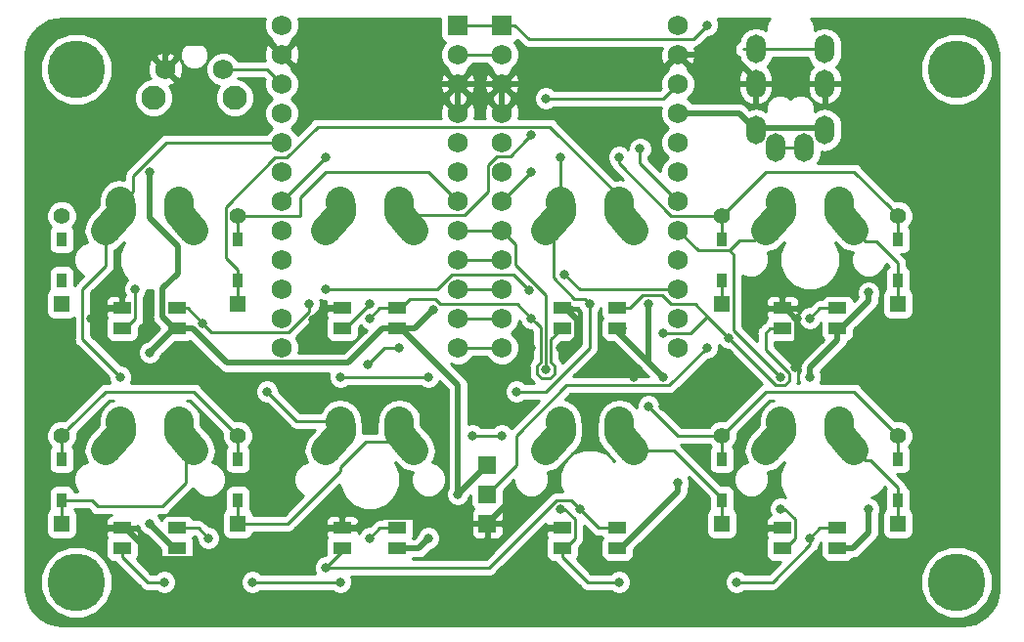
<source format=gbr>
G04 #@! TF.GenerationSoftware,KiCad,Pcbnew,(5.0.1-3-g963ef8bb5)*
G04 #@! TF.CreationDate,2019-01-31T04:05:24+09:00*
G04 #@! TF.ProjectId,mykeyboard,6D796B6579626F6172642E6B69636164,rev?*
G04 #@! TF.SameCoordinates,Original*
G04 #@! TF.FileFunction,Copper,L1,Top,Signal*
G04 #@! TF.FilePolarity,Positive*
%FSLAX46Y46*%
G04 Gerber Fmt 4.6, Leading zero omitted, Abs format (unit mm)*
G04 Created by KiCad (PCBNEW (5.0.1-3-g963ef8bb5)) date 2019 January 31, Thursday 04:05:24*
%MOMM*%
%LPD*%
G01*
G04 APERTURE LIST*
G04 #@! TA.AperFunction,WasherPad*
%ADD10C,5.000000*%
G04 #@! TD*
G04 #@! TA.AperFunction,SMDPad,CuDef*
%ADD11C,2.500000*%
G04 #@! TD*
G04 #@! TA.AperFunction,Conductor*
%ADD12C,2.500000*%
G04 #@! TD*
G04 #@! TA.AperFunction,ComponentPad*
%ADD13C,2.000000*%
G04 #@! TD*
G04 #@! TA.AperFunction,ComponentPad*
%ADD14C,1.752600*%
G04 #@! TD*
G04 #@! TA.AperFunction,ComponentPad*
%ADD15R,1.752600X1.752600*%
G04 #@! TD*
G04 #@! TA.AperFunction,ComponentPad*
%ADD16C,1.397000*%
G04 #@! TD*
G04 #@! TA.AperFunction,ComponentPad*
%ADD17R,1.397000X1.397000*%
G04 #@! TD*
G04 #@! TA.AperFunction,SMDPad,CuDef*
%ADD18R,0.950000X1.300000*%
G04 #@! TD*
G04 #@! TA.AperFunction,SMDPad,CuDef*
%ADD19R,1.600000X1.000000*%
G04 #@! TD*
G04 #@! TA.AperFunction,SMDPad,CuDef*
%ADD20R,1.524000X1.524000*%
G04 #@! TD*
G04 #@! TA.AperFunction,ComponentPad*
%ADD21O,1.700000X2.500000*%
G04 #@! TD*
G04 #@! TA.AperFunction,ComponentPad*
%ADD22C,2.100000*%
G04 #@! TD*
G04 #@! TA.AperFunction,ComponentPad*
%ADD23C,1.750000*%
G04 #@! TD*
G04 #@! TA.AperFunction,ViaPad*
%ADD24C,0.800000*%
G04 #@! TD*
G04 #@! TA.AperFunction,Conductor*
%ADD25C,0.250000*%
G04 #@! TD*
G04 #@! TA.AperFunction,Conductor*
%ADD26C,0.500000*%
G04 #@! TD*
G04 #@! TA.AperFunction,Conductor*
%ADD27C,0.254000*%
G04 #@! TD*
G04 APERTURE END LIST*
D10*
G04 #@! TO.P,Ref\002A\002A,*
G04 #@! TO.N,*
X187960000Y-80010000D03*
G04 #@! TD*
G04 #@! TO.P,Ref\002A\002A,*
G04 #@! TO.N,*
X187960000Y-124460000D03*
G04 #@! TD*
G04 #@! TO.P,Ref\002A\002A,*
G04 #@! TO.N,*
X111760000Y-124460000D03*
G04 #@! TD*
G04 #@! TO.P,Ref\002A\002A,*
G04 #@! TO.N,*
X111760000Y-80010000D03*
G04 #@! TD*
D11*
G04 #@! TO.P,SW4,2*
G04 #@! TO.N,Net-(D4-Pad1)*
X140315000Y-112300000D03*
D12*
G04 #@! TD*
G04 #@! TO.N,Net-(D4-Pad1)*
G04 #@! TO.C,SW4*
X140969995Y-113030004D02*
X139660005Y-111569996D01*
D11*
G04 #@! TO.P,SW4,1*
G04 #@! TO.N,col1*
X134640000Y-110780000D03*
D12*
G04 #@! TD*
G04 #@! TO.N,col1*
G04 #@! TO.C,SW4*
X134620001Y-110490000D02*
X134659999Y-111070000D01*
D11*
G04 #@! TO.P,SW4,1*
G04 #@! TO.N,col1*
X134005000Y-112300000D03*
D12*
G04 #@! TD*
G04 #@! TO.N,col1*
G04 #@! TO.C,SW4*
X133350005Y-113030004D02*
X134659995Y-111569996D01*
D13*
G04 #@! TO.P,SW4,1*
G04 #@! TO.N,col1*
X134620000Y-110490000D03*
X134660000Y-111070000D03*
G04 #@! TO.P,SW4,2*
G04 #@! TO.N,Net-(D4-Pad1)*
X140970000Y-113030000D03*
X139660000Y-111570000D03*
G04 #@! TO.P,SW4,1*
G04 #@! TO.N,col1*
X133350000Y-113030000D03*
X134660000Y-111570000D03*
G04 #@! TO.P,SW4,2*
G04 #@! TO.N,Net-(D4-Pad1)*
X139700000Y-110490000D03*
X139660000Y-111070000D03*
D11*
X139680000Y-110780000D03*
D12*
G04 #@! TD*
G04 #@! TO.N,Net-(D4-Pad1)*
G04 #@! TO.C,SW4*
X139699999Y-110490000D02*
X139660001Y-111070000D01*
D14*
G04 #@! TO.P,U1,24*
G04 #@! TO.N,Net-(U1-Pad24)*
X163830000Y-76200000D03*
G04 #@! TO.P,U1,12*
G04 #@! TO.N,Net-(U1-Pad12)*
X148590000Y-104140000D03*
G04 #@! TO.P,U1,23*
G04 #@! TO.N,GND*
X163830000Y-78740000D03*
G04 #@! TO.P,U1,22*
G04 #@! TO.N,reset*
X163830000Y-81280000D03*
G04 #@! TO.P,U1,21*
G04 #@! TO.N,VCC*
X163830000Y-83820000D03*
G04 #@! TO.P,U1,20*
G04 #@! TO.N,col0*
X163830000Y-86360000D03*
G04 #@! TO.P,U1,19*
G04 #@! TO.N,col1*
X163830000Y-88900000D03*
G04 #@! TO.P,U1,18*
G04 #@! TO.N,col2*
X163830000Y-91440000D03*
G04 #@! TO.P,U1,17*
G04 #@! TO.N,col3*
X163830000Y-93980000D03*
G04 #@! TO.P,U1,16*
G04 #@! TO.N,Net-(U1-Pad16)*
X163830000Y-96520000D03*
G04 #@! TO.P,U1,15*
G04 #@! TO.N,Net-(U1-Pad15)*
X163830000Y-99060000D03*
G04 #@! TO.P,U1,14*
G04 #@! TO.N,Net-(U1-Pad14)*
X163830000Y-101600000D03*
G04 #@! TO.P,U1,13*
G04 #@! TO.N,Net-(U1-Pad13)*
X163830000Y-104140000D03*
G04 #@! TO.P,U1,11*
G04 #@! TO.N,Net-(U1-Pad11)*
X148590000Y-101600000D03*
G04 #@! TO.P,U1,10*
G04 #@! TO.N,Net-(U1-Pad10)*
X148590000Y-99060000D03*
G04 #@! TO.P,U1,9*
G04 #@! TO.N,Net-(U1-Pad9)*
X148590000Y-96520000D03*
G04 #@! TO.P,U1,8*
G04 #@! TO.N,row1*
X148590000Y-93980000D03*
G04 #@! TO.P,U1,7*
G04 #@! TO.N,row0*
X148590000Y-91440000D03*
G04 #@! TO.P,U1,6*
G04 #@! TO.N,Net-(U1-Pad6)*
X148590000Y-88900000D03*
G04 #@! TO.P,U1,5*
G04 #@! TO.N,Net-(U1-Pad5)*
X148590000Y-86360000D03*
G04 #@! TO.P,U1,4*
G04 #@! TO.N,GND*
X148590000Y-83820000D03*
G04 #@! TO.P,U1,3*
X148590000Y-81280000D03*
G04 #@! TO.P,U1,2*
G04 #@! TO.N,data*
X148590000Y-78740000D03*
D15*
G04 #@! TO.P,U1,1*
G04 #@! TO.N,led*
X148590000Y-76200000D03*
G04 #@! TD*
G04 #@! TO.P,U1,1*
G04 #@! TO.N,led*
X144780000Y-76200000D03*
D14*
G04 #@! TO.P,U1,2*
G04 #@! TO.N,data*
X144780000Y-78740000D03*
G04 #@! TO.P,U1,3*
G04 #@! TO.N,GND*
X144780000Y-81280000D03*
G04 #@! TO.P,U1,4*
X144780000Y-83820000D03*
G04 #@! TO.P,U1,5*
G04 #@! TO.N,Net-(U1-Pad5)*
X144780000Y-86360000D03*
G04 #@! TO.P,U1,6*
G04 #@! TO.N,Net-(U1-Pad6)*
X144780000Y-88900000D03*
G04 #@! TO.P,U1,7*
G04 #@! TO.N,row0*
X144780000Y-91440000D03*
G04 #@! TO.P,U1,8*
G04 #@! TO.N,row1*
X144780000Y-93980000D03*
G04 #@! TO.P,U1,9*
G04 #@! TO.N,Net-(U1-Pad9)*
X144780000Y-96520000D03*
G04 #@! TO.P,U1,10*
G04 #@! TO.N,Net-(U1-Pad10)*
X144780000Y-99060000D03*
G04 #@! TO.P,U1,11*
G04 #@! TO.N,Net-(U1-Pad11)*
X144780000Y-101600000D03*
G04 #@! TO.P,U1,13*
G04 #@! TO.N,Net-(U1-Pad13)*
X129540000Y-104140000D03*
G04 #@! TO.P,U1,14*
G04 #@! TO.N,Net-(U1-Pad14)*
X129540000Y-101600000D03*
G04 #@! TO.P,U1,15*
G04 #@! TO.N,Net-(U1-Pad15)*
X129540000Y-99060000D03*
G04 #@! TO.P,U1,16*
G04 #@! TO.N,Net-(U1-Pad16)*
X129540000Y-96520000D03*
G04 #@! TO.P,U1,17*
G04 #@! TO.N,col3*
X129540000Y-93980000D03*
G04 #@! TO.P,U1,18*
G04 #@! TO.N,col2*
X129540000Y-91440000D03*
G04 #@! TO.P,U1,19*
G04 #@! TO.N,col1*
X129540000Y-88900000D03*
G04 #@! TO.P,U1,20*
G04 #@! TO.N,col0*
X129540000Y-86360000D03*
G04 #@! TO.P,U1,21*
G04 #@! TO.N,VCC*
X129540000Y-83820000D03*
G04 #@! TO.P,U1,22*
G04 #@! TO.N,reset*
X129540000Y-81280000D03*
G04 #@! TO.P,U1,23*
G04 #@! TO.N,GND*
X129540000Y-78740000D03*
G04 #@! TO.P,U1,12*
G04 #@! TO.N,Net-(U1-Pad12)*
X144780000Y-104140000D03*
G04 #@! TO.P,U1,24*
G04 #@! TO.N,Net-(U1-Pad24)*
X129540000Y-76200000D03*
G04 #@! TD*
D11*
G04 #@! TO.P,SW8,2*
G04 #@! TO.N,Net-(D8-Pad1)*
X178415000Y-112300000D03*
D12*
G04 #@! TD*
G04 #@! TO.N,Net-(D8-Pad1)*
G04 #@! TO.C,SW8*
X179069995Y-113030004D02*
X177760005Y-111569996D01*
D11*
G04 #@! TO.P,SW8,1*
G04 #@! TO.N,col3*
X172740000Y-110780000D03*
D12*
G04 #@! TD*
G04 #@! TO.N,col3*
G04 #@! TO.C,SW8*
X172720001Y-110490000D02*
X172759999Y-111070000D01*
D11*
G04 #@! TO.P,SW8,1*
G04 #@! TO.N,col3*
X172105000Y-112300000D03*
D12*
G04 #@! TD*
G04 #@! TO.N,col3*
G04 #@! TO.C,SW8*
X171450005Y-113030004D02*
X172759995Y-111569996D01*
D13*
G04 #@! TO.P,SW8,1*
G04 #@! TO.N,col3*
X172720000Y-110490000D03*
X172760000Y-111070000D03*
G04 #@! TO.P,SW8,2*
G04 #@! TO.N,Net-(D8-Pad1)*
X179070000Y-113030000D03*
X177760000Y-111570000D03*
G04 #@! TO.P,SW8,1*
G04 #@! TO.N,col3*
X171450000Y-113030000D03*
X172760000Y-111570000D03*
G04 #@! TO.P,SW8,2*
G04 #@! TO.N,Net-(D8-Pad1)*
X177800000Y-110490000D03*
X177760000Y-111070000D03*
D11*
X177780000Y-110780000D03*
D12*
G04 #@! TD*
G04 #@! TO.N,Net-(D8-Pad1)*
G04 #@! TO.C,SW8*
X177799999Y-110490000D02*
X177760001Y-111070000D01*
D11*
G04 #@! TO.P,SW7,2*
G04 #@! TO.N,Net-(D7-Pad1)*
X177780000Y-91730000D03*
D12*
G04 #@! TD*
G04 #@! TO.N,Net-(D7-Pad1)*
G04 #@! TO.C,SW7*
X177799999Y-91440000D02*
X177760001Y-92020000D01*
D13*
G04 #@! TO.P,SW7,2*
G04 #@! TO.N,Net-(D7-Pad1)*
X177760000Y-92020000D03*
X177800000Y-91440000D03*
G04 #@! TO.P,SW7,1*
G04 #@! TO.N,col3*
X172760000Y-92520000D03*
X171450000Y-93980000D03*
G04 #@! TO.P,SW7,2*
G04 #@! TO.N,Net-(D7-Pad1)*
X177760000Y-92520000D03*
X179070000Y-93980000D03*
G04 #@! TO.P,SW7,1*
G04 #@! TO.N,col3*
X172760000Y-92020000D03*
X172720000Y-91440000D03*
D11*
X172105000Y-93250000D03*
D12*
G04 #@! TD*
G04 #@! TO.N,col3*
G04 #@! TO.C,SW7*
X171450005Y-93980004D02*
X172759995Y-92519996D01*
D11*
G04 #@! TO.P,SW7,1*
G04 #@! TO.N,col3*
X172740000Y-91730000D03*
D12*
G04 #@! TD*
G04 #@! TO.N,col3*
G04 #@! TO.C,SW7*
X172720001Y-91440000D02*
X172759999Y-92020000D01*
D11*
G04 #@! TO.P,SW7,2*
G04 #@! TO.N,Net-(D7-Pad1)*
X178415000Y-93250000D03*
D12*
G04 #@! TD*
G04 #@! TO.N,Net-(D7-Pad1)*
G04 #@! TO.C,SW7*
X179069995Y-93980004D02*
X177760005Y-92519996D01*
D11*
G04 #@! TO.P,SW6,2*
G04 #@! TO.N,Net-(D6-Pad1)*
X159365000Y-112300000D03*
D12*
G04 #@! TD*
G04 #@! TO.N,Net-(D6-Pad1)*
G04 #@! TO.C,SW6*
X160019995Y-113030004D02*
X158710005Y-111569996D01*
D11*
G04 #@! TO.P,SW6,1*
G04 #@! TO.N,col2*
X153690000Y-110780000D03*
D12*
G04 #@! TD*
G04 #@! TO.N,col2*
G04 #@! TO.C,SW6*
X153670001Y-110490000D02*
X153709999Y-111070000D01*
D11*
G04 #@! TO.P,SW6,1*
G04 #@! TO.N,col2*
X153055000Y-112300000D03*
D12*
G04 #@! TD*
G04 #@! TO.N,col2*
G04 #@! TO.C,SW6*
X152400005Y-113030004D02*
X153709995Y-111569996D01*
D13*
G04 #@! TO.P,SW6,1*
G04 #@! TO.N,col2*
X153670000Y-110490000D03*
X153710000Y-111070000D03*
G04 #@! TO.P,SW6,2*
G04 #@! TO.N,Net-(D6-Pad1)*
X160020000Y-113030000D03*
X158710000Y-111570000D03*
G04 #@! TO.P,SW6,1*
G04 #@! TO.N,col2*
X152400000Y-113030000D03*
X153710000Y-111570000D03*
G04 #@! TO.P,SW6,2*
G04 #@! TO.N,Net-(D6-Pad1)*
X158750000Y-110490000D03*
X158710000Y-111070000D03*
D11*
X158730000Y-110780000D03*
D12*
G04 #@! TD*
G04 #@! TO.N,Net-(D6-Pad1)*
G04 #@! TO.C,SW6*
X158749999Y-110490000D02*
X158710001Y-111070000D01*
D11*
G04 #@! TO.P,SW5,2*
G04 #@! TO.N,Net-(D5-Pad1)*
X158730000Y-91730000D03*
D12*
G04 #@! TD*
G04 #@! TO.N,Net-(D5-Pad1)*
G04 #@! TO.C,SW5*
X158749999Y-91440000D02*
X158710001Y-92020000D01*
D13*
G04 #@! TO.P,SW5,2*
G04 #@! TO.N,Net-(D5-Pad1)*
X158710000Y-92020000D03*
X158750000Y-91440000D03*
G04 #@! TO.P,SW5,1*
G04 #@! TO.N,col2*
X153710000Y-92520000D03*
X152400000Y-93980000D03*
G04 #@! TO.P,SW5,2*
G04 #@! TO.N,Net-(D5-Pad1)*
X158710000Y-92520000D03*
X160020000Y-93980000D03*
G04 #@! TO.P,SW5,1*
G04 #@! TO.N,col2*
X153710000Y-92020000D03*
X153670000Y-91440000D03*
D11*
X153055000Y-93250000D03*
D12*
G04 #@! TD*
G04 #@! TO.N,col2*
G04 #@! TO.C,SW5*
X152400005Y-93980004D02*
X153709995Y-92519996D01*
D11*
G04 #@! TO.P,SW5,1*
G04 #@! TO.N,col2*
X153690000Y-91730000D03*
D12*
G04 #@! TD*
G04 #@! TO.N,col2*
G04 #@! TO.C,SW5*
X153670001Y-91440000D02*
X153709999Y-92020000D01*
D11*
G04 #@! TO.P,SW5,2*
G04 #@! TO.N,Net-(D5-Pad1)*
X159365000Y-93250000D03*
D12*
G04 #@! TD*
G04 #@! TO.N,Net-(D5-Pad1)*
G04 #@! TO.C,SW5*
X160019995Y-93980004D02*
X158710005Y-92519996D01*
D11*
G04 #@! TO.P,SW3,2*
G04 #@! TO.N,Net-(D3-Pad1)*
X139680000Y-91730000D03*
D12*
G04 #@! TD*
G04 #@! TO.N,Net-(D3-Pad1)*
G04 #@! TO.C,SW3*
X139699999Y-91440000D02*
X139660001Y-92020000D01*
D13*
G04 #@! TO.P,SW3,2*
G04 #@! TO.N,Net-(D3-Pad1)*
X139660000Y-92020000D03*
X139700000Y-91440000D03*
G04 #@! TO.P,SW3,1*
G04 #@! TO.N,col1*
X134660000Y-92520000D03*
X133350000Y-93980000D03*
G04 #@! TO.P,SW3,2*
G04 #@! TO.N,Net-(D3-Pad1)*
X139660000Y-92520000D03*
X140970000Y-93980000D03*
G04 #@! TO.P,SW3,1*
G04 #@! TO.N,col1*
X134660000Y-92020000D03*
X134620000Y-91440000D03*
D11*
X134005000Y-93250000D03*
D12*
G04 #@! TD*
G04 #@! TO.N,col1*
G04 #@! TO.C,SW3*
X133350005Y-93980004D02*
X134659995Y-92519996D01*
D11*
G04 #@! TO.P,SW3,1*
G04 #@! TO.N,col1*
X134640000Y-91730000D03*
D12*
G04 #@! TD*
G04 #@! TO.N,col1*
G04 #@! TO.C,SW3*
X134620001Y-91440000D02*
X134659999Y-92020000D01*
D11*
G04 #@! TO.P,SW3,2*
G04 #@! TO.N,Net-(D3-Pad1)*
X140315000Y-93250000D03*
D12*
G04 #@! TD*
G04 #@! TO.N,Net-(D3-Pad1)*
G04 #@! TO.C,SW3*
X140969995Y-93980004D02*
X139660005Y-92519996D01*
D11*
G04 #@! TO.P,SW2,2*
G04 #@! TO.N,Net-(D2-Pad1)*
X121265000Y-112300000D03*
D12*
G04 #@! TD*
G04 #@! TO.N,Net-(D2-Pad1)*
G04 #@! TO.C,SW2*
X121919995Y-113030004D02*
X120610005Y-111569996D01*
D11*
G04 #@! TO.P,SW2,1*
G04 #@! TO.N,col0*
X115590000Y-110780000D03*
D12*
G04 #@! TD*
G04 #@! TO.N,col0*
G04 #@! TO.C,SW2*
X115570001Y-110490000D02*
X115609999Y-111070000D01*
D11*
G04 #@! TO.P,SW2,1*
G04 #@! TO.N,col0*
X114955000Y-112300000D03*
D12*
G04 #@! TD*
G04 #@! TO.N,col0*
G04 #@! TO.C,SW2*
X114300005Y-113030004D02*
X115609995Y-111569996D01*
D13*
G04 #@! TO.P,SW2,1*
G04 #@! TO.N,col0*
X115570000Y-110490000D03*
X115610000Y-111070000D03*
G04 #@! TO.P,SW2,2*
G04 #@! TO.N,Net-(D2-Pad1)*
X121920000Y-113030000D03*
X120610000Y-111570000D03*
G04 #@! TO.P,SW2,1*
G04 #@! TO.N,col0*
X114300000Y-113030000D03*
X115610000Y-111570000D03*
G04 #@! TO.P,SW2,2*
G04 #@! TO.N,Net-(D2-Pad1)*
X120650000Y-110490000D03*
X120610000Y-111070000D03*
D11*
X120630000Y-110780000D03*
D12*
G04 #@! TD*
G04 #@! TO.N,Net-(D2-Pad1)*
G04 #@! TO.C,SW2*
X120649999Y-110490000D02*
X120610001Y-111070000D01*
D11*
G04 #@! TO.P,SW1,2*
G04 #@! TO.N,Net-(D1-Pad1)*
X120630000Y-91730000D03*
D12*
G04 #@! TD*
G04 #@! TO.N,Net-(D1-Pad1)*
G04 #@! TO.C,SW1*
X120649999Y-91440000D02*
X120610001Y-92020000D01*
D13*
G04 #@! TO.P,SW1,2*
G04 #@! TO.N,Net-(D1-Pad1)*
X120610000Y-92020000D03*
X120650000Y-91440000D03*
G04 #@! TO.P,SW1,1*
G04 #@! TO.N,col0*
X115610000Y-92520000D03*
X114300000Y-93980000D03*
G04 #@! TO.P,SW1,2*
G04 #@! TO.N,Net-(D1-Pad1)*
X120610000Y-92520000D03*
X121920000Y-93980000D03*
G04 #@! TO.P,SW1,1*
G04 #@! TO.N,col0*
X115610000Y-92020000D03*
X115570000Y-91440000D03*
D11*
X114955000Y-93250000D03*
D12*
G04 #@! TD*
G04 #@! TO.N,col0*
G04 #@! TO.C,SW1*
X114300005Y-93980004D02*
X115609995Y-92519996D01*
D11*
G04 #@! TO.P,SW1,1*
G04 #@! TO.N,col0*
X115590000Y-91730000D03*
D12*
G04 #@! TD*
G04 #@! TO.N,col0*
G04 #@! TO.C,SW1*
X115570001Y-91440000D02*
X115609999Y-92020000D01*
D11*
G04 #@! TO.P,SW1,2*
G04 #@! TO.N,Net-(D1-Pad1)*
X121265000Y-93250000D03*
D12*
G04 #@! TD*
G04 #@! TO.N,Net-(D1-Pad1)*
G04 #@! TO.C,SW1*
X121919995Y-93980004D02*
X120610005Y-92519996D01*
D16*
G04 #@! TO.P,D8,2*
G04 #@! TO.N,row1*
X182880000Y-111760000D03*
D17*
G04 #@! TO.P,D8,1*
G04 #@! TO.N,Net-(D8-Pad1)*
X182880000Y-119380000D03*
D18*
X182880000Y-117345000D03*
G04 #@! TO.P,D8,2*
G04 #@! TO.N,row1*
X182880000Y-113795000D03*
G04 #@! TD*
G04 #@! TO.P,D7,2*
G04 #@! TO.N,row0*
X182880000Y-94745000D03*
G04 #@! TO.P,D7,1*
G04 #@! TO.N,Net-(D7-Pad1)*
X182880000Y-98295000D03*
D17*
X182880000Y-100330000D03*
D16*
G04 #@! TO.P,D7,2*
G04 #@! TO.N,row0*
X182880000Y-92710000D03*
G04 #@! TD*
G04 #@! TO.P,D6,2*
G04 #@! TO.N,row1*
X167640000Y-111760000D03*
D17*
G04 #@! TO.P,D6,1*
G04 #@! TO.N,Net-(D6-Pad1)*
X167640000Y-119380000D03*
D18*
X167640000Y-117345000D03*
G04 #@! TO.P,D6,2*
G04 #@! TO.N,row1*
X167640000Y-113795000D03*
G04 #@! TD*
G04 #@! TO.P,D5,2*
G04 #@! TO.N,row0*
X125730000Y-94745000D03*
G04 #@! TO.P,D5,1*
G04 #@! TO.N,Net-(D5-Pad1)*
X125730000Y-98295000D03*
D17*
X125730000Y-100330000D03*
D16*
G04 #@! TO.P,D5,2*
G04 #@! TO.N,row0*
X125730000Y-92710000D03*
G04 #@! TD*
D18*
G04 #@! TO.P,D4,2*
G04 #@! TO.N,row1*
X125730000Y-113795000D03*
G04 #@! TO.P,D4,1*
G04 #@! TO.N,Net-(D4-Pad1)*
X125730000Y-117345000D03*
D17*
X125730000Y-119380000D03*
D16*
G04 #@! TO.P,D4,2*
G04 #@! TO.N,row1*
X125730000Y-111760000D03*
G04 #@! TD*
D18*
G04 #@! TO.P,D3,2*
G04 #@! TO.N,row0*
X167640000Y-94745000D03*
G04 #@! TO.P,D3,1*
G04 #@! TO.N,Net-(D3-Pad1)*
X167640000Y-98295000D03*
D17*
X167640000Y-100330000D03*
D16*
G04 #@! TO.P,D3,2*
G04 #@! TO.N,row0*
X167640000Y-92710000D03*
G04 #@! TD*
G04 #@! TO.P,D2,2*
G04 #@! TO.N,row1*
X110490000Y-111760000D03*
D17*
G04 #@! TO.P,D2,1*
G04 #@! TO.N,Net-(D2-Pad1)*
X110490000Y-119380000D03*
D18*
X110490000Y-117345000D03*
G04 #@! TO.P,D2,2*
G04 #@! TO.N,row1*
X110490000Y-113795000D03*
G04 #@! TD*
G04 #@! TO.P,D1,2*
G04 #@! TO.N,row0*
X110490000Y-94745000D03*
G04 #@! TO.P,D1,1*
G04 #@! TO.N,Net-(D1-Pad1)*
X110490000Y-98295000D03*
D17*
X110490000Y-100330000D03*
D16*
G04 #@! TO.P,D1,2*
G04 #@! TO.N,row0*
X110490000Y-92710000D03*
G04 #@! TD*
D19*
G04 #@! TO.P,L8,2*
G04 #@! TO.N,GND*
X172860000Y-119775000D03*
G04 #@! TO.P,L8,1*
G04 #@! TO.N,Net-(L8-Pad1)*
X172860000Y-121525000D03*
G04 #@! TO.P,L8,3*
G04 #@! TO.N,Net-(L6-Pad1)*
X177660000Y-119775000D03*
G04 #@! TO.P,L8,4*
G04 #@! TO.N,VCC*
X177660000Y-121525000D03*
G04 #@! TD*
G04 #@! TO.P,L7,4*
G04 #@! TO.N,VCC*
X177660000Y-102475000D03*
G04 #@! TO.P,L7,3*
G04 #@! TO.N,led*
X177660000Y-100725000D03*
G04 #@! TO.P,L7,1*
G04 #@! TO.N,Net-(L5-Pad3)*
X172860000Y-102475000D03*
G04 #@! TO.P,L7,2*
G04 #@! TO.N,GND*
X172860000Y-100725000D03*
G04 #@! TD*
G04 #@! TO.P,L6,2*
G04 #@! TO.N,GND*
X153810000Y-119775000D03*
G04 #@! TO.P,L6,1*
G04 #@! TO.N,Net-(L6-Pad1)*
X153810000Y-121525000D03*
G04 #@! TO.P,L6,3*
G04 #@! TO.N,Net-(L4-Pad1)*
X158610000Y-119775000D03*
G04 #@! TO.P,L6,4*
G04 #@! TO.N,VCC*
X158610000Y-121525000D03*
G04 #@! TD*
G04 #@! TO.P,L5,4*
G04 #@! TO.N,VCC*
X158610000Y-102475000D03*
G04 #@! TO.P,L5,3*
G04 #@! TO.N,Net-(L5-Pad3)*
X158610000Y-100725000D03*
G04 #@! TO.P,L5,1*
G04 #@! TO.N,Net-(L3-Pad3)*
X153810000Y-102475000D03*
G04 #@! TO.P,L5,2*
G04 #@! TO.N,GND*
X153810000Y-100725000D03*
G04 #@! TD*
G04 #@! TO.P,L4,2*
G04 #@! TO.N,GND*
X134760000Y-119775000D03*
G04 #@! TO.P,L4,1*
G04 #@! TO.N,Net-(L4-Pad1)*
X134760000Y-121525000D03*
G04 #@! TO.P,L4,3*
G04 #@! TO.N,Net-(L2-Pad1)*
X139560000Y-119775000D03*
G04 #@! TO.P,L4,4*
G04 #@! TO.N,VCC*
X139560000Y-121525000D03*
G04 #@! TD*
G04 #@! TO.P,L3,4*
G04 #@! TO.N,VCC*
X139560000Y-102475000D03*
G04 #@! TO.P,L3,3*
G04 #@! TO.N,Net-(L3-Pad3)*
X139560000Y-100725000D03*
G04 #@! TO.P,L3,1*
G04 #@! TO.N,Net-(L1-Pad3)*
X134760000Y-102475000D03*
G04 #@! TO.P,L3,2*
G04 #@! TO.N,GND*
X134760000Y-100725000D03*
G04 #@! TD*
G04 #@! TO.P,L2,2*
G04 #@! TO.N,GND*
X115710000Y-119775000D03*
G04 #@! TO.P,L2,1*
G04 #@! TO.N,Net-(L2-Pad1)*
X115710000Y-121525000D03*
G04 #@! TO.P,L2,3*
G04 #@! TO.N,Net-(L1-Pad1)*
X120510000Y-119775000D03*
G04 #@! TO.P,L2,4*
G04 #@! TO.N,VCC*
X120510000Y-121525000D03*
G04 #@! TD*
G04 #@! TO.P,L1,4*
G04 #@! TO.N,VCC*
X120510000Y-102475000D03*
G04 #@! TO.P,L1,3*
G04 #@! TO.N,Net-(L1-Pad3)*
X120510000Y-100725000D03*
G04 #@! TO.P,L1,1*
G04 #@! TO.N,Net-(L1-Pad1)*
X115710000Y-102475000D03*
G04 #@! TO.P,L1,2*
G04 #@! TO.N,GND*
X115710000Y-100725000D03*
G04 #@! TD*
D20*
G04 #@! TO.P,J2,3*
G04 #@! TO.N,GND*
X147320000Y-119380000D03*
G04 #@! TO.P,J2,2*
G04 #@! TO.N,led*
X147320000Y-116840000D03*
G04 #@! TO.P,J2,1*
G04 #@! TO.N,VCC*
X147320000Y-114300000D03*
G04 #@! TD*
D21*
G04 #@! TO.P,J1,A*
G04 #@! TO.N,Net-(J1-PadA)*
X174780000Y-86780000D03*
G04 #@! TO.P,J1,D*
G04 #@! TO.N,VCC*
X170580000Y-85280000D03*
G04 #@! TO.P,J1,C*
G04 #@! TO.N,GND*
X170580000Y-81280000D03*
G04 #@! TO.P,J1,B*
G04 #@! TO.N,data*
X170580000Y-78280000D03*
G04 #@! TO.P,J1,C*
G04 #@! TO.N,GND*
X176530000Y-81280000D03*
G04 #@! TO.P,J1,B*
G04 #@! TO.N,data*
X176530000Y-78280000D03*
G04 #@! TO.P,J1,A*
G04 #@! TO.N,Net-(J1-PadA)*
X172330000Y-86780000D03*
G04 #@! TO.P,J1,D*
G04 #@! TO.N,VCC*
X176530000Y-85280000D03*
G04 #@! TD*
D22*
G04 #@! TO.P,SW9,*
G04 #@! TO.N,*
X118450000Y-82500000D03*
D23*
G04 #@! TO.P,SW9,2*
G04 #@! TO.N,GND*
X119460000Y-80010000D03*
G04 #@! TO.P,SW9,1*
G04 #@! TO.N,reset*
X124460000Y-80010000D03*
D22*
G04 #@! TO.P,SW9,*
G04 #@! TO.N,*
X125460000Y-82500000D03*
G04 #@! TD*
D24*
G04 #@! TO.N,row0*
X151130000Y-88900000D03*
X158750000Y-87630000D03*
G04 #@! TO.N,row1*
X161290000Y-109220000D03*
X152400000Y-106066301D03*
X146050000Y-111760000D03*
X148590000Y-111760000D03*
G04 #@! TO.N,Net-(D3-Pad1)*
X151130000Y-85746301D03*
G04 #@! TO.N,VCC*
X180340000Y-99345000D03*
X162560000Y-106680000D03*
X161290000Y-100330000D03*
X175260000Y-106680000D03*
X180340000Y-118110000D03*
X163830000Y-115855000D03*
X144780000Y-116840000D03*
X142240000Y-120650000D03*
X118110000Y-119380000D03*
X118110000Y-88900000D03*
X142620246Y-100875000D03*
X118110000Y-104575000D03*
G04 #@! TO.N,GND*
X185420000Y-100330000D03*
X185420000Y-90170000D03*
X168910000Y-107950000D03*
X170415000Y-119380000D03*
X153670000Y-104140000D03*
X157480000Y-104140000D03*
X157480000Y-104140000D03*
X160020000Y-106680000D03*
X162560000Y-109220000D03*
X151130000Y-104140000D03*
X148590000Y-106680000D03*
X149860000Y-116840000D03*
X151635000Y-120650000D03*
X132080000Y-120650000D03*
X113030000Y-101600000D03*
X132211616Y-101731616D03*
X173990000Y-105829999D03*
X113265000Y-119380000D03*
X174159233Y-101642180D03*
G04 #@! TO.N,col0*
X115570000Y-106680000D03*
G04 #@! TO.N,col1*
X128270000Y-107950000D03*
G04 #@! TO.N,col2*
X153670000Y-87630000D03*
X149860000Y-107950000D03*
X156210000Y-100330000D03*
X133350000Y-87630000D03*
X160564999Y-86904999D03*
G04 #@! TO.N,col3*
X172720000Y-106680000D03*
G04 #@! TO.N,reset*
X152400000Y-82550000D03*
G04 #@! TO.N,Net-(U1-Pad15)*
X133350000Y-99060000D03*
X153973437Y-97833815D03*
X150980846Y-99209154D03*
G04 #@! TO.N,Net-(U1-Pad14)*
X136976459Y-105593541D03*
X139700000Y-104140000D03*
G04 #@! TO.N,Net-(U1-Pad13)*
X142240000Y-106680000D03*
X134620000Y-106680000D03*
G04 #@! TO.N,led*
X175260000Y-101600000D03*
X166370000Y-76200000D03*
X166370000Y-104140000D03*
G04 #@! TO.N,Net-(L1-Pad3)*
X122717348Y-102072652D03*
X131899999Y-100330000D03*
X137160000Y-100361625D03*
G04 #@! TO.N,Net-(L1-Pad1)*
X123190000Y-120650000D03*
X116840000Y-99060000D03*
G04 #@! TO.N,Net-(L2-Pad1)*
X127000000Y-124460000D03*
X119380000Y-124460000D03*
X134620000Y-124460000D03*
X137160000Y-120650000D03*
G04 #@! TO.N,Net-(L3-Pad3)*
X137160000Y-101600000D03*
X151130000Y-101600000D03*
G04 #@! TO.N,Net-(L4-Pad1)*
X133350000Y-123190000D03*
X155318026Y-118110000D03*
G04 #@! TO.N,Net-(L5-Pad3)*
X168228735Y-103306571D03*
X162560000Y-102870000D03*
G04 #@! TO.N,Net-(L6-Pad1)*
X175260000Y-120650000D03*
X168910000Y-124460000D03*
X158750000Y-124460000D03*
X153670000Y-118110000D03*
G04 #@! TO.N,Net-(L8-Pad1)*
X172720000Y-118110000D03*
G04 #@! TD*
D25*
G04 #@! TO.N,row0*
X182880000Y-94745000D02*
X182880000Y-92710000D01*
X167640000Y-94745000D02*
X167640000Y-92710000D01*
X125730000Y-94745000D02*
X125730000Y-92710000D01*
X182181501Y-92011501D02*
X182880000Y-92710000D01*
X179070000Y-88900000D02*
X182181501Y-92011501D01*
X171450000Y-88900000D02*
X179070000Y-88900000D01*
X167640000Y-92710000D02*
X171450000Y-88900000D01*
X133350000Y-88900000D02*
X142240000Y-88900000D01*
X131122899Y-92710000D02*
X131122899Y-91127101D01*
X142240000Y-88900000D02*
X144780000Y-91440000D01*
X131122899Y-91127101D02*
X133350000Y-88900000D01*
X125730000Y-92710000D02*
X131122899Y-92710000D01*
X163322074Y-92710000D02*
X167640000Y-92710000D01*
X148590000Y-91440000D02*
X151130000Y-88900000D01*
X158750000Y-88195685D02*
X158750000Y-87630000D01*
X163264315Y-92710000D02*
X158750000Y-88195685D01*
X163322074Y-92710000D02*
X163264315Y-92710000D01*
G04 #@! TO.N,Net-(D2-Pad1)*
X110490000Y-119380000D02*
X110490000Y-117345000D01*
X121265000Y-114189487D02*
X121265000Y-112300000D01*
X121265000Y-115846974D02*
X121265000Y-114189487D01*
X119223073Y-117888901D02*
X121265000Y-115846974D01*
X113611903Y-117888901D02*
X119223073Y-117888901D01*
X113068002Y-117345000D02*
X113611903Y-117888901D01*
X110490000Y-117345000D02*
X113068002Y-117345000D01*
G04 #@! TO.N,row1*
X144780000Y-93980000D02*
X148590000Y-93980000D01*
X182880000Y-113795000D02*
X182880000Y-111760000D01*
X182880000Y-111760000D02*
X180037952Y-108917952D01*
X167640000Y-111760000D02*
X167640000Y-113795000D01*
X163830000Y-111760000D02*
X161290000Y-109220000D01*
X167640000Y-111760000D02*
X163830000Y-111760000D01*
X149791301Y-95181301D02*
X149466299Y-94856299D01*
X149466299Y-94856299D02*
X148590000Y-93980000D01*
X149791301Y-96994303D02*
X149791301Y-95181301D01*
X152400000Y-99603002D02*
X149791301Y-96994303D01*
X152400000Y-106066301D02*
X152400000Y-99603002D01*
X125730000Y-113795000D02*
X125730000Y-111760000D01*
X110490000Y-111760000D02*
X110490000Y-113795000D01*
X146050000Y-111760000D02*
X148590000Y-111760000D01*
X167640000Y-111760000D02*
X171450000Y-107950000D01*
X171450000Y-107950000D02*
X179070000Y-107950000D01*
X179070000Y-107950000D02*
X180037952Y-108917952D01*
X111188499Y-111061501D02*
X110490000Y-111760000D01*
X114300000Y-107950000D02*
X111188499Y-111061501D01*
X121920000Y-107950000D02*
X114300000Y-107950000D01*
X125730000Y-111760000D02*
X121920000Y-107950000D01*
G04 #@! TO.N,Net-(D3-Pad1)*
X167640000Y-100330000D02*
X167640000Y-98295000D01*
X150730001Y-86146300D02*
X151130000Y-85746301D01*
X149315000Y-87561301D02*
X150730001Y-86146300D01*
X147388699Y-88323375D02*
X148150773Y-87561301D01*
X147388699Y-90609227D02*
X147388699Y-88323375D01*
X145356625Y-92641301D02*
X147388699Y-90609227D01*
X141195514Y-92641301D02*
X145356625Y-92641301D01*
X141074213Y-92520000D02*
X141195514Y-92641301D01*
X148150773Y-87561301D02*
X149315000Y-87561301D01*
X139660000Y-92520000D02*
X141074213Y-92520000D01*
G04 #@! TO.N,Net-(D4-Pad1)*
X125730000Y-119380000D02*
X125730000Y-117345000D01*
X138550940Y-112300000D02*
X140315000Y-112300000D01*
X136807032Y-112300000D02*
X138550940Y-112300000D01*
X134620000Y-114843002D02*
X134620000Y-114487032D01*
X130083002Y-119380000D02*
X134620000Y-114843002D01*
X134620000Y-114487032D02*
X136807032Y-112300000D01*
X125730000Y-119380000D02*
X130083002Y-119380000D01*
G04 #@! TO.N,Net-(D5-Pad1)*
X124706499Y-96371499D02*
X125730000Y-97395000D01*
X124706499Y-91955575D02*
X124706499Y-96371499D01*
X128963375Y-87698699D02*
X124706499Y-91955575D01*
X129979227Y-87698699D02*
X128963375Y-87698699D01*
X132656625Y-85021301D02*
X129979227Y-87698699D01*
X125730000Y-97395000D02*
X125730000Y-98295000D01*
X152770713Y-85021301D02*
X132656625Y-85021301D01*
X158710000Y-90960588D02*
X152770713Y-85021301D01*
X158710000Y-92520000D02*
X158710000Y-90960588D01*
X125730000Y-100330000D02*
X125730000Y-98295000D01*
G04 #@! TO.N,Net-(D6-Pad1)*
X167640000Y-117345000D02*
X167640000Y-119380000D01*
X161434213Y-113030000D02*
X160020000Y-113030000D01*
X163500000Y-113030000D02*
X161434213Y-113030000D01*
X167640000Y-117170000D02*
X163500000Y-113030000D01*
X167640000Y-117345000D02*
X167640000Y-117170000D01*
G04 #@! TO.N,Net-(D7-Pad1)*
X180069999Y-94979999D02*
X179070000Y-93980000D01*
X182880000Y-99060000D02*
X182880000Y-98295000D01*
X181029999Y-94979999D02*
X180069999Y-94979999D01*
X182880000Y-96830000D02*
X181029999Y-94979999D01*
X182880000Y-99060000D02*
X182880000Y-96830000D01*
X182880000Y-100330000D02*
X182880000Y-99060000D01*
G04 #@! TO.N,Net-(D8-Pad1)*
X182880000Y-117345000D02*
X182880000Y-119380000D01*
X180057969Y-113942969D02*
X178415000Y-112300000D01*
X182880000Y-116296998D02*
X180525971Y-113942969D01*
X180525971Y-113942969D02*
X180057969Y-113942969D01*
X182880000Y-117345000D02*
X182880000Y-116296998D01*
D26*
G04 #@! TO.N,VCC*
X170780010Y-85079990D02*
X170580000Y-85280000D01*
X176329990Y-85079990D02*
X170780010Y-85079990D01*
X176530000Y-85280000D02*
X176329990Y-85079990D01*
X169120000Y-83820000D02*
X170580000Y-85280000D01*
X163830000Y-83820000D02*
X169120000Y-83820000D01*
X180340000Y-100095000D02*
X180340000Y-99345000D01*
X177660000Y-102475000D02*
X177960000Y-102475000D01*
X177960000Y-102475000D02*
X180340000Y-100095000D01*
X158610000Y-102475000D02*
X159145000Y-102475000D01*
X177660000Y-103475000D02*
X175260000Y-105875000D01*
X177660000Y-102475000D02*
X177660000Y-103475000D01*
X175260000Y-105875000D02*
X175260000Y-106680000D01*
X178960000Y-121525000D02*
X177660000Y-121525000D01*
X180340000Y-120145000D02*
X178960000Y-121525000D01*
X180340000Y-118110000D02*
X180340000Y-120145000D01*
X161290000Y-105410000D02*
X162560000Y-106680000D01*
X161290000Y-100330000D02*
X161290000Y-105410000D01*
X158610000Y-102730000D02*
X158610000Y-102475000D01*
X162560000Y-106680000D02*
X158610000Y-102730000D01*
X163830000Y-116605000D02*
X163830000Y-115855000D01*
X158910000Y-121525000D02*
X163830000Y-116605000D01*
X158610000Y-121525000D02*
X158910000Y-121525000D01*
X147320000Y-114300000D02*
X144780000Y-116840000D01*
X141365000Y-121525000D02*
X139560000Y-121525000D01*
X142240000Y-120650000D02*
X141365000Y-121525000D01*
X120210000Y-102475000D02*
X120510000Y-102475000D01*
X118110000Y-104575000D02*
X118110000Y-104575000D01*
X120255000Y-121525000D02*
X120510000Y-121525000D01*
X118110000Y-119380000D02*
X120255000Y-121525000D01*
X118110000Y-92903026D02*
X118110000Y-88900000D01*
X120553901Y-95346927D02*
X118110000Y-92903026D01*
X119210000Y-99036974D02*
X120553901Y-97693073D01*
X120553901Y-97693073D02*
X120553901Y-95346927D01*
X119210000Y-101475000D02*
X119210000Y-99036974D01*
X120210000Y-102475000D02*
X119210000Y-101475000D01*
X135268699Y-105466301D02*
X138260000Y-102475000D01*
X124801301Y-105466301D02*
X135268699Y-105466301D01*
X121810000Y-102475000D02*
X124801301Y-105466301D01*
X138260000Y-102475000D02*
X139560000Y-102475000D01*
X120510000Y-102475000D02*
X121810000Y-102475000D01*
X144780000Y-116274315D02*
X144780000Y-116840000D01*
X144780000Y-107395000D02*
X144780000Y-116274315D01*
X139860000Y-102475000D02*
X144780000Y-107395000D01*
X139560000Y-102475000D02*
X139860000Y-102475000D01*
X141020246Y-102475000D02*
X142620246Y-100875000D01*
X139560000Y-102475000D02*
X141020246Y-102475000D01*
X118110000Y-104575000D02*
X120210000Y-102475000D01*
D25*
G04 #@! TO.N,Net-(J1-PadA)*
X172330000Y-86780000D02*
X174780000Y-86780000D01*
G04 #@! TO.N,data*
X148590000Y-78740000D02*
X144780000Y-78740000D01*
X175430000Y-78280000D02*
X170580000Y-78280000D01*
X176530000Y-78280000D02*
X175430000Y-78280000D01*
X170580000Y-78280000D02*
X169480000Y-78280000D01*
D26*
G04 #@! TO.N,GND*
X144780000Y-81280000D02*
X148590000Y-81280000D01*
X144780000Y-81280000D02*
X144780000Y-83820000D01*
X148590000Y-81280000D02*
X148590000Y-83820000D01*
X161290000Y-81280000D02*
X163830000Y-78740000D01*
X148590000Y-81280000D02*
X161290000Y-81280000D01*
X132080000Y-81280000D02*
X129540000Y-78740000D01*
X144780000Y-81280000D02*
X132080000Y-81280000D01*
X168440000Y-78740000D02*
X170580000Y-80880000D01*
X170580000Y-80880000D02*
X170580000Y-81280000D01*
X163830000Y-78740000D02*
X168440000Y-78740000D01*
X170580000Y-81280000D02*
X176530000Y-81280000D01*
X173160000Y-100725000D02*
X174110001Y-101675001D01*
X172860000Y-100725000D02*
X173160000Y-100725000D01*
X185420000Y-100330000D02*
X185420000Y-90170000D01*
X172860000Y-119775000D02*
X170810000Y-119775000D01*
X170810000Y-119775000D02*
X170415000Y-119380000D01*
X154255002Y-104140000D02*
X153670000Y-104140000D01*
X155110000Y-103285002D02*
X154255002Y-104140000D01*
X155110000Y-101725000D02*
X155110000Y-103285002D01*
X154110000Y-100725000D02*
X155110000Y-101725000D01*
X153810000Y-100725000D02*
X154110000Y-100725000D01*
X157480000Y-104140000D02*
X160020000Y-106680000D01*
X163830000Y-107950000D02*
X168910000Y-107950000D01*
X162560000Y-109220000D02*
X163830000Y-107950000D01*
X151130000Y-104140000D02*
X148590000Y-106680000D01*
X149860000Y-116840000D02*
X147320000Y-119380000D01*
X152510000Y-119775000D02*
X151635000Y-120650000D01*
X153810000Y-119775000D02*
X152510000Y-119775000D01*
X136060000Y-119775000D02*
X134760000Y-119775000D01*
X137010001Y-118824999D02*
X136060000Y-119775000D01*
X145502999Y-118824999D02*
X137010001Y-118824999D01*
X146058000Y-119380000D02*
X145502999Y-118824999D01*
X147320000Y-119380000D02*
X146058000Y-119380000D01*
X132955000Y-119775000D02*
X132080000Y-120650000D01*
X134760000Y-119775000D02*
X132955000Y-119775000D01*
X113905000Y-100725000D02*
X113030000Y-101600000D01*
X115710000Y-100725000D02*
X113905000Y-100725000D01*
X133218232Y-100725000D02*
X132211616Y-101731616D01*
X134760000Y-100725000D02*
X133218232Y-100725000D01*
X174110001Y-105709998D02*
X173990000Y-105829999D01*
X115175000Y-119775000D02*
X115710000Y-119775000D01*
X131680001Y-121049999D02*
X132080000Y-120650000D01*
X116010000Y-119775000D02*
X118710001Y-122475001D01*
X130254999Y-122475001D02*
X131680001Y-121049999D01*
X118710001Y-122475001D02*
X130254999Y-122475001D01*
X115710000Y-119775000D02*
X116010000Y-119775000D01*
X115710000Y-119775000D02*
X113660000Y-119775000D01*
X113660000Y-119775000D02*
X113265000Y-119380000D01*
X128549999Y-77749999D02*
X128663701Y-77863701D01*
X120482565Y-77749999D02*
X128549999Y-77749999D01*
X119460000Y-78772564D02*
X120482565Y-77749999D01*
X128663701Y-77863701D02*
X129540000Y-78740000D01*
X119460000Y-80010000D02*
X119460000Y-78772564D01*
X174159233Y-101642180D02*
X174110001Y-105709998D01*
X174110001Y-101675001D02*
X174159233Y-101642180D01*
D25*
G04 #@! TO.N,col0*
X128300725Y-86360000D02*
X129540000Y-86360000D01*
X119576998Y-86360000D02*
X128300725Y-86360000D01*
X116664728Y-89272270D02*
X119576998Y-86360000D01*
X116664728Y-90655272D02*
X116664728Y-89272270D01*
X115590000Y-91730000D02*
X116664728Y-90655272D01*
X114300000Y-95394213D02*
X114300000Y-93980000D01*
X114300000Y-97063002D02*
X114300000Y-95394213D01*
X112304999Y-99058003D02*
X114300000Y-97063002D01*
X112304999Y-103414999D02*
X112304999Y-99058003D01*
X115570000Y-106680000D02*
X112304999Y-103414999D01*
G04 #@! TO.N,col1*
X130810000Y-110490000D02*
X128270000Y-107950000D01*
X134620000Y-110490000D02*
X130810000Y-110490000D01*
G04 #@! TO.N,col2*
X153670000Y-87630000D02*
X153670000Y-91440000D01*
X154870001Y-99899999D02*
X153055000Y-98084998D01*
X155779999Y-99899999D02*
X154870001Y-99899999D01*
X156210000Y-100330000D02*
X155779999Y-99899999D01*
X153055000Y-98084998D02*
X153055000Y-93250000D01*
X149860000Y-107950000D02*
X152400000Y-107950000D01*
X156210000Y-104140000D02*
X156210000Y-100330000D01*
X152400000Y-107950000D02*
X156210000Y-104140000D01*
X133350000Y-87630000D02*
X129540000Y-91440000D01*
X160564999Y-88174999D02*
X163830000Y-91440000D01*
X160564999Y-86904999D02*
X160564999Y-88174999D01*
G04 #@! TO.N,col3*
X168295786Y-95720001D02*
X169122818Y-94892969D01*
X165570001Y-95720001D02*
X168295786Y-95720001D01*
X170462031Y-94892969D02*
X172105000Y-93250000D01*
X169122818Y-94892969D02*
X170462031Y-94892969D01*
X163830000Y-93980000D02*
X165570001Y-95720001D01*
X168663501Y-102623501D02*
X172720000Y-106680000D01*
X168663501Y-96087716D02*
X168663501Y-102623501D01*
X168295786Y-95720001D02*
X168663501Y-96087716D01*
G04 #@! TO.N,reset*
X129540000Y-81280000D02*
X128270000Y-80010000D01*
X162560000Y-82550000D02*
X163830000Y-81280000D01*
X152400000Y-82550000D02*
X162560000Y-82550000D01*
X124460000Y-80010000D02*
X128270000Y-80010000D01*
G04 #@! TO.N,Net-(U1-Pad15)*
X162590725Y-99060000D02*
X163830000Y-99060000D01*
X155318026Y-99060000D02*
X162590725Y-99060000D01*
X143002074Y-99060000D02*
X144272074Y-97790000D01*
X133350000Y-99060000D02*
X143002074Y-99060000D01*
X144272074Y-97790000D02*
X149097926Y-97790000D01*
X153973437Y-97833815D02*
X155318026Y-99060000D01*
X154048026Y-97790000D02*
X153973437Y-97833815D01*
X149561692Y-97790000D02*
X150980846Y-99209154D01*
X149097926Y-97790000D02*
X149561692Y-97790000D01*
G04 #@! TO.N,Net-(U1-Pad14)*
X138430000Y-104140000D02*
X139700000Y-104140000D01*
X136976459Y-105593541D02*
X138430000Y-104140000D01*
G04 #@! TO.N,Net-(U1-Pad13)*
X142240000Y-106680000D02*
X134620000Y-106680000D01*
G04 #@! TO.N,Net-(U1-Pad12)*
X144780000Y-104140000D02*
X148590000Y-104140000D01*
G04 #@! TO.N,Net-(U1-Pad11)*
X148590000Y-101600000D02*
X144780000Y-101600000D01*
G04 #@! TO.N,Net-(U1-Pad10)*
X144780000Y-99060000D02*
X148590000Y-99060000D01*
G04 #@! TO.N,Net-(U1-Pad9)*
X148590000Y-96520000D02*
X144780000Y-96520000D01*
G04 #@! TO.N,led*
X144780000Y-76200000D02*
X148590000Y-76200000D01*
X176135000Y-100725000D02*
X175260000Y-101600000D01*
X177660000Y-100725000D02*
X176135000Y-100725000D01*
X165168699Y-77401301D02*
X166370000Y-76200000D01*
X150917601Y-77401301D02*
X165168699Y-77401301D01*
X149716300Y-76200000D02*
X150917601Y-77401301D01*
X148590000Y-76200000D02*
X149716300Y-76200000D01*
X163104999Y-107405001D02*
X154214999Y-107405001D01*
X166370000Y-104140000D02*
X163104999Y-107405001D01*
X154214999Y-107405001D02*
X149860000Y-111760000D01*
X149860000Y-111760000D02*
X149860000Y-114300000D01*
X149860000Y-114300000D02*
X147320000Y-116840000D01*
G04 #@! TO.N,Net-(L1-Pad3)*
X121369696Y-100725000D02*
X120510000Y-100725000D01*
X122717348Y-102072652D02*
X121369696Y-100725000D01*
X130116625Y-102801301D02*
X131899999Y-101017927D01*
X123445997Y-102801301D02*
X130116625Y-102801301D01*
X131899999Y-101017927D02*
X131899999Y-100330000D01*
X122717348Y-102072652D02*
X123445997Y-102801301D01*
X137160000Y-100375000D02*
X137160000Y-100361625D01*
X135060000Y-102475000D02*
X137160000Y-100375000D01*
X134760000Y-102475000D02*
X135060000Y-102475000D01*
G04 #@! TO.N,Net-(L1-Pad1)*
X122315000Y-119775000D02*
X123190000Y-120650000D01*
X120510000Y-119775000D02*
X122315000Y-119775000D01*
X116010000Y-102475000D02*
X115710000Y-102475000D01*
X116840000Y-101645000D02*
X116010000Y-102475000D01*
X116840000Y-99060000D02*
X116840000Y-101645000D01*
G04 #@! TO.N,Net-(L2-Pad1)*
X117895000Y-124460000D02*
X115710000Y-122275000D01*
X115710000Y-122275000D02*
X115710000Y-121525000D01*
X119380000Y-124460000D02*
X117895000Y-124460000D01*
X127000000Y-124460000D02*
X134620000Y-124460000D01*
X138035000Y-119775000D02*
X137160000Y-120650000D01*
X139560000Y-119775000D02*
X138035000Y-119775000D01*
G04 #@! TO.N,Net-(L3-Pad3)*
X138035000Y-100725000D02*
X139560000Y-100725000D01*
X137160000Y-101600000D02*
X138035000Y-100725000D01*
X149928699Y-100398699D02*
X151130000Y-101600000D01*
X139560000Y-100725000D02*
X139860000Y-100725000D01*
X143216947Y-100398699D02*
X149928699Y-100398699D01*
X142793248Y-99975000D02*
X143216947Y-100398699D01*
X140610000Y-99975000D02*
X142793248Y-99975000D01*
X139860000Y-100725000D02*
X140610000Y-99975000D01*
X151529999Y-101999999D02*
X151130000Y-101600000D01*
X151949990Y-102419990D02*
X151529999Y-101999999D01*
X151949990Y-105443309D02*
X151949990Y-102419990D01*
X151674999Y-105718300D02*
X151949990Y-105443309D01*
X151674999Y-106414302D02*
X151674999Y-105718300D01*
X152051999Y-106791302D02*
X151674999Y-106414302D01*
X152748001Y-106791302D02*
X152051999Y-106791302D01*
X153125001Y-106414302D02*
X152748001Y-106791302D01*
X153125001Y-105718300D02*
X153125001Y-106414302D01*
X152850010Y-105443309D02*
X153125001Y-105718300D01*
X152850010Y-103434990D02*
X152850010Y-105443309D01*
X153810000Y-102475000D02*
X152850010Y-103434990D01*
G04 #@! TO.N,Net-(L4-Pad1)*
X153321999Y-117384999D02*
X154593025Y-117384999D01*
X147516998Y-123190000D02*
X153321999Y-117384999D01*
X156983026Y-119775000D02*
X158610000Y-119775000D01*
X133350000Y-123190000D02*
X147516998Y-123190000D01*
X155318026Y-118110000D02*
X156983026Y-119775000D01*
X154593025Y-117384999D02*
X155318026Y-118110000D01*
X134760000Y-121780000D02*
X133350000Y-123190000D01*
X134760000Y-121525000D02*
X134760000Y-121780000D01*
G04 #@! TO.N,Net-(L5-Pad3)*
X158610000Y-100725000D02*
X158310000Y-100725000D01*
X163253375Y-100398699D02*
X165320863Y-100398699D01*
X162459675Y-99604999D02*
X163253375Y-100398699D01*
X160780001Y-99604999D02*
X162459675Y-99604999D01*
X159660000Y-100725000D02*
X160780001Y-99604999D01*
X158610000Y-100725000D02*
X159660000Y-100725000D01*
X164947836Y-102870000D02*
X162560000Y-102870000D01*
X166370000Y-101447836D02*
X164947836Y-102870000D01*
X165320863Y-100398699D02*
X166370000Y-101447836D01*
X166370000Y-101447836D02*
X168228735Y-103306571D01*
X168628734Y-103706570D02*
X168228735Y-103306571D01*
X172327165Y-107405001D02*
X168628734Y-103706570D01*
X173068001Y-107405001D02*
X172327165Y-107405001D01*
X173445001Y-107028001D02*
X173068001Y-107405001D01*
X173445001Y-106331999D02*
X173445001Y-107028001D01*
X171415000Y-102870000D02*
X171415000Y-104301998D01*
X171810000Y-102475000D02*
X171415000Y-102870000D01*
X171415000Y-104301998D02*
X173445001Y-106331999D01*
X172860000Y-102475000D02*
X171810000Y-102475000D01*
G04 #@! TO.N,Net-(L6-Pad1)*
X176135000Y-119775000D02*
X175260000Y-120650000D01*
X177660000Y-119775000D02*
X176135000Y-119775000D01*
X172015685Y-124460000D02*
X168910000Y-124460000D01*
X175260000Y-121215685D02*
X172015685Y-124460000D01*
X175260000Y-120650000D02*
X175260000Y-121215685D01*
X155995000Y-124460000D02*
X153810000Y-122275000D01*
X153810000Y-122275000D02*
X153810000Y-121525000D01*
X158750000Y-124460000D02*
X155995000Y-124460000D01*
X154935001Y-120699999D02*
X154935001Y-119014999D01*
X154030002Y-118110000D02*
X153670000Y-118110000D01*
X154935001Y-119014999D02*
X154030002Y-118110000D01*
X154110000Y-121525000D02*
X154935001Y-120699999D01*
X153810000Y-121525000D02*
X154110000Y-121525000D01*
G04 #@! TO.N,Net-(L8-Pad1)*
X173985001Y-119014999D02*
X173080002Y-118110000D01*
X173985001Y-120699999D02*
X173985001Y-119014999D01*
X173160000Y-121525000D02*
X173985001Y-120699999D01*
X173080002Y-118110000D02*
X172720000Y-118110000D01*
X172860000Y-121525000D02*
X173160000Y-121525000D01*
G04 #@! TD*
D27*
G04 #@! TO.N,GND*
G36*
X128028700Y-75899384D02*
X128028700Y-76500616D01*
X128258782Y-77056083D01*
X128683917Y-77481218D01*
X128716520Y-77494722D01*
X128656604Y-77676999D01*
X129540000Y-78560395D01*
X130423396Y-77676999D01*
X130363480Y-77494722D01*
X130396083Y-77481218D01*
X130821218Y-77056083D01*
X131051300Y-76500616D01*
X131051300Y-75899384D01*
X130943860Y-75640000D01*
X143256260Y-75640000D01*
X143256260Y-77076300D01*
X143305543Y-77324065D01*
X143445891Y-77534109D01*
X143655935Y-77674457D01*
X143699564Y-77683135D01*
X143498782Y-77883917D01*
X143268700Y-78439384D01*
X143268700Y-79040616D01*
X143498782Y-79596083D01*
X143923917Y-80021218D01*
X143956520Y-80034722D01*
X143896604Y-80216999D01*
X144780000Y-81100395D01*
X145663396Y-80216999D01*
X145603480Y-80034722D01*
X145636083Y-80021218D01*
X146061218Y-79596083D01*
X146101017Y-79500000D01*
X147268983Y-79500000D01*
X147308782Y-79596083D01*
X147733917Y-80021218D01*
X147766520Y-80034722D01*
X147706604Y-80216999D01*
X148590000Y-81100395D01*
X149473396Y-80216999D01*
X149413480Y-80034722D01*
X149446083Y-80021218D01*
X149871218Y-79596083D01*
X150101300Y-79040616D01*
X150101300Y-78439384D01*
X149871218Y-77883917D01*
X149670436Y-77683135D01*
X149714065Y-77674457D01*
X149924109Y-77534109D01*
X149944736Y-77503238D01*
X150327272Y-77885774D01*
X150369672Y-77949230D01*
X150621064Y-78117205D01*
X150842749Y-78161301D01*
X150842753Y-78161301D01*
X150917600Y-78176189D01*
X150992447Y-78161301D01*
X162432366Y-78161301D01*
X162307118Y-78504997D01*
X162333109Y-79105668D01*
X162512973Y-79539896D01*
X162766999Y-79623396D01*
X163650395Y-78740000D01*
X163636253Y-78725858D01*
X163815858Y-78546253D01*
X163830000Y-78560395D01*
X163844143Y-78546253D01*
X164023748Y-78725858D01*
X164009605Y-78740000D01*
X164893001Y-79623396D01*
X165147027Y-79539896D01*
X165352882Y-78975003D01*
X165326891Y-78374332D01*
X165239023Y-78162201D01*
X165243546Y-78161301D01*
X165243551Y-78161301D01*
X165465236Y-78117205D01*
X165716628Y-77949230D01*
X165759030Y-77885771D01*
X166409802Y-77235000D01*
X166575874Y-77235000D01*
X166956280Y-77077431D01*
X167247431Y-76786280D01*
X167405000Y-76405874D01*
X167405000Y-75994126D01*
X167258317Y-75640000D01*
X171773447Y-75640000D01*
X171633018Y-75780429D01*
X171445000Y-76234343D01*
X171445000Y-76671981D01*
X171159418Y-76481161D01*
X170580000Y-76365908D01*
X170000583Y-76481161D01*
X169509375Y-76809375D01*
X169181161Y-77300582D01*
X169120358Y-77606262D01*
X168932071Y-77732071D01*
X168764096Y-77983463D01*
X168705111Y-78280000D01*
X168764096Y-78576537D01*
X168932071Y-78827929D01*
X169120358Y-78953739D01*
X169181161Y-79259417D01*
X169509375Y-79750625D01*
X169575859Y-79795048D01*
X169256640Y-80194382D01*
X169095000Y-80753000D01*
X169095000Y-81153000D01*
X170453000Y-81153000D01*
X170453000Y-81133000D01*
X170707000Y-81133000D01*
X170707000Y-81153000D01*
X172065000Y-81153000D01*
X172065000Y-80753000D01*
X171903360Y-80194382D01*
X171584141Y-79795048D01*
X171650625Y-79750625D01*
X171978839Y-79259418D01*
X172022484Y-79040000D01*
X175087516Y-79040000D01*
X175131161Y-79259417D01*
X175459375Y-79750625D01*
X175525859Y-79795048D01*
X175206640Y-80194382D01*
X175045000Y-80753000D01*
X175045000Y-81153000D01*
X176403000Y-81153000D01*
X176403000Y-81133000D01*
X176657000Y-81133000D01*
X176657000Y-81153000D01*
X178015000Y-81153000D01*
X178015000Y-80753000D01*
X177853360Y-80194382D01*
X177534141Y-79795048D01*
X177600625Y-79750625D01*
X177843985Y-79386410D01*
X184825000Y-79386410D01*
X184825000Y-80633590D01*
X185302276Y-81785835D01*
X186184165Y-82667724D01*
X187336410Y-83145000D01*
X188583590Y-83145000D01*
X189735835Y-82667724D01*
X190617724Y-81785835D01*
X191095000Y-80633590D01*
X191095000Y-79386410D01*
X190617724Y-78234165D01*
X189735835Y-77352276D01*
X188583590Y-76875000D01*
X187336410Y-76875000D01*
X186184165Y-77352276D01*
X185302276Y-78234165D01*
X184825000Y-79386410D01*
X177843985Y-79386410D01*
X177928839Y-79259418D01*
X178015000Y-78826256D01*
X178015000Y-77733745D01*
X177928839Y-77300582D01*
X177600625Y-76809375D01*
X177109418Y-76481161D01*
X176530000Y-76365908D01*
X175950583Y-76481161D01*
X175665000Y-76671981D01*
X175665000Y-76234343D01*
X175476982Y-75780429D01*
X175336553Y-75640000D01*
X188434036Y-75640000D01*
X189092604Y-75706895D01*
X189689782Y-75894039D01*
X190237124Y-76197436D01*
X190712289Y-76604701D01*
X191095852Y-77099188D01*
X191372150Y-77660700D01*
X191532104Y-78274774D01*
X191570000Y-78767270D01*
X191570001Y-125064026D01*
X191503105Y-125722604D01*
X191315961Y-126319782D01*
X191012563Y-126867125D01*
X190605299Y-127342289D01*
X190110812Y-127725852D01*
X189549304Y-128002148D01*
X188935227Y-128162104D01*
X188442730Y-128200000D01*
X110525964Y-128200000D01*
X109867396Y-128133105D01*
X109270218Y-127945961D01*
X108722875Y-127642563D01*
X108247711Y-127235299D01*
X107864148Y-126740812D01*
X107587852Y-126179304D01*
X107427896Y-125565227D01*
X107390000Y-125072730D01*
X107390000Y-123836410D01*
X108625000Y-123836410D01*
X108625000Y-125083590D01*
X109102276Y-126235835D01*
X109984165Y-127117724D01*
X111136410Y-127595000D01*
X112383590Y-127595000D01*
X113535835Y-127117724D01*
X114417724Y-126235835D01*
X114895000Y-125083590D01*
X114895000Y-123836410D01*
X114417724Y-122684165D01*
X113535835Y-121802276D01*
X112383590Y-121325000D01*
X111136410Y-121325000D01*
X109984165Y-121802276D01*
X109102276Y-122684165D01*
X108625000Y-123836410D01*
X107390000Y-123836410D01*
X107390000Y-121025000D01*
X114262560Y-121025000D01*
X114262560Y-122025000D01*
X114311843Y-122272765D01*
X114452191Y-122482809D01*
X114662235Y-122623157D01*
X114910000Y-122672440D01*
X115061518Y-122672440D01*
X115162071Y-122822929D01*
X115225530Y-122865331D01*
X117304671Y-124944473D01*
X117347071Y-125007929D01*
X117598463Y-125175904D01*
X117820148Y-125220000D01*
X117820152Y-125220000D01*
X117895000Y-125234888D01*
X117969848Y-125220000D01*
X118676289Y-125220000D01*
X118793720Y-125337431D01*
X119174126Y-125495000D01*
X119585874Y-125495000D01*
X119966280Y-125337431D01*
X120257431Y-125046280D01*
X120415000Y-124665874D01*
X120415000Y-124254126D01*
X120257431Y-123873720D01*
X119966280Y-123582569D01*
X119585874Y-123425000D01*
X119174126Y-123425000D01*
X118793720Y-123582569D01*
X118676289Y-123700000D01*
X118209802Y-123700000D01*
X116977743Y-122467942D01*
X117108157Y-122272765D01*
X117157440Y-122025000D01*
X117157440Y-121025000D01*
X117108157Y-120777235D01*
X117027100Y-120655926D01*
X117048327Y-120634699D01*
X117145000Y-120401310D01*
X117145000Y-120060750D01*
X116986250Y-119902000D01*
X115837000Y-119902000D01*
X115837000Y-119922000D01*
X115583000Y-119922000D01*
X115583000Y-119902000D01*
X114433750Y-119902000D01*
X114275000Y-120060750D01*
X114275000Y-120401310D01*
X114371673Y-120634699D01*
X114392900Y-120655926D01*
X114311843Y-120777235D01*
X114262560Y-121025000D01*
X107390000Y-121025000D01*
X107390000Y-99631500D01*
X109144060Y-99631500D01*
X109144060Y-101028500D01*
X109193343Y-101276265D01*
X109333691Y-101486309D01*
X109543735Y-101626657D01*
X109791500Y-101675940D01*
X111188500Y-101675940D01*
X111436265Y-101626657D01*
X111544999Y-101554002D01*
X111544999Y-103340152D01*
X111530111Y-103414999D01*
X111544999Y-103489846D01*
X111544999Y-103489850D01*
X111589095Y-103711535D01*
X111757070Y-103962928D01*
X111820529Y-104005330D01*
X114535000Y-106719802D01*
X114535000Y-106885874D01*
X114660973Y-107190000D01*
X114374847Y-107190000D01*
X114300000Y-107175112D01*
X114225153Y-107190000D01*
X114225148Y-107190000D01*
X114003463Y-107234096D01*
X113752071Y-107402071D01*
X113709671Y-107465527D01*
X110748699Y-110426500D01*
X110224750Y-110426500D01*
X109734633Y-110629513D01*
X109359513Y-111004633D01*
X109156500Y-111494750D01*
X109156500Y-112025250D01*
X109359513Y-112515367D01*
X109546835Y-112702689D01*
X109416843Y-112897235D01*
X109367560Y-113145000D01*
X109367560Y-114445000D01*
X109416843Y-114692765D01*
X109557191Y-114902809D01*
X109767235Y-115043157D01*
X110015000Y-115092440D01*
X110965000Y-115092440D01*
X111212765Y-115043157D01*
X111422809Y-114902809D01*
X111563157Y-114692765D01*
X111612440Y-114445000D01*
X111612440Y-113145000D01*
X111563157Y-112897235D01*
X111433165Y-112702689D01*
X111620487Y-112515367D01*
X111823500Y-112025250D01*
X111823500Y-111501301D01*
X114614802Y-108710000D01*
X114931976Y-108710000D01*
X114714093Y-108769177D01*
X114120715Y-109227710D01*
X113747977Y-109878414D01*
X113676695Y-110434471D01*
X113706644Y-110868752D01*
X112772992Y-111909325D01*
X112487199Y-112391614D01*
X112380889Y-113133939D01*
X112566748Y-113860442D01*
X112703991Y-114043565D01*
X112160493Y-114268690D01*
X111728690Y-114700493D01*
X111495000Y-115264670D01*
X111495000Y-115875330D01*
X111728690Y-116439507D01*
X111874183Y-116585000D01*
X111590560Y-116585000D01*
X111563157Y-116447235D01*
X111422809Y-116237191D01*
X111212765Y-116096843D01*
X110965000Y-116047560D01*
X110015000Y-116047560D01*
X109767235Y-116096843D01*
X109557191Y-116237191D01*
X109416843Y-116447235D01*
X109367560Y-116695000D01*
X109367560Y-117995000D01*
X109403739Y-118176886D01*
X109333691Y-118223691D01*
X109193343Y-118433735D01*
X109144060Y-118681500D01*
X109144060Y-120078500D01*
X109193343Y-120326265D01*
X109333691Y-120536309D01*
X109543735Y-120676657D01*
X109791500Y-120725940D01*
X111188500Y-120725940D01*
X111436265Y-120676657D01*
X111646309Y-120536309D01*
X111786657Y-120326265D01*
X111835940Y-120078500D01*
X111835940Y-118681500D01*
X111786657Y-118433735D01*
X111646309Y-118223691D01*
X111576261Y-118176886D01*
X111590560Y-118105000D01*
X112753201Y-118105000D01*
X113021574Y-118373373D01*
X113063974Y-118436830D01*
X113315366Y-118604805D01*
X113537051Y-118648901D01*
X113537055Y-118648901D01*
X113611902Y-118663789D01*
X113686749Y-118648901D01*
X114762202Y-118648901D01*
X114550302Y-118736673D01*
X114371673Y-118915301D01*
X114275000Y-119148690D01*
X114275000Y-119489250D01*
X114433750Y-119648000D01*
X115583000Y-119648000D01*
X115583000Y-119628000D01*
X115837000Y-119628000D01*
X115837000Y-119648000D01*
X116986250Y-119648000D01*
X117075000Y-119559250D01*
X117075000Y-119585874D01*
X117232569Y-119966280D01*
X117523720Y-120257431D01*
X117885853Y-120407431D01*
X119062560Y-121584139D01*
X119062560Y-122025000D01*
X119111843Y-122272765D01*
X119252191Y-122482809D01*
X119462235Y-122623157D01*
X119710000Y-122672440D01*
X121310000Y-122672440D01*
X121557765Y-122623157D01*
X121767809Y-122482809D01*
X121908157Y-122272765D01*
X121957440Y-122025000D01*
X121957440Y-121025000D01*
X121908157Y-120777235D01*
X121823141Y-120650000D01*
X121899982Y-120535000D01*
X122000199Y-120535000D01*
X122155000Y-120689801D01*
X122155000Y-120855874D01*
X122312569Y-121236280D01*
X122603720Y-121527431D01*
X122984126Y-121685000D01*
X123395874Y-121685000D01*
X123776280Y-121527431D01*
X124067431Y-121236280D01*
X124225000Y-120855874D01*
X124225000Y-120444126D01*
X124067431Y-120063720D01*
X123776280Y-119772569D01*
X123395874Y-119615000D01*
X123229801Y-119615000D01*
X122905331Y-119290530D01*
X122862929Y-119227071D01*
X122611537Y-119059096D01*
X122389852Y-119015000D01*
X122389847Y-119015000D01*
X122315000Y-119000112D01*
X122240153Y-119015000D01*
X121899982Y-119015000D01*
X121767809Y-118817191D01*
X121564735Y-118681500D01*
X124384060Y-118681500D01*
X124384060Y-120078500D01*
X124433343Y-120326265D01*
X124573691Y-120536309D01*
X124783735Y-120676657D01*
X125031500Y-120725940D01*
X126428500Y-120725940D01*
X126676265Y-120676657D01*
X126886309Y-120536309D01*
X127026657Y-120326265D01*
X127063707Y-120140000D01*
X130008155Y-120140000D01*
X130083002Y-120154888D01*
X130157849Y-120140000D01*
X130157854Y-120140000D01*
X130379539Y-120095904D01*
X130630931Y-119927929D01*
X130673333Y-119864470D01*
X131389113Y-119148690D01*
X133325000Y-119148690D01*
X133325000Y-119489250D01*
X133483750Y-119648000D01*
X134633000Y-119648000D01*
X134633000Y-118798750D01*
X134887000Y-118798750D01*
X134887000Y-119648000D01*
X136036250Y-119648000D01*
X136195000Y-119489250D01*
X136195000Y-119148690D01*
X136098327Y-118915301D01*
X135919698Y-118736673D01*
X135686309Y-118640000D01*
X135045750Y-118640000D01*
X134887000Y-118798750D01*
X134633000Y-118798750D01*
X134474250Y-118640000D01*
X133833691Y-118640000D01*
X133600302Y-118736673D01*
X133421673Y-118915301D01*
X133325000Y-119148690D01*
X131389113Y-119148690D01*
X134531100Y-116006704D01*
X134531100Y-116092921D01*
X134931326Y-117059152D01*
X135670848Y-117798674D01*
X136637079Y-118198900D01*
X137682921Y-118198900D01*
X138649152Y-117798674D01*
X139388674Y-117059152D01*
X139788900Y-116092921D01*
X139788900Y-115047079D01*
X139395836Y-114098138D01*
X139690954Y-114427053D01*
X140139556Y-114763261D01*
X140838614Y-114942099D01*
X140705000Y-115264670D01*
X140705000Y-115875330D01*
X140938690Y-116439507D01*
X141370493Y-116871310D01*
X141934670Y-117105000D01*
X142545330Y-117105000D01*
X143109507Y-116871310D01*
X143541310Y-116439507D01*
X143775000Y-115875330D01*
X143775000Y-115264670D01*
X143541310Y-114700493D01*
X143109507Y-114268690D01*
X142566009Y-114043565D01*
X142703252Y-113860442D01*
X142889111Y-113133939D01*
X142782802Y-112391613D01*
X142497008Y-111909325D01*
X141563356Y-110868753D01*
X141593305Y-110434470D01*
X141522023Y-109878414D01*
X141149285Y-109227709D01*
X140555907Y-108769177D01*
X139832225Y-108572625D01*
X139088413Y-108667976D01*
X138437709Y-109040713D01*
X137979177Y-109634092D01*
X137832239Y-110175099D01*
X137766695Y-111125529D01*
X137787162Y-111285186D01*
X137740889Y-111466061D01*
X137751478Y-111540000D01*
X136881878Y-111540000D01*
X136807031Y-111525112D01*
X136732184Y-111540000D01*
X136732180Y-111540000D01*
X136563723Y-111573508D01*
X136579111Y-111466061D01*
X136532838Y-111285186D01*
X136553305Y-111125530D01*
X136487761Y-110175100D01*
X136340824Y-109634092D01*
X135882291Y-109040714D01*
X135231587Y-108667976D01*
X134487775Y-108572625D01*
X133764093Y-108769177D01*
X133170715Y-109227710D01*
X132882992Y-109730000D01*
X131124803Y-109730000D01*
X129305000Y-107910199D01*
X129305000Y-107744126D01*
X129147431Y-107363720D01*
X128856280Y-107072569D01*
X128475874Y-106915000D01*
X128064126Y-106915000D01*
X127683720Y-107072569D01*
X127392569Y-107363720D01*
X127235000Y-107744126D01*
X127235000Y-108155874D01*
X127392569Y-108536280D01*
X127683720Y-108827431D01*
X128064126Y-108985000D01*
X128230199Y-108985000D01*
X130219673Y-110974476D01*
X130262071Y-111037929D01*
X130325524Y-111080327D01*
X130325526Y-111080329D01*
X130393173Y-111125529D01*
X130513463Y-111205904D01*
X130735148Y-111250000D01*
X130735152Y-111250000D01*
X130809999Y-111264888D01*
X130884846Y-111250000D01*
X132414570Y-111250000D01*
X131822992Y-111909325D01*
X131537199Y-112391614D01*
X131430889Y-113133939D01*
X131616748Y-113860442D01*
X131753991Y-114043565D01*
X131210493Y-114268690D01*
X130778690Y-114700493D01*
X130545000Y-115264670D01*
X130545000Y-115875330D01*
X130778690Y-116439507D01*
X131210493Y-116871310D01*
X131427149Y-116961052D01*
X129768201Y-118620000D01*
X127063707Y-118620000D01*
X127026657Y-118433735D01*
X126886309Y-118223691D01*
X126816261Y-118176886D01*
X126852440Y-117995000D01*
X126852440Y-116695000D01*
X126803157Y-116447235D01*
X126662809Y-116237191D01*
X126452765Y-116096843D01*
X126205000Y-116047560D01*
X125255000Y-116047560D01*
X125007235Y-116096843D01*
X124797191Y-116237191D01*
X124656843Y-116447235D01*
X124607560Y-116695000D01*
X124607560Y-117995000D01*
X124643739Y-118176886D01*
X124573691Y-118223691D01*
X124433343Y-118433735D01*
X124384060Y-118681500D01*
X121564735Y-118681500D01*
X121557765Y-118676843D01*
X121310000Y-118627560D01*
X119710000Y-118627560D01*
X119462235Y-118676843D01*
X119252191Y-118817191D01*
X119111843Y-119027235D01*
X119102861Y-119072393D01*
X118987431Y-118793720D01*
X118842612Y-118648901D01*
X119148226Y-118648901D01*
X119223073Y-118663789D01*
X119297920Y-118648901D01*
X119297925Y-118648901D01*
X119519610Y-118604805D01*
X119771002Y-118436830D01*
X119813404Y-118373371D01*
X121749473Y-116437303D01*
X121812929Y-116394903D01*
X121848292Y-116341978D01*
X121888690Y-116439507D01*
X122320493Y-116871310D01*
X122884670Y-117105000D01*
X123495330Y-117105000D01*
X124059507Y-116871310D01*
X124491310Y-116439507D01*
X124725000Y-115875330D01*
X124725000Y-115264670D01*
X124491310Y-114700493D01*
X124059507Y-114268690D01*
X123516009Y-114043565D01*
X123653252Y-113860442D01*
X123839111Y-113133939D01*
X123732802Y-112391613D01*
X123447008Y-111909325D01*
X122513356Y-110868753D01*
X122543305Y-110434470D01*
X122472023Y-109878414D01*
X122099285Y-109227709D01*
X121505907Y-108769177D01*
X121288024Y-108710000D01*
X121605199Y-108710000D01*
X124396500Y-111501302D01*
X124396500Y-112025250D01*
X124599513Y-112515367D01*
X124786835Y-112702689D01*
X124656843Y-112897235D01*
X124607560Y-113145000D01*
X124607560Y-114445000D01*
X124656843Y-114692765D01*
X124797191Y-114902809D01*
X125007235Y-115043157D01*
X125255000Y-115092440D01*
X126205000Y-115092440D01*
X126452765Y-115043157D01*
X126662809Y-114902809D01*
X126803157Y-114692765D01*
X126852440Y-114445000D01*
X126852440Y-113145000D01*
X126803157Y-112897235D01*
X126673165Y-112702689D01*
X126860487Y-112515367D01*
X127063500Y-112025250D01*
X127063500Y-111494750D01*
X126860487Y-111004633D01*
X126485367Y-110629513D01*
X125995250Y-110426500D01*
X125471302Y-110426500D01*
X122510331Y-107465530D01*
X122467929Y-107402071D01*
X122216537Y-107234096D01*
X121994852Y-107190000D01*
X121994847Y-107190000D01*
X121920000Y-107175112D01*
X121845153Y-107190000D01*
X116479027Y-107190000D01*
X116605000Y-106885874D01*
X116605000Y-106474126D01*
X116447431Y-106093720D01*
X116156280Y-105802569D01*
X115775874Y-105645000D01*
X115609802Y-105645000D01*
X113064999Y-103100198D01*
X113064999Y-100098690D01*
X114275000Y-100098690D01*
X114275000Y-100439250D01*
X114433750Y-100598000D01*
X115583000Y-100598000D01*
X115583000Y-99748750D01*
X115424250Y-99590000D01*
X114783691Y-99590000D01*
X114550302Y-99686673D01*
X114371673Y-99865301D01*
X114275000Y-100098690D01*
X113064999Y-100098690D01*
X113064999Y-99372804D01*
X114784476Y-97653329D01*
X114847929Y-97610931D01*
X114890327Y-97547478D01*
X114890329Y-97547476D01*
X115003616Y-97377929D01*
X115015904Y-97359539D01*
X115060000Y-97137854D01*
X115060000Y-97137850D01*
X115074888Y-97063003D01*
X115060000Y-96988156D01*
X115060000Y-95731282D01*
X115130443Y-95713261D01*
X115579045Y-95377053D01*
X115874165Y-95048137D01*
X115481100Y-95997079D01*
X115481100Y-97042921D01*
X115881326Y-98009152D01*
X116154232Y-98282058D01*
X115962569Y-98473720D01*
X115805000Y-98854126D01*
X115805000Y-99265874D01*
X115955803Y-99629947D01*
X115837000Y-99748750D01*
X115837000Y-100598000D01*
X115857000Y-100598000D01*
X115857000Y-100852000D01*
X115837000Y-100852000D01*
X115837000Y-100872000D01*
X115583000Y-100872000D01*
X115583000Y-100852000D01*
X114433750Y-100852000D01*
X114275000Y-101010750D01*
X114275000Y-101351310D01*
X114371673Y-101584699D01*
X114392900Y-101605926D01*
X114311843Y-101727235D01*
X114262560Y-101975000D01*
X114262560Y-102975000D01*
X114311843Y-103222765D01*
X114452191Y-103432809D01*
X114662235Y-103573157D01*
X114910000Y-103622440D01*
X116510000Y-103622440D01*
X116757765Y-103573157D01*
X116967809Y-103432809D01*
X117108157Y-103222765D01*
X117157440Y-102975000D01*
X117157440Y-102402362D01*
X117324473Y-102235329D01*
X117387929Y-102192929D01*
X117555904Y-101941537D01*
X117600000Y-101719852D01*
X117600000Y-101719848D01*
X117614888Y-101645001D01*
X117600000Y-101570154D01*
X117600000Y-99763711D01*
X117717431Y-99646280D01*
X117875000Y-99265874D01*
X117875000Y-99148900D01*
X118325001Y-99148900D01*
X118325000Y-101387839D01*
X118307663Y-101475000D01*
X118325000Y-101562161D01*
X118325000Y-101562164D01*
X118376348Y-101820309D01*
X118571951Y-102113049D01*
X118645847Y-102162425D01*
X118958421Y-102475000D01*
X117885853Y-103547569D01*
X117523720Y-103697569D01*
X117232569Y-103988720D01*
X117075000Y-104369126D01*
X117075000Y-104780874D01*
X117232569Y-105161280D01*
X117523720Y-105452431D01*
X117904126Y-105610000D01*
X118315874Y-105610000D01*
X118696280Y-105452431D01*
X118987431Y-105161280D01*
X119137431Y-104799147D01*
X120314139Y-103622440D01*
X121310000Y-103622440D01*
X121557765Y-103573157D01*
X121616999Y-103533578D01*
X124113878Y-106030457D01*
X124163252Y-106104350D01*
X124237145Y-106153724D01*
X124237146Y-106153725D01*
X124282261Y-106183870D01*
X124455991Y-106299953D01*
X124714136Y-106351301D01*
X124714140Y-106351301D01*
X124801300Y-106368638D01*
X124888460Y-106351301D01*
X133635876Y-106351301D01*
X133585000Y-106474126D01*
X133585000Y-106885874D01*
X133742569Y-107266280D01*
X134033720Y-107557431D01*
X134414126Y-107715000D01*
X134825874Y-107715000D01*
X135206280Y-107557431D01*
X135323711Y-107440000D01*
X141536289Y-107440000D01*
X141653720Y-107557431D01*
X142034126Y-107715000D01*
X142445874Y-107715000D01*
X142826280Y-107557431D01*
X143117431Y-107266280D01*
X143200106Y-107066685D01*
X143895000Y-107761579D01*
X143895001Y-116187146D01*
X143895000Y-116187151D01*
X143895000Y-116271993D01*
X143745000Y-116634126D01*
X143745000Y-117045874D01*
X143902569Y-117426280D01*
X144193720Y-117717431D01*
X144574126Y-117875000D01*
X144985874Y-117875000D01*
X145366280Y-117717431D01*
X145657431Y-117426280D01*
X145807431Y-117064147D01*
X145910560Y-116961018D01*
X145910560Y-117602000D01*
X145959843Y-117849765D01*
X146100191Y-118059809D01*
X146170912Y-118107063D01*
X146019673Y-118258301D01*
X145923000Y-118491690D01*
X145923000Y-119094250D01*
X146081750Y-119253000D01*
X147193000Y-119253000D01*
X147193000Y-119233000D01*
X147447000Y-119233000D01*
X147447000Y-119253000D01*
X148558250Y-119253000D01*
X148717000Y-119094250D01*
X148717000Y-118491690D01*
X148620327Y-118258301D01*
X148469088Y-118107063D01*
X148539809Y-118059809D01*
X148680157Y-117849765D01*
X148729440Y-117602000D01*
X148729440Y-116505362D01*
X149595000Y-115639802D01*
X149595000Y-115875330D01*
X149828690Y-116439507D01*
X150260493Y-116871310D01*
X150824670Y-117105000D01*
X151435330Y-117105000D01*
X151999507Y-116871310D01*
X152431310Y-116439507D01*
X152665000Y-115875330D01*
X152665000Y-115264670D01*
X152531386Y-114942098D01*
X153230443Y-114763261D01*
X153679045Y-114427053D01*
X153974165Y-114098137D01*
X153581100Y-115047079D01*
X153581100Y-116092921D01*
X153801494Y-116624999D01*
X153396845Y-116624999D01*
X153321998Y-116610111D01*
X153247151Y-116624999D01*
X153247147Y-116624999D01*
X153025462Y-116669095D01*
X152774070Y-116837070D01*
X152731670Y-116900526D01*
X147202197Y-122430000D01*
X140853095Y-122430000D01*
X140866459Y-122410000D01*
X141277839Y-122410000D01*
X141365000Y-122427337D01*
X141452161Y-122410000D01*
X141452165Y-122410000D01*
X141710310Y-122358652D01*
X142003049Y-122163049D01*
X142052425Y-122089153D01*
X142464148Y-121677431D01*
X142826280Y-121527431D01*
X143117431Y-121236280D01*
X143275000Y-120855874D01*
X143275000Y-120444126D01*
X143117431Y-120063720D01*
X142826280Y-119772569D01*
X142568396Y-119665750D01*
X145923000Y-119665750D01*
X145923000Y-120268310D01*
X146019673Y-120501699D01*
X146198302Y-120680327D01*
X146431691Y-120777000D01*
X147034250Y-120777000D01*
X147193000Y-120618250D01*
X147193000Y-119507000D01*
X147447000Y-119507000D01*
X147447000Y-120618250D01*
X147605750Y-120777000D01*
X148208309Y-120777000D01*
X148441698Y-120680327D01*
X148620327Y-120501699D01*
X148717000Y-120268310D01*
X148717000Y-119665750D01*
X148558250Y-119507000D01*
X147447000Y-119507000D01*
X147193000Y-119507000D01*
X146081750Y-119507000D01*
X145923000Y-119665750D01*
X142568396Y-119665750D01*
X142445874Y-119615000D01*
X142034126Y-119615000D01*
X141653720Y-119772569D01*
X141362569Y-120063720D01*
X141212569Y-120425852D01*
X140998422Y-120640000D01*
X140879822Y-120640000D01*
X140958157Y-120522765D01*
X141007440Y-120275000D01*
X141007440Y-119275000D01*
X140958157Y-119027235D01*
X140817809Y-118817191D01*
X140607765Y-118676843D01*
X140360000Y-118627560D01*
X138760000Y-118627560D01*
X138512235Y-118676843D01*
X138302191Y-118817191D01*
X138170018Y-119015000D01*
X138109847Y-119015000D01*
X138035000Y-119000112D01*
X137960153Y-119015000D01*
X137960148Y-119015000D01*
X137738463Y-119059096D01*
X137487071Y-119227071D01*
X137444671Y-119290527D01*
X137120198Y-119615000D01*
X136954126Y-119615000D01*
X136573720Y-119772569D01*
X136282569Y-120063720D01*
X136195000Y-120275131D01*
X136195000Y-120060750D01*
X136036250Y-119902000D01*
X134887000Y-119902000D01*
X134887000Y-119922000D01*
X134633000Y-119922000D01*
X134633000Y-119902000D01*
X133483750Y-119902000D01*
X133325000Y-120060750D01*
X133325000Y-120401310D01*
X133421673Y-120634699D01*
X133442900Y-120655926D01*
X133361843Y-120777235D01*
X133312560Y-121025000D01*
X133312560Y-122025000D01*
X133333736Y-122131462D01*
X133310199Y-122155000D01*
X133144126Y-122155000D01*
X132763720Y-122312569D01*
X132472569Y-122603720D01*
X132315000Y-122984126D01*
X132315000Y-123395874D01*
X132440973Y-123700000D01*
X127703711Y-123700000D01*
X127586280Y-123582569D01*
X127205874Y-123425000D01*
X126794126Y-123425000D01*
X126413720Y-123582569D01*
X126122569Y-123873720D01*
X125965000Y-124254126D01*
X125965000Y-124665874D01*
X126122569Y-125046280D01*
X126413720Y-125337431D01*
X126794126Y-125495000D01*
X127205874Y-125495000D01*
X127586280Y-125337431D01*
X127703711Y-125220000D01*
X133916289Y-125220000D01*
X134033720Y-125337431D01*
X134414126Y-125495000D01*
X134825874Y-125495000D01*
X135206280Y-125337431D01*
X135497431Y-125046280D01*
X135655000Y-124665874D01*
X135655000Y-124254126D01*
X135529027Y-123950000D01*
X147442151Y-123950000D01*
X147516998Y-123964888D01*
X147591845Y-123950000D01*
X147591850Y-123950000D01*
X147813535Y-123905904D01*
X148064927Y-123737929D01*
X148107329Y-123674470D01*
X152375000Y-119406800D01*
X152375000Y-119489250D01*
X152533750Y-119648000D01*
X153683000Y-119648000D01*
X153683000Y-119628000D01*
X153937000Y-119628000D01*
X153937000Y-119648000D01*
X153957000Y-119648000D01*
X153957000Y-119902000D01*
X153937000Y-119902000D01*
X153937000Y-119922000D01*
X153683000Y-119922000D01*
X153683000Y-119902000D01*
X152533750Y-119902000D01*
X152375000Y-120060750D01*
X152375000Y-120401310D01*
X152471673Y-120634699D01*
X152492900Y-120655926D01*
X152411843Y-120777235D01*
X152362560Y-121025000D01*
X152362560Y-122025000D01*
X152411843Y-122272765D01*
X152552191Y-122482809D01*
X152762235Y-122623157D01*
X153010000Y-122672440D01*
X153161518Y-122672440D01*
X153262071Y-122822929D01*
X153325530Y-122865331D01*
X155404671Y-124944473D01*
X155447071Y-125007929D01*
X155698463Y-125175904D01*
X155920148Y-125220000D01*
X155920152Y-125220000D01*
X155995000Y-125234888D01*
X156069848Y-125220000D01*
X158046289Y-125220000D01*
X158163720Y-125337431D01*
X158544126Y-125495000D01*
X158955874Y-125495000D01*
X159336280Y-125337431D01*
X159627431Y-125046280D01*
X159785000Y-124665874D01*
X159785000Y-124254126D01*
X159627431Y-123873720D01*
X159336280Y-123582569D01*
X158955874Y-123425000D01*
X158544126Y-123425000D01*
X158163720Y-123582569D01*
X158046289Y-123700000D01*
X156309802Y-123700000D01*
X155077743Y-122467942D01*
X155208157Y-122272765D01*
X155257440Y-122025000D01*
X155257440Y-121452362D01*
X155419474Y-121290328D01*
X155482930Y-121247928D01*
X155650905Y-120996536D01*
X155695001Y-120774851D01*
X155695001Y-120774847D01*
X155709889Y-120699999D01*
X155695001Y-120625151D01*
X155695001Y-119561777D01*
X156392696Y-120259472D01*
X156435097Y-120322929D01*
X156686489Y-120490904D01*
X156908174Y-120535000D01*
X156908178Y-120535000D01*
X156983026Y-120549888D01*
X157057874Y-120535000D01*
X157220018Y-120535000D01*
X157296859Y-120650000D01*
X157211843Y-120777235D01*
X157162560Y-121025000D01*
X157162560Y-122025000D01*
X157211843Y-122272765D01*
X157352191Y-122482809D01*
X157562235Y-122623157D01*
X157810000Y-122672440D01*
X159410000Y-122672440D01*
X159657765Y-122623157D01*
X159867809Y-122482809D01*
X160008157Y-122272765D01*
X160057440Y-122025000D01*
X160057440Y-121629138D01*
X164394156Y-117292423D01*
X164468049Y-117243049D01*
X164539219Y-117136537D01*
X164663652Y-116950310D01*
X164676180Y-116887327D01*
X164715000Y-116692165D01*
X164715000Y-116692161D01*
X164732337Y-116605000D01*
X164715000Y-116517839D01*
X164715000Y-116423007D01*
X164865000Y-116060874D01*
X164865000Y-115649126D01*
X164738199Y-115343000D01*
X166517560Y-117122362D01*
X166517560Y-117995000D01*
X166553739Y-118176886D01*
X166483691Y-118223691D01*
X166343343Y-118433735D01*
X166294060Y-118681500D01*
X166294060Y-120078500D01*
X166343343Y-120326265D01*
X166483691Y-120536309D01*
X166693735Y-120676657D01*
X166941500Y-120725940D01*
X168338500Y-120725940D01*
X168586265Y-120676657D01*
X168796309Y-120536309D01*
X168936657Y-120326265D01*
X168985940Y-120078500D01*
X168985940Y-118681500D01*
X168936657Y-118433735D01*
X168796309Y-118223691D01*
X168726261Y-118176886D01*
X168762440Y-117995000D01*
X168762440Y-116695000D01*
X168713157Y-116447235D01*
X168572809Y-116237191D01*
X168362765Y-116096843D01*
X168115000Y-116047560D01*
X167592362Y-116047560D01*
X164090331Y-112545530D01*
X164073272Y-112520000D01*
X166514146Y-112520000D01*
X166696835Y-112702689D01*
X166566843Y-112897235D01*
X166517560Y-113145000D01*
X166517560Y-114445000D01*
X166566843Y-114692765D01*
X166707191Y-114902809D01*
X166917235Y-115043157D01*
X167165000Y-115092440D01*
X168115000Y-115092440D01*
X168362765Y-115043157D01*
X168572809Y-114902809D01*
X168713157Y-114692765D01*
X168762440Y-114445000D01*
X168762440Y-113145000D01*
X168713157Y-112897235D01*
X168583165Y-112702689D01*
X168770487Y-112515367D01*
X168973500Y-112025250D01*
X168973500Y-111501301D01*
X171764802Y-108710000D01*
X172081976Y-108710000D01*
X171864093Y-108769177D01*
X171270715Y-109227710D01*
X170897977Y-109878414D01*
X170826695Y-110434471D01*
X170856644Y-110868752D01*
X169922992Y-111909325D01*
X169637199Y-112391614D01*
X169530889Y-113133939D01*
X169716748Y-113860442D01*
X169853991Y-114043565D01*
X169310493Y-114268690D01*
X168878690Y-114700493D01*
X168645000Y-115264670D01*
X168645000Y-115875330D01*
X168878690Y-116439507D01*
X169310493Y-116871310D01*
X169874670Y-117105000D01*
X170485330Y-117105000D01*
X171049507Y-116871310D01*
X171481310Y-116439507D01*
X171715000Y-115875330D01*
X171715000Y-115264670D01*
X171581386Y-114942098D01*
X172280443Y-114763261D01*
X172729045Y-114427053D01*
X173024165Y-114098137D01*
X172631100Y-115047079D01*
X172631100Y-116092921D01*
X173031326Y-117059152D01*
X173132946Y-117160772D01*
X172925874Y-117075000D01*
X172514126Y-117075000D01*
X172133720Y-117232569D01*
X171842569Y-117523720D01*
X171685000Y-117904126D01*
X171685000Y-118315874D01*
X171836016Y-118680459D01*
X171700302Y-118736673D01*
X171521673Y-118915301D01*
X171425000Y-119148690D01*
X171425000Y-119489250D01*
X171583750Y-119648000D01*
X172733000Y-119648000D01*
X172733000Y-119628000D01*
X172987000Y-119628000D01*
X172987000Y-119648000D01*
X173007000Y-119648000D01*
X173007000Y-119902000D01*
X172987000Y-119902000D01*
X172987000Y-119922000D01*
X172733000Y-119922000D01*
X172733000Y-119902000D01*
X171583750Y-119902000D01*
X171425000Y-120060750D01*
X171425000Y-120401310D01*
X171521673Y-120634699D01*
X171542900Y-120655926D01*
X171461843Y-120777235D01*
X171412560Y-121025000D01*
X171412560Y-122025000D01*
X171461843Y-122272765D01*
X171602191Y-122482809D01*
X171812235Y-122623157D01*
X172060000Y-122672440D01*
X172728444Y-122672440D01*
X171700884Y-123700000D01*
X169613711Y-123700000D01*
X169496280Y-123582569D01*
X169115874Y-123425000D01*
X168704126Y-123425000D01*
X168323720Y-123582569D01*
X168032569Y-123873720D01*
X167875000Y-124254126D01*
X167875000Y-124665874D01*
X168032569Y-125046280D01*
X168323720Y-125337431D01*
X168704126Y-125495000D01*
X169115874Y-125495000D01*
X169496280Y-125337431D01*
X169613711Y-125220000D01*
X171940838Y-125220000D01*
X172015685Y-125234888D01*
X172090532Y-125220000D01*
X172090537Y-125220000D01*
X172312222Y-125175904D01*
X172563614Y-125007929D01*
X172606016Y-124944470D01*
X173714076Y-123836410D01*
X184825000Y-123836410D01*
X184825000Y-125083590D01*
X185302276Y-126235835D01*
X186184165Y-127117724D01*
X187336410Y-127595000D01*
X188583590Y-127595000D01*
X189735835Y-127117724D01*
X190617724Y-126235835D01*
X191095000Y-125083590D01*
X191095000Y-123836410D01*
X190617724Y-122684165D01*
X189735835Y-121802276D01*
X188583590Y-121325000D01*
X187336410Y-121325000D01*
X186184165Y-121802276D01*
X185302276Y-122684165D01*
X184825000Y-123836410D01*
X173714076Y-123836410D01*
X175744473Y-121806014D01*
X175807929Y-121763614D01*
X175975904Y-121512222D01*
X176004314Y-121369397D01*
X176137431Y-121236280D01*
X176212560Y-121054902D01*
X176212560Y-122025000D01*
X176261843Y-122272765D01*
X176402191Y-122482809D01*
X176612235Y-122623157D01*
X176860000Y-122672440D01*
X178460000Y-122672440D01*
X178707765Y-122623157D01*
X178917809Y-122482809D01*
X178955476Y-122426437D01*
X178960000Y-122427337D01*
X179047161Y-122410000D01*
X179047165Y-122410000D01*
X179305310Y-122358652D01*
X179598049Y-122163049D01*
X179647425Y-122089153D01*
X180904156Y-120832423D01*
X180978049Y-120783049D01*
X181049139Y-120676657D01*
X181173652Y-120490310D01*
X181225000Y-120232165D01*
X181225000Y-120232161D01*
X181242337Y-120145000D01*
X181225000Y-120057839D01*
X181225000Y-118678007D01*
X181375000Y-118315874D01*
X181375000Y-117904126D01*
X181217431Y-117523720D01*
X180926280Y-117232569D01*
X180618301Y-117105000D01*
X180645330Y-117105000D01*
X181209507Y-116871310D01*
X181641310Y-116439507D01*
X181731052Y-116222851D01*
X181866361Y-116358161D01*
X181806843Y-116447235D01*
X181757560Y-116695000D01*
X181757560Y-117995000D01*
X181793739Y-118176886D01*
X181723691Y-118223691D01*
X181583343Y-118433735D01*
X181534060Y-118681500D01*
X181534060Y-120078500D01*
X181583343Y-120326265D01*
X181723691Y-120536309D01*
X181933735Y-120676657D01*
X182181500Y-120725940D01*
X183578500Y-120725940D01*
X183826265Y-120676657D01*
X184036309Y-120536309D01*
X184176657Y-120326265D01*
X184225940Y-120078500D01*
X184225940Y-118681500D01*
X184176657Y-118433735D01*
X184036309Y-118223691D01*
X183966261Y-118176886D01*
X184002440Y-117995000D01*
X184002440Y-116695000D01*
X183953157Y-116447235D01*
X183812809Y-116237191D01*
X183616963Y-116106330D01*
X183595904Y-116000461D01*
X183595904Y-116000460D01*
X183470329Y-115812525D01*
X183427929Y-115749069D01*
X183364473Y-115706669D01*
X182750244Y-115092440D01*
X183355000Y-115092440D01*
X183602765Y-115043157D01*
X183812809Y-114902809D01*
X183953157Y-114692765D01*
X184002440Y-114445000D01*
X184002440Y-113145000D01*
X183953157Y-112897235D01*
X183823165Y-112702689D01*
X184010487Y-112515367D01*
X184213500Y-112025250D01*
X184213500Y-111494750D01*
X184010487Y-111004633D01*
X183635367Y-110629513D01*
X183145250Y-110426500D01*
X182621302Y-110426500D01*
X180628283Y-108433482D01*
X180628281Y-108433479D01*
X179660331Y-107465530D01*
X179617929Y-107402071D01*
X179366537Y-107234096D01*
X179144852Y-107190000D01*
X179144847Y-107190000D01*
X179070000Y-107175112D01*
X178995153Y-107190000D01*
X176169027Y-107190000D01*
X176295000Y-106885874D01*
X176295000Y-106474126D01*
X176182954Y-106203624D01*
X178224156Y-104162423D01*
X178298049Y-104113049D01*
X178366340Y-104010846D01*
X178493652Y-103820310D01*
X178536018Y-103607319D01*
X178707765Y-103573157D01*
X178917809Y-103432809D01*
X179058157Y-103222765D01*
X179107440Y-102975000D01*
X179107440Y-102579138D01*
X180904156Y-100782423D01*
X180978049Y-100733049D01*
X181049219Y-100626537D01*
X181153815Y-100469998D01*
X181173652Y-100440310D01*
X181225000Y-100182165D01*
X181225000Y-100182161D01*
X181242337Y-100095001D01*
X181225000Y-100007841D01*
X181225000Y-99913007D01*
X181375000Y-99550874D01*
X181375000Y-99139126D01*
X181217431Y-98758720D01*
X180926280Y-98467569D01*
X180545874Y-98310000D01*
X180134126Y-98310000D01*
X179753720Y-98467569D01*
X179462569Y-98758720D01*
X179305000Y-99139126D01*
X179305000Y-99550874D01*
X179400936Y-99782485D01*
X179082716Y-100100705D01*
X179058157Y-99977235D01*
X178917809Y-99767191D01*
X178707765Y-99626843D01*
X178460000Y-99577560D01*
X176860000Y-99577560D01*
X176612235Y-99626843D01*
X176402191Y-99767191D01*
X176270018Y-99965000D01*
X176209847Y-99965000D01*
X176135000Y-99950112D01*
X176060153Y-99965000D01*
X176060148Y-99965000D01*
X175838463Y-100009096D01*
X175587071Y-100177071D01*
X175544671Y-100240527D01*
X175220198Y-100565000D01*
X175054126Y-100565000D01*
X174673720Y-100722569D01*
X174382569Y-101013720D01*
X174295000Y-101225131D01*
X174295000Y-101010750D01*
X174136250Y-100852000D01*
X172987000Y-100852000D01*
X172987000Y-100872000D01*
X172733000Y-100872000D01*
X172733000Y-100852000D01*
X171583750Y-100852000D01*
X171425000Y-101010750D01*
X171425000Y-101351310D01*
X171521673Y-101584699D01*
X171542900Y-101605926D01*
X171461843Y-101727235D01*
X171446622Y-101803758D01*
X171262071Y-101927071D01*
X171219671Y-101990528D01*
X170930529Y-102279669D01*
X170867071Y-102322071D01*
X170699096Y-102573464D01*
X170655000Y-102795149D01*
X170655000Y-102795153D01*
X170640112Y-102870000D01*
X170655000Y-102944847D01*
X170655000Y-103540199D01*
X169423501Y-102308700D01*
X169423501Y-100098690D01*
X171425000Y-100098690D01*
X171425000Y-100439250D01*
X171583750Y-100598000D01*
X172733000Y-100598000D01*
X172733000Y-99748750D01*
X172987000Y-99748750D01*
X172987000Y-100598000D01*
X174136250Y-100598000D01*
X174295000Y-100439250D01*
X174295000Y-100098690D01*
X174198327Y-99865301D01*
X174019698Y-99686673D01*
X173786309Y-99590000D01*
X173145750Y-99590000D01*
X172987000Y-99748750D01*
X172733000Y-99748750D01*
X172574250Y-99590000D01*
X171933691Y-99590000D01*
X171700302Y-99686673D01*
X171521673Y-99865301D01*
X171425000Y-100098690D01*
X169423501Y-100098690D01*
X169423501Y-97868119D01*
X169874670Y-98055000D01*
X170485330Y-98055000D01*
X171049507Y-97821310D01*
X171481310Y-97389507D01*
X171715000Y-96825330D01*
X171715000Y-96214670D01*
X171581386Y-95892098D01*
X172280443Y-95713261D01*
X172729045Y-95377053D01*
X173024165Y-95048137D01*
X172631100Y-95997079D01*
X172631100Y-97042921D01*
X173031326Y-98009152D01*
X173770848Y-98748674D01*
X174737079Y-99148900D01*
X175782921Y-99148900D01*
X176749152Y-98748674D01*
X177488674Y-98009152D01*
X177888900Y-97042921D01*
X177888900Y-95997079D01*
X177495836Y-95048138D01*
X177790954Y-95377053D01*
X178239556Y-95713261D01*
X178938614Y-95892099D01*
X178805000Y-96214670D01*
X178805000Y-96825330D01*
X179038690Y-97389507D01*
X179470493Y-97821310D01*
X180034670Y-98055000D01*
X180645330Y-98055000D01*
X181209507Y-97821310D01*
X181641310Y-97389507D01*
X181853188Y-96877989D01*
X182076192Y-97100994D01*
X181947191Y-97187191D01*
X181806843Y-97397235D01*
X181757560Y-97645000D01*
X181757560Y-98945000D01*
X181793739Y-99126886D01*
X181723691Y-99173691D01*
X181583343Y-99383735D01*
X181534060Y-99631500D01*
X181534060Y-101028500D01*
X181583343Y-101276265D01*
X181723691Y-101486309D01*
X181933735Y-101626657D01*
X182181500Y-101675940D01*
X183578500Y-101675940D01*
X183826265Y-101626657D01*
X184036309Y-101486309D01*
X184176657Y-101276265D01*
X184225940Y-101028500D01*
X184225940Y-99631500D01*
X184176657Y-99383735D01*
X184036309Y-99173691D01*
X183966261Y-99126886D01*
X184002440Y-98945000D01*
X184002440Y-97645000D01*
X183953157Y-97397235D01*
X183812809Y-97187191D01*
X183640000Y-97071723D01*
X183640000Y-96904848D01*
X183654888Y-96830000D01*
X183640000Y-96755152D01*
X183640000Y-96755148D01*
X183595904Y-96533463D01*
X183427929Y-96282071D01*
X183364473Y-96239671D01*
X183167242Y-96042440D01*
X183355000Y-96042440D01*
X183602765Y-95993157D01*
X183812809Y-95852809D01*
X183953157Y-95642765D01*
X184002440Y-95395000D01*
X184002440Y-94095000D01*
X183953157Y-93847235D01*
X183823165Y-93652689D01*
X184010487Y-93465367D01*
X184213500Y-92975250D01*
X184213500Y-92444750D01*
X184010487Y-91954633D01*
X183635367Y-91579513D01*
X183145250Y-91376500D01*
X182621302Y-91376500D01*
X179660331Y-88415530D01*
X179617929Y-88352071D01*
X179366537Y-88184096D01*
X179144852Y-88140000D01*
X179144847Y-88140000D01*
X179070000Y-88125112D01*
X178995153Y-88140000D01*
X175924542Y-88140000D01*
X176178839Y-87759418D01*
X176265000Y-87326256D01*
X176265000Y-87141380D01*
X176530000Y-87194092D01*
X177109417Y-87078839D01*
X177600625Y-86750625D01*
X177928839Y-86259418D01*
X178015000Y-85826256D01*
X178015000Y-84733745D01*
X177928839Y-84300582D01*
X177600625Y-83809375D01*
X177109418Y-83481161D01*
X176530000Y-83365908D01*
X175950583Y-83481161D01*
X175665000Y-83671981D01*
X175665000Y-83234343D01*
X175476982Y-82780429D01*
X175129571Y-82433018D01*
X174675657Y-82245000D01*
X174184343Y-82245000D01*
X173730429Y-82433018D01*
X173555000Y-82608447D01*
X173379571Y-82433018D01*
X172925657Y-82245000D01*
X172434343Y-82245000D01*
X171980429Y-82433018D01*
X171633018Y-82780429D01*
X171445000Y-83234343D01*
X171445000Y-83671981D01*
X171159418Y-83481161D01*
X170580000Y-83365908D01*
X170027404Y-83475826D01*
X169807425Y-83255847D01*
X169758049Y-83181951D01*
X169465310Y-82986348D01*
X169207165Y-82935000D01*
X169207161Y-82935000D01*
X169120000Y-82917663D01*
X169032839Y-82935000D01*
X165082301Y-82935000D01*
X164697301Y-82550000D01*
X165111218Y-82136083D01*
X165341300Y-81580616D01*
X165341300Y-81407000D01*
X169095000Y-81407000D01*
X169095000Y-81807000D01*
X169256640Y-82365618D01*
X169619749Y-82819856D01*
X170129048Y-83100562D01*
X170223110Y-83121476D01*
X170453000Y-83000155D01*
X170453000Y-81407000D01*
X170707000Y-81407000D01*
X170707000Y-83000155D01*
X170936890Y-83121476D01*
X171030952Y-83100562D01*
X171540251Y-82819856D01*
X171903360Y-82365618D01*
X172065000Y-81807000D01*
X172065000Y-81407000D01*
X175045000Y-81407000D01*
X175045000Y-81807000D01*
X175206640Y-82365618D01*
X175569749Y-82819856D01*
X176079048Y-83100562D01*
X176173110Y-83121476D01*
X176403000Y-83000155D01*
X176403000Y-81407000D01*
X176657000Y-81407000D01*
X176657000Y-83000155D01*
X176886890Y-83121476D01*
X176980952Y-83100562D01*
X177490251Y-82819856D01*
X177853360Y-82365618D01*
X178015000Y-81807000D01*
X178015000Y-81407000D01*
X176657000Y-81407000D01*
X176403000Y-81407000D01*
X175045000Y-81407000D01*
X172065000Y-81407000D01*
X170707000Y-81407000D01*
X170453000Y-81407000D01*
X169095000Y-81407000D01*
X165341300Y-81407000D01*
X165341300Y-80979384D01*
X165111218Y-80423917D01*
X164686083Y-79998782D01*
X164653480Y-79985278D01*
X164713396Y-79803001D01*
X163830000Y-78919605D01*
X162946604Y-79803001D01*
X163006520Y-79985278D01*
X162973917Y-79998782D01*
X162548782Y-80423917D01*
X162318700Y-80979384D01*
X162318700Y-81580616D01*
X162358499Y-81676700D01*
X162245199Y-81790000D01*
X153103711Y-81790000D01*
X152986280Y-81672569D01*
X152605874Y-81515000D01*
X152194126Y-81515000D01*
X151813720Y-81672569D01*
X151522569Y-81963720D01*
X151365000Y-82344126D01*
X151365000Y-82755874D01*
X151522569Y-83136280D01*
X151813720Y-83427431D01*
X152194126Y-83585000D01*
X152605874Y-83585000D01*
X152986280Y-83427431D01*
X153103711Y-83310000D01*
X162405430Y-83310000D01*
X162318700Y-83519384D01*
X162318700Y-84120616D01*
X162548782Y-84676083D01*
X162962699Y-85090000D01*
X162548782Y-85503917D01*
X162318700Y-86059384D01*
X162318700Y-86660616D01*
X162548782Y-87216083D01*
X162962699Y-87630000D01*
X162548782Y-88043917D01*
X162318700Y-88599384D01*
X162318700Y-88853899D01*
X161324999Y-87860198D01*
X161324999Y-87608710D01*
X161442430Y-87491279D01*
X161599999Y-87110873D01*
X161599999Y-86699125D01*
X161442430Y-86318719D01*
X161151279Y-86027568D01*
X160770873Y-85869999D01*
X160359125Y-85869999D01*
X159978719Y-86027568D01*
X159687568Y-86318719D01*
X159529999Y-86699125D01*
X159529999Y-86946288D01*
X159336280Y-86752569D01*
X158955874Y-86595000D01*
X158544126Y-86595000D01*
X158163720Y-86752569D01*
X157872569Y-87043720D01*
X157715000Y-87424126D01*
X157715000Y-87835874D01*
X157872569Y-88216280D01*
X158005687Y-88349398D01*
X158034096Y-88492221D01*
X158202071Y-88743614D01*
X158265530Y-88786016D01*
X159046851Y-89567337D01*
X158882225Y-89522625D01*
X158407673Y-89583459D01*
X153361044Y-84536831D01*
X153318642Y-84473372D01*
X153067250Y-84305397D01*
X152845565Y-84261301D01*
X152845560Y-84261301D01*
X152770713Y-84246413D01*
X152695866Y-84261301D01*
X150037704Y-84261301D01*
X150112882Y-84055003D01*
X150086891Y-83454332D01*
X149907027Y-83020104D01*
X149653001Y-82936604D01*
X148769605Y-83820000D01*
X148783748Y-83834143D01*
X148604143Y-84013748D01*
X148590000Y-83999605D01*
X148575858Y-84013748D01*
X148396253Y-83834143D01*
X148410395Y-83820000D01*
X147526999Y-82936604D01*
X147272973Y-83020104D01*
X147067118Y-83584997D01*
X147093109Y-84185668D01*
X147124437Y-84261301D01*
X146227704Y-84261301D01*
X146302882Y-84055003D01*
X146276891Y-83454332D01*
X146097027Y-83020104D01*
X145843001Y-82936604D01*
X144959605Y-83820000D01*
X144973748Y-83834143D01*
X144794143Y-84013748D01*
X144780000Y-83999605D01*
X144765858Y-84013748D01*
X144586253Y-83834143D01*
X144600395Y-83820000D01*
X143716999Y-82936604D01*
X143462973Y-83020104D01*
X143257118Y-83584997D01*
X143283109Y-84185668D01*
X143314437Y-84261301D01*
X132731473Y-84261301D01*
X132656625Y-84246413D01*
X132581777Y-84261301D01*
X132581773Y-84261301D01*
X132360088Y-84305397D01*
X132108696Y-84473372D01*
X132066296Y-84536828D01*
X130902639Y-85700485D01*
X130821218Y-85503917D01*
X130407301Y-85090000D01*
X130821218Y-84676083D01*
X131051300Y-84120616D01*
X131051300Y-83519384D01*
X130821218Y-82963917D01*
X130407301Y-82550000D01*
X130614300Y-82343001D01*
X143896604Y-82343001D01*
X143964646Y-82550000D01*
X143896604Y-82756999D01*
X144780000Y-83640395D01*
X145663396Y-82756999D01*
X145595354Y-82550000D01*
X145663396Y-82343001D01*
X147706604Y-82343001D01*
X147774646Y-82550000D01*
X147706604Y-82756999D01*
X148590000Y-83640395D01*
X149473396Y-82756999D01*
X149405354Y-82550000D01*
X149473396Y-82343001D01*
X148590000Y-81459605D01*
X147706604Y-82343001D01*
X145663396Y-82343001D01*
X144780000Y-81459605D01*
X143896604Y-82343001D01*
X130614300Y-82343001D01*
X130821218Y-82136083D01*
X131051300Y-81580616D01*
X131051300Y-81044997D01*
X143257118Y-81044997D01*
X143283109Y-81645668D01*
X143462973Y-82079896D01*
X143716999Y-82163396D01*
X144600395Y-81280000D01*
X144959605Y-81280000D01*
X145843001Y-82163396D01*
X146097027Y-82079896D01*
X146302882Y-81515003D01*
X146282545Y-81044997D01*
X147067118Y-81044997D01*
X147093109Y-81645668D01*
X147272973Y-82079896D01*
X147526999Y-82163396D01*
X148410395Y-81280000D01*
X148769605Y-81280000D01*
X149653001Y-82163396D01*
X149907027Y-82079896D01*
X150112882Y-81515003D01*
X150086891Y-80914332D01*
X149907027Y-80480104D01*
X149653001Y-80396604D01*
X148769605Y-81280000D01*
X148410395Y-81280000D01*
X147526999Y-80396604D01*
X147272973Y-80480104D01*
X147067118Y-81044997D01*
X146282545Y-81044997D01*
X146276891Y-80914332D01*
X146097027Y-80480104D01*
X145843001Y-80396604D01*
X144959605Y-81280000D01*
X144600395Y-81280000D01*
X143716999Y-80396604D01*
X143462973Y-80480104D01*
X143257118Y-81044997D01*
X131051300Y-81044997D01*
X131051300Y-80979384D01*
X130821218Y-80423917D01*
X130396083Y-79998782D01*
X130363480Y-79985278D01*
X130423396Y-79803001D01*
X129540000Y-78919605D01*
X129525858Y-78933748D01*
X129346253Y-78754143D01*
X129360395Y-78740000D01*
X129719605Y-78740000D01*
X130603001Y-79623396D01*
X130857027Y-79539896D01*
X131062882Y-78975003D01*
X131036891Y-78374332D01*
X130857027Y-77940104D01*
X130603001Y-77856604D01*
X129719605Y-78740000D01*
X129360395Y-78740000D01*
X128476999Y-77856604D01*
X128222973Y-77940104D01*
X128017118Y-78504997D01*
X128043109Y-79105668D01*
X128102894Y-79250000D01*
X125779610Y-79250000D01*
X125740116Y-79154654D01*
X125315346Y-78729884D01*
X124760358Y-78500000D01*
X124159642Y-78500000D01*
X123604654Y-78729884D01*
X123179884Y-79154654D01*
X122950000Y-79709642D01*
X122950000Y-80310358D01*
X123179884Y-80865346D01*
X123604654Y-81290116D01*
X124087099Y-81489951D01*
X124031526Y-81545524D01*
X123775000Y-82164833D01*
X123775000Y-82835167D01*
X124031526Y-83454476D01*
X124505524Y-83928474D01*
X125124833Y-84185000D01*
X125795167Y-84185000D01*
X126414476Y-83928474D01*
X126888474Y-83454476D01*
X127145000Y-82835167D01*
X127145000Y-82164833D01*
X126888474Y-81545524D01*
X126414476Y-81071526D01*
X125795167Y-80815000D01*
X125760970Y-80815000D01*
X125779610Y-80770000D01*
X127955199Y-80770000D01*
X128068499Y-80883300D01*
X128028700Y-80979384D01*
X128028700Y-81580616D01*
X128258782Y-82136083D01*
X128672699Y-82550000D01*
X128258782Y-82963917D01*
X128028700Y-83519384D01*
X128028700Y-84120616D01*
X128258782Y-84676083D01*
X128672699Y-85090000D01*
X128258782Y-85503917D01*
X128218983Y-85600000D01*
X119651846Y-85600000D01*
X119576998Y-85585112D01*
X119502150Y-85600000D01*
X119502146Y-85600000D01*
X119328603Y-85634520D01*
X119280460Y-85644096D01*
X119127499Y-85746302D01*
X119029069Y-85812071D01*
X118986669Y-85875527D01*
X116180256Y-88681941D01*
X116116800Y-88724341D01*
X116074400Y-88787797D01*
X116074399Y-88787798D01*
X115948825Y-88975733D01*
X115889840Y-89272270D01*
X115904729Y-89347121D01*
X115904729Y-89582485D01*
X115437775Y-89522625D01*
X114714093Y-89719177D01*
X114120715Y-90177710D01*
X113747977Y-90828414D01*
X113676695Y-91384471D01*
X113706644Y-91818752D01*
X112772992Y-92859325D01*
X112487199Y-93341614D01*
X112380889Y-94083939D01*
X112566748Y-94810442D01*
X112703991Y-94993565D01*
X112160493Y-95218690D01*
X111728690Y-95650493D01*
X111495000Y-96214670D01*
X111495000Y-96825330D01*
X111728690Y-97389507D01*
X112160493Y-97821310D01*
X112377149Y-97911052D01*
X111820527Y-98467674D01*
X111757071Y-98510074D01*
X111714671Y-98573530D01*
X111714670Y-98573531D01*
X111612440Y-98726529D01*
X111612440Y-97645000D01*
X111563157Y-97397235D01*
X111422809Y-97187191D01*
X111212765Y-97046843D01*
X110965000Y-96997560D01*
X110015000Y-96997560D01*
X109767235Y-97046843D01*
X109557191Y-97187191D01*
X109416843Y-97397235D01*
X109367560Y-97645000D01*
X109367560Y-98945000D01*
X109403739Y-99126886D01*
X109333691Y-99173691D01*
X109193343Y-99383735D01*
X109144060Y-99631500D01*
X107390000Y-99631500D01*
X107390000Y-92444750D01*
X109156500Y-92444750D01*
X109156500Y-92975250D01*
X109359513Y-93465367D01*
X109546835Y-93652689D01*
X109416843Y-93847235D01*
X109367560Y-94095000D01*
X109367560Y-95395000D01*
X109416843Y-95642765D01*
X109557191Y-95852809D01*
X109767235Y-95993157D01*
X110015000Y-96042440D01*
X110965000Y-96042440D01*
X111212765Y-95993157D01*
X111422809Y-95852809D01*
X111563157Y-95642765D01*
X111612440Y-95395000D01*
X111612440Y-94095000D01*
X111563157Y-93847235D01*
X111433165Y-93652689D01*
X111620487Y-93465367D01*
X111823500Y-92975250D01*
X111823500Y-92444750D01*
X111620487Y-91954633D01*
X111245367Y-91579513D01*
X110755250Y-91376500D01*
X110224750Y-91376500D01*
X109734633Y-91579513D01*
X109359513Y-91954633D01*
X109156500Y-92444750D01*
X107390000Y-92444750D01*
X107390000Y-79386410D01*
X108625000Y-79386410D01*
X108625000Y-80633590D01*
X109102276Y-81785835D01*
X109984165Y-82667724D01*
X111136410Y-83145000D01*
X112383590Y-83145000D01*
X113535835Y-82667724D01*
X114038726Y-82164833D01*
X116765000Y-82164833D01*
X116765000Y-82835167D01*
X117021526Y-83454476D01*
X117495524Y-83928474D01*
X118114833Y-84185000D01*
X118785167Y-84185000D01*
X119404476Y-83928474D01*
X119878474Y-83454476D01*
X120135000Y-82835167D01*
X120135000Y-82164833D01*
X119878474Y-81545524D01*
X119834701Y-81501751D01*
X120259116Y-81325953D01*
X120342455Y-81072060D01*
X119460000Y-80189605D01*
X119445858Y-80203748D01*
X119266253Y-80024143D01*
X119280395Y-80010000D01*
X119639605Y-80010000D01*
X120522060Y-80892455D01*
X120775953Y-80809116D01*
X120981590Y-80244694D01*
X120955579Y-79644542D01*
X120775953Y-79210884D01*
X120522060Y-79127545D01*
X119639605Y-80010000D01*
X119280395Y-80010000D01*
X118397940Y-79127545D01*
X118144047Y-79210884D01*
X117938410Y-79775306D01*
X117964421Y-80375458D01*
X118144047Y-80809116D01*
X118161973Y-80815000D01*
X118114833Y-80815000D01*
X117495524Y-81071526D01*
X117021526Y-81545524D01*
X116765000Y-82164833D01*
X114038726Y-82164833D01*
X114417724Y-81785835D01*
X114895000Y-80633590D01*
X114895000Y-79386410D01*
X114713380Y-78947940D01*
X118577545Y-78947940D01*
X119460000Y-79830395D01*
X120342455Y-78947940D01*
X120259116Y-78694047D01*
X119875664Y-78554343D01*
X120725000Y-78554343D01*
X120725000Y-79045657D01*
X120913018Y-79499571D01*
X121260429Y-79846982D01*
X121714343Y-80035000D01*
X122205657Y-80035000D01*
X122659571Y-79846982D01*
X123006982Y-79499571D01*
X123195000Y-79045657D01*
X123195000Y-78554343D01*
X123006982Y-78100429D01*
X122659571Y-77753018D01*
X122205657Y-77565000D01*
X121714343Y-77565000D01*
X121260429Y-77753018D01*
X120913018Y-78100429D01*
X120725000Y-78554343D01*
X119875664Y-78554343D01*
X119694694Y-78488410D01*
X119094542Y-78514421D01*
X118660884Y-78694047D01*
X118577545Y-78947940D01*
X114713380Y-78947940D01*
X114417724Y-78234165D01*
X113535835Y-77352276D01*
X112383590Y-76875000D01*
X111136410Y-76875000D01*
X109984165Y-77352276D01*
X109102276Y-78234165D01*
X108625000Y-79386410D01*
X107390000Y-79386410D01*
X107390000Y-78775964D01*
X107456895Y-78117396D01*
X107644039Y-77520218D01*
X107947436Y-76972876D01*
X108354701Y-76497711D01*
X108849188Y-76114148D01*
X109410700Y-75837850D01*
X110024774Y-75677896D01*
X110517270Y-75640000D01*
X128136140Y-75640000D01*
X128028700Y-75899384D01*
X128028700Y-75899384D01*
G37*
X128028700Y-75899384D02*
X128028700Y-76500616D01*
X128258782Y-77056083D01*
X128683917Y-77481218D01*
X128716520Y-77494722D01*
X128656604Y-77676999D01*
X129540000Y-78560395D01*
X130423396Y-77676999D01*
X130363480Y-77494722D01*
X130396083Y-77481218D01*
X130821218Y-77056083D01*
X131051300Y-76500616D01*
X131051300Y-75899384D01*
X130943860Y-75640000D01*
X143256260Y-75640000D01*
X143256260Y-77076300D01*
X143305543Y-77324065D01*
X143445891Y-77534109D01*
X143655935Y-77674457D01*
X143699564Y-77683135D01*
X143498782Y-77883917D01*
X143268700Y-78439384D01*
X143268700Y-79040616D01*
X143498782Y-79596083D01*
X143923917Y-80021218D01*
X143956520Y-80034722D01*
X143896604Y-80216999D01*
X144780000Y-81100395D01*
X145663396Y-80216999D01*
X145603480Y-80034722D01*
X145636083Y-80021218D01*
X146061218Y-79596083D01*
X146101017Y-79500000D01*
X147268983Y-79500000D01*
X147308782Y-79596083D01*
X147733917Y-80021218D01*
X147766520Y-80034722D01*
X147706604Y-80216999D01*
X148590000Y-81100395D01*
X149473396Y-80216999D01*
X149413480Y-80034722D01*
X149446083Y-80021218D01*
X149871218Y-79596083D01*
X150101300Y-79040616D01*
X150101300Y-78439384D01*
X149871218Y-77883917D01*
X149670436Y-77683135D01*
X149714065Y-77674457D01*
X149924109Y-77534109D01*
X149944736Y-77503238D01*
X150327272Y-77885774D01*
X150369672Y-77949230D01*
X150621064Y-78117205D01*
X150842749Y-78161301D01*
X150842753Y-78161301D01*
X150917600Y-78176189D01*
X150992447Y-78161301D01*
X162432366Y-78161301D01*
X162307118Y-78504997D01*
X162333109Y-79105668D01*
X162512973Y-79539896D01*
X162766999Y-79623396D01*
X163650395Y-78740000D01*
X163636253Y-78725858D01*
X163815858Y-78546253D01*
X163830000Y-78560395D01*
X163844143Y-78546253D01*
X164023748Y-78725858D01*
X164009605Y-78740000D01*
X164893001Y-79623396D01*
X165147027Y-79539896D01*
X165352882Y-78975003D01*
X165326891Y-78374332D01*
X165239023Y-78162201D01*
X165243546Y-78161301D01*
X165243551Y-78161301D01*
X165465236Y-78117205D01*
X165716628Y-77949230D01*
X165759030Y-77885771D01*
X166409802Y-77235000D01*
X166575874Y-77235000D01*
X166956280Y-77077431D01*
X167247431Y-76786280D01*
X167405000Y-76405874D01*
X167405000Y-75994126D01*
X167258317Y-75640000D01*
X171773447Y-75640000D01*
X171633018Y-75780429D01*
X171445000Y-76234343D01*
X171445000Y-76671981D01*
X171159418Y-76481161D01*
X170580000Y-76365908D01*
X170000583Y-76481161D01*
X169509375Y-76809375D01*
X169181161Y-77300582D01*
X169120358Y-77606262D01*
X168932071Y-77732071D01*
X168764096Y-77983463D01*
X168705111Y-78280000D01*
X168764096Y-78576537D01*
X168932071Y-78827929D01*
X169120358Y-78953739D01*
X169181161Y-79259417D01*
X169509375Y-79750625D01*
X169575859Y-79795048D01*
X169256640Y-80194382D01*
X169095000Y-80753000D01*
X169095000Y-81153000D01*
X170453000Y-81153000D01*
X170453000Y-81133000D01*
X170707000Y-81133000D01*
X170707000Y-81153000D01*
X172065000Y-81153000D01*
X172065000Y-80753000D01*
X171903360Y-80194382D01*
X171584141Y-79795048D01*
X171650625Y-79750625D01*
X171978839Y-79259418D01*
X172022484Y-79040000D01*
X175087516Y-79040000D01*
X175131161Y-79259417D01*
X175459375Y-79750625D01*
X175525859Y-79795048D01*
X175206640Y-80194382D01*
X175045000Y-80753000D01*
X175045000Y-81153000D01*
X176403000Y-81153000D01*
X176403000Y-81133000D01*
X176657000Y-81133000D01*
X176657000Y-81153000D01*
X178015000Y-81153000D01*
X178015000Y-80753000D01*
X177853360Y-80194382D01*
X177534141Y-79795048D01*
X177600625Y-79750625D01*
X177843985Y-79386410D01*
X184825000Y-79386410D01*
X184825000Y-80633590D01*
X185302276Y-81785835D01*
X186184165Y-82667724D01*
X187336410Y-83145000D01*
X188583590Y-83145000D01*
X189735835Y-82667724D01*
X190617724Y-81785835D01*
X191095000Y-80633590D01*
X191095000Y-79386410D01*
X190617724Y-78234165D01*
X189735835Y-77352276D01*
X188583590Y-76875000D01*
X187336410Y-76875000D01*
X186184165Y-77352276D01*
X185302276Y-78234165D01*
X184825000Y-79386410D01*
X177843985Y-79386410D01*
X177928839Y-79259418D01*
X178015000Y-78826256D01*
X178015000Y-77733745D01*
X177928839Y-77300582D01*
X177600625Y-76809375D01*
X177109418Y-76481161D01*
X176530000Y-76365908D01*
X175950583Y-76481161D01*
X175665000Y-76671981D01*
X175665000Y-76234343D01*
X175476982Y-75780429D01*
X175336553Y-75640000D01*
X188434036Y-75640000D01*
X189092604Y-75706895D01*
X189689782Y-75894039D01*
X190237124Y-76197436D01*
X190712289Y-76604701D01*
X191095852Y-77099188D01*
X191372150Y-77660700D01*
X191532104Y-78274774D01*
X191570000Y-78767270D01*
X191570001Y-125064026D01*
X191503105Y-125722604D01*
X191315961Y-126319782D01*
X191012563Y-126867125D01*
X190605299Y-127342289D01*
X190110812Y-127725852D01*
X189549304Y-128002148D01*
X188935227Y-128162104D01*
X188442730Y-128200000D01*
X110525964Y-128200000D01*
X109867396Y-128133105D01*
X109270218Y-127945961D01*
X108722875Y-127642563D01*
X108247711Y-127235299D01*
X107864148Y-126740812D01*
X107587852Y-126179304D01*
X107427896Y-125565227D01*
X107390000Y-125072730D01*
X107390000Y-123836410D01*
X108625000Y-123836410D01*
X108625000Y-125083590D01*
X109102276Y-126235835D01*
X109984165Y-127117724D01*
X111136410Y-127595000D01*
X112383590Y-127595000D01*
X113535835Y-127117724D01*
X114417724Y-126235835D01*
X114895000Y-125083590D01*
X114895000Y-123836410D01*
X114417724Y-122684165D01*
X113535835Y-121802276D01*
X112383590Y-121325000D01*
X111136410Y-121325000D01*
X109984165Y-121802276D01*
X109102276Y-122684165D01*
X108625000Y-123836410D01*
X107390000Y-123836410D01*
X107390000Y-121025000D01*
X114262560Y-121025000D01*
X114262560Y-122025000D01*
X114311843Y-122272765D01*
X114452191Y-122482809D01*
X114662235Y-122623157D01*
X114910000Y-122672440D01*
X115061518Y-122672440D01*
X115162071Y-122822929D01*
X115225530Y-122865331D01*
X117304671Y-124944473D01*
X117347071Y-125007929D01*
X117598463Y-125175904D01*
X117820148Y-125220000D01*
X117820152Y-125220000D01*
X117895000Y-125234888D01*
X117969848Y-125220000D01*
X118676289Y-125220000D01*
X118793720Y-125337431D01*
X119174126Y-125495000D01*
X119585874Y-125495000D01*
X119966280Y-125337431D01*
X120257431Y-125046280D01*
X120415000Y-124665874D01*
X120415000Y-124254126D01*
X120257431Y-123873720D01*
X119966280Y-123582569D01*
X119585874Y-123425000D01*
X119174126Y-123425000D01*
X118793720Y-123582569D01*
X118676289Y-123700000D01*
X118209802Y-123700000D01*
X116977743Y-122467942D01*
X117108157Y-122272765D01*
X117157440Y-122025000D01*
X117157440Y-121025000D01*
X117108157Y-120777235D01*
X117027100Y-120655926D01*
X117048327Y-120634699D01*
X117145000Y-120401310D01*
X117145000Y-120060750D01*
X116986250Y-119902000D01*
X115837000Y-119902000D01*
X115837000Y-119922000D01*
X115583000Y-119922000D01*
X115583000Y-119902000D01*
X114433750Y-119902000D01*
X114275000Y-120060750D01*
X114275000Y-120401310D01*
X114371673Y-120634699D01*
X114392900Y-120655926D01*
X114311843Y-120777235D01*
X114262560Y-121025000D01*
X107390000Y-121025000D01*
X107390000Y-99631500D01*
X109144060Y-99631500D01*
X109144060Y-101028500D01*
X109193343Y-101276265D01*
X109333691Y-101486309D01*
X109543735Y-101626657D01*
X109791500Y-101675940D01*
X111188500Y-101675940D01*
X111436265Y-101626657D01*
X111544999Y-101554002D01*
X111544999Y-103340152D01*
X111530111Y-103414999D01*
X111544999Y-103489846D01*
X111544999Y-103489850D01*
X111589095Y-103711535D01*
X111757070Y-103962928D01*
X111820529Y-104005330D01*
X114535000Y-106719802D01*
X114535000Y-106885874D01*
X114660973Y-107190000D01*
X114374847Y-107190000D01*
X114300000Y-107175112D01*
X114225153Y-107190000D01*
X114225148Y-107190000D01*
X114003463Y-107234096D01*
X113752071Y-107402071D01*
X113709671Y-107465527D01*
X110748699Y-110426500D01*
X110224750Y-110426500D01*
X109734633Y-110629513D01*
X109359513Y-111004633D01*
X109156500Y-111494750D01*
X109156500Y-112025250D01*
X109359513Y-112515367D01*
X109546835Y-112702689D01*
X109416843Y-112897235D01*
X109367560Y-113145000D01*
X109367560Y-114445000D01*
X109416843Y-114692765D01*
X109557191Y-114902809D01*
X109767235Y-115043157D01*
X110015000Y-115092440D01*
X110965000Y-115092440D01*
X111212765Y-115043157D01*
X111422809Y-114902809D01*
X111563157Y-114692765D01*
X111612440Y-114445000D01*
X111612440Y-113145000D01*
X111563157Y-112897235D01*
X111433165Y-112702689D01*
X111620487Y-112515367D01*
X111823500Y-112025250D01*
X111823500Y-111501301D01*
X114614802Y-108710000D01*
X114931976Y-108710000D01*
X114714093Y-108769177D01*
X114120715Y-109227710D01*
X113747977Y-109878414D01*
X113676695Y-110434471D01*
X113706644Y-110868752D01*
X112772992Y-111909325D01*
X112487199Y-112391614D01*
X112380889Y-113133939D01*
X112566748Y-113860442D01*
X112703991Y-114043565D01*
X112160493Y-114268690D01*
X111728690Y-114700493D01*
X111495000Y-115264670D01*
X111495000Y-115875330D01*
X111728690Y-116439507D01*
X111874183Y-116585000D01*
X111590560Y-116585000D01*
X111563157Y-116447235D01*
X111422809Y-116237191D01*
X111212765Y-116096843D01*
X110965000Y-116047560D01*
X110015000Y-116047560D01*
X109767235Y-116096843D01*
X109557191Y-116237191D01*
X109416843Y-116447235D01*
X109367560Y-116695000D01*
X109367560Y-117995000D01*
X109403739Y-118176886D01*
X109333691Y-118223691D01*
X109193343Y-118433735D01*
X109144060Y-118681500D01*
X109144060Y-120078500D01*
X109193343Y-120326265D01*
X109333691Y-120536309D01*
X109543735Y-120676657D01*
X109791500Y-120725940D01*
X111188500Y-120725940D01*
X111436265Y-120676657D01*
X111646309Y-120536309D01*
X111786657Y-120326265D01*
X111835940Y-120078500D01*
X111835940Y-118681500D01*
X111786657Y-118433735D01*
X111646309Y-118223691D01*
X111576261Y-118176886D01*
X111590560Y-118105000D01*
X112753201Y-118105000D01*
X113021574Y-118373373D01*
X113063974Y-118436830D01*
X113315366Y-118604805D01*
X113537051Y-118648901D01*
X113537055Y-118648901D01*
X113611902Y-118663789D01*
X113686749Y-118648901D01*
X114762202Y-118648901D01*
X114550302Y-118736673D01*
X114371673Y-118915301D01*
X114275000Y-119148690D01*
X114275000Y-119489250D01*
X114433750Y-119648000D01*
X115583000Y-119648000D01*
X115583000Y-119628000D01*
X115837000Y-119628000D01*
X115837000Y-119648000D01*
X116986250Y-119648000D01*
X117075000Y-119559250D01*
X117075000Y-119585874D01*
X117232569Y-119966280D01*
X117523720Y-120257431D01*
X117885853Y-120407431D01*
X119062560Y-121584139D01*
X119062560Y-122025000D01*
X119111843Y-122272765D01*
X119252191Y-122482809D01*
X119462235Y-122623157D01*
X119710000Y-122672440D01*
X121310000Y-122672440D01*
X121557765Y-122623157D01*
X121767809Y-122482809D01*
X121908157Y-122272765D01*
X121957440Y-122025000D01*
X121957440Y-121025000D01*
X121908157Y-120777235D01*
X121823141Y-120650000D01*
X121899982Y-120535000D01*
X122000199Y-120535000D01*
X122155000Y-120689801D01*
X122155000Y-120855874D01*
X122312569Y-121236280D01*
X122603720Y-121527431D01*
X122984126Y-121685000D01*
X123395874Y-121685000D01*
X123776280Y-121527431D01*
X124067431Y-121236280D01*
X124225000Y-120855874D01*
X124225000Y-120444126D01*
X124067431Y-120063720D01*
X123776280Y-119772569D01*
X123395874Y-119615000D01*
X123229801Y-119615000D01*
X122905331Y-119290530D01*
X122862929Y-119227071D01*
X122611537Y-119059096D01*
X122389852Y-119015000D01*
X122389847Y-119015000D01*
X122315000Y-119000112D01*
X122240153Y-119015000D01*
X121899982Y-119015000D01*
X121767809Y-118817191D01*
X121564735Y-118681500D01*
X124384060Y-118681500D01*
X124384060Y-120078500D01*
X124433343Y-120326265D01*
X124573691Y-120536309D01*
X124783735Y-120676657D01*
X125031500Y-120725940D01*
X126428500Y-120725940D01*
X126676265Y-120676657D01*
X126886309Y-120536309D01*
X127026657Y-120326265D01*
X127063707Y-120140000D01*
X130008155Y-120140000D01*
X130083002Y-120154888D01*
X130157849Y-120140000D01*
X130157854Y-120140000D01*
X130379539Y-120095904D01*
X130630931Y-119927929D01*
X130673333Y-119864470D01*
X131389113Y-119148690D01*
X133325000Y-119148690D01*
X133325000Y-119489250D01*
X133483750Y-119648000D01*
X134633000Y-119648000D01*
X134633000Y-118798750D01*
X134887000Y-118798750D01*
X134887000Y-119648000D01*
X136036250Y-119648000D01*
X136195000Y-119489250D01*
X136195000Y-119148690D01*
X136098327Y-118915301D01*
X135919698Y-118736673D01*
X135686309Y-118640000D01*
X135045750Y-118640000D01*
X134887000Y-118798750D01*
X134633000Y-118798750D01*
X134474250Y-118640000D01*
X133833691Y-118640000D01*
X133600302Y-118736673D01*
X133421673Y-118915301D01*
X133325000Y-119148690D01*
X131389113Y-119148690D01*
X134531100Y-116006704D01*
X134531100Y-116092921D01*
X134931326Y-117059152D01*
X135670848Y-117798674D01*
X136637079Y-118198900D01*
X137682921Y-118198900D01*
X138649152Y-117798674D01*
X139388674Y-117059152D01*
X139788900Y-116092921D01*
X139788900Y-115047079D01*
X139395836Y-114098138D01*
X139690954Y-114427053D01*
X140139556Y-114763261D01*
X140838614Y-114942099D01*
X140705000Y-115264670D01*
X140705000Y-115875330D01*
X140938690Y-116439507D01*
X141370493Y-116871310D01*
X141934670Y-117105000D01*
X142545330Y-117105000D01*
X143109507Y-116871310D01*
X143541310Y-116439507D01*
X143775000Y-115875330D01*
X143775000Y-115264670D01*
X143541310Y-114700493D01*
X143109507Y-114268690D01*
X142566009Y-114043565D01*
X142703252Y-113860442D01*
X142889111Y-113133939D01*
X142782802Y-112391613D01*
X142497008Y-111909325D01*
X141563356Y-110868753D01*
X141593305Y-110434470D01*
X141522023Y-109878414D01*
X141149285Y-109227709D01*
X140555907Y-108769177D01*
X139832225Y-108572625D01*
X139088413Y-108667976D01*
X138437709Y-109040713D01*
X137979177Y-109634092D01*
X137832239Y-110175099D01*
X137766695Y-111125529D01*
X137787162Y-111285186D01*
X137740889Y-111466061D01*
X137751478Y-111540000D01*
X136881878Y-111540000D01*
X136807031Y-111525112D01*
X136732184Y-111540000D01*
X136732180Y-111540000D01*
X136563723Y-111573508D01*
X136579111Y-111466061D01*
X136532838Y-111285186D01*
X136553305Y-111125530D01*
X136487761Y-110175100D01*
X136340824Y-109634092D01*
X135882291Y-109040714D01*
X135231587Y-108667976D01*
X134487775Y-108572625D01*
X133764093Y-108769177D01*
X133170715Y-109227710D01*
X132882992Y-109730000D01*
X131124803Y-109730000D01*
X129305000Y-107910199D01*
X129305000Y-107744126D01*
X129147431Y-107363720D01*
X128856280Y-107072569D01*
X128475874Y-106915000D01*
X128064126Y-106915000D01*
X127683720Y-107072569D01*
X127392569Y-107363720D01*
X127235000Y-107744126D01*
X127235000Y-108155874D01*
X127392569Y-108536280D01*
X127683720Y-108827431D01*
X128064126Y-108985000D01*
X128230199Y-108985000D01*
X130219673Y-110974476D01*
X130262071Y-111037929D01*
X130325524Y-111080327D01*
X130325526Y-111080329D01*
X130393173Y-111125529D01*
X130513463Y-111205904D01*
X130735148Y-111250000D01*
X130735152Y-111250000D01*
X130809999Y-111264888D01*
X130884846Y-111250000D01*
X132414570Y-111250000D01*
X131822992Y-111909325D01*
X131537199Y-112391614D01*
X131430889Y-113133939D01*
X131616748Y-113860442D01*
X131753991Y-114043565D01*
X131210493Y-114268690D01*
X130778690Y-114700493D01*
X130545000Y-115264670D01*
X130545000Y-115875330D01*
X130778690Y-116439507D01*
X131210493Y-116871310D01*
X131427149Y-116961052D01*
X129768201Y-118620000D01*
X127063707Y-118620000D01*
X127026657Y-118433735D01*
X126886309Y-118223691D01*
X126816261Y-118176886D01*
X126852440Y-117995000D01*
X126852440Y-116695000D01*
X126803157Y-116447235D01*
X126662809Y-116237191D01*
X126452765Y-116096843D01*
X126205000Y-116047560D01*
X125255000Y-116047560D01*
X125007235Y-116096843D01*
X124797191Y-116237191D01*
X124656843Y-116447235D01*
X124607560Y-116695000D01*
X124607560Y-117995000D01*
X124643739Y-118176886D01*
X124573691Y-118223691D01*
X124433343Y-118433735D01*
X124384060Y-118681500D01*
X121564735Y-118681500D01*
X121557765Y-118676843D01*
X121310000Y-118627560D01*
X119710000Y-118627560D01*
X119462235Y-118676843D01*
X119252191Y-118817191D01*
X119111843Y-119027235D01*
X119102861Y-119072393D01*
X118987431Y-118793720D01*
X118842612Y-118648901D01*
X119148226Y-118648901D01*
X119223073Y-118663789D01*
X119297920Y-118648901D01*
X119297925Y-118648901D01*
X119519610Y-118604805D01*
X119771002Y-118436830D01*
X119813404Y-118373371D01*
X121749473Y-116437303D01*
X121812929Y-116394903D01*
X121848292Y-116341978D01*
X121888690Y-116439507D01*
X122320493Y-116871310D01*
X122884670Y-117105000D01*
X123495330Y-117105000D01*
X124059507Y-116871310D01*
X124491310Y-116439507D01*
X124725000Y-115875330D01*
X124725000Y-115264670D01*
X124491310Y-114700493D01*
X124059507Y-114268690D01*
X123516009Y-114043565D01*
X123653252Y-113860442D01*
X123839111Y-113133939D01*
X123732802Y-112391613D01*
X123447008Y-111909325D01*
X122513356Y-110868753D01*
X122543305Y-110434470D01*
X122472023Y-109878414D01*
X122099285Y-109227709D01*
X121505907Y-108769177D01*
X121288024Y-108710000D01*
X121605199Y-108710000D01*
X124396500Y-111501302D01*
X124396500Y-112025250D01*
X124599513Y-112515367D01*
X124786835Y-112702689D01*
X124656843Y-112897235D01*
X124607560Y-113145000D01*
X124607560Y-114445000D01*
X124656843Y-114692765D01*
X124797191Y-114902809D01*
X125007235Y-115043157D01*
X125255000Y-115092440D01*
X126205000Y-115092440D01*
X126452765Y-115043157D01*
X126662809Y-114902809D01*
X126803157Y-114692765D01*
X126852440Y-114445000D01*
X126852440Y-113145000D01*
X126803157Y-112897235D01*
X126673165Y-112702689D01*
X126860487Y-112515367D01*
X127063500Y-112025250D01*
X127063500Y-111494750D01*
X126860487Y-111004633D01*
X126485367Y-110629513D01*
X125995250Y-110426500D01*
X125471302Y-110426500D01*
X122510331Y-107465530D01*
X122467929Y-107402071D01*
X122216537Y-107234096D01*
X121994852Y-107190000D01*
X121994847Y-107190000D01*
X121920000Y-107175112D01*
X121845153Y-107190000D01*
X116479027Y-107190000D01*
X116605000Y-106885874D01*
X116605000Y-106474126D01*
X116447431Y-106093720D01*
X116156280Y-105802569D01*
X115775874Y-105645000D01*
X115609802Y-105645000D01*
X113064999Y-103100198D01*
X113064999Y-100098690D01*
X114275000Y-100098690D01*
X114275000Y-100439250D01*
X114433750Y-100598000D01*
X115583000Y-100598000D01*
X115583000Y-99748750D01*
X115424250Y-99590000D01*
X114783691Y-99590000D01*
X114550302Y-99686673D01*
X114371673Y-99865301D01*
X114275000Y-100098690D01*
X113064999Y-100098690D01*
X113064999Y-99372804D01*
X114784476Y-97653329D01*
X114847929Y-97610931D01*
X114890327Y-97547478D01*
X114890329Y-97547476D01*
X115003616Y-97377929D01*
X115015904Y-97359539D01*
X115060000Y-97137854D01*
X115060000Y-97137850D01*
X115074888Y-97063003D01*
X115060000Y-96988156D01*
X115060000Y-95731282D01*
X115130443Y-95713261D01*
X115579045Y-95377053D01*
X115874165Y-95048137D01*
X115481100Y-95997079D01*
X115481100Y-97042921D01*
X115881326Y-98009152D01*
X116154232Y-98282058D01*
X115962569Y-98473720D01*
X115805000Y-98854126D01*
X115805000Y-99265874D01*
X115955803Y-99629947D01*
X115837000Y-99748750D01*
X115837000Y-100598000D01*
X115857000Y-100598000D01*
X115857000Y-100852000D01*
X115837000Y-100852000D01*
X115837000Y-100872000D01*
X115583000Y-100872000D01*
X115583000Y-100852000D01*
X114433750Y-100852000D01*
X114275000Y-101010750D01*
X114275000Y-101351310D01*
X114371673Y-101584699D01*
X114392900Y-101605926D01*
X114311843Y-101727235D01*
X114262560Y-101975000D01*
X114262560Y-102975000D01*
X114311843Y-103222765D01*
X114452191Y-103432809D01*
X114662235Y-103573157D01*
X114910000Y-103622440D01*
X116510000Y-103622440D01*
X116757765Y-103573157D01*
X116967809Y-103432809D01*
X117108157Y-103222765D01*
X117157440Y-102975000D01*
X117157440Y-102402362D01*
X117324473Y-102235329D01*
X117387929Y-102192929D01*
X117555904Y-101941537D01*
X117600000Y-101719852D01*
X117600000Y-101719848D01*
X117614888Y-101645001D01*
X117600000Y-101570154D01*
X117600000Y-99763711D01*
X117717431Y-99646280D01*
X117875000Y-99265874D01*
X117875000Y-99148900D01*
X118325001Y-99148900D01*
X118325000Y-101387839D01*
X118307663Y-101475000D01*
X118325000Y-101562161D01*
X118325000Y-101562164D01*
X118376348Y-101820309D01*
X118571951Y-102113049D01*
X118645847Y-102162425D01*
X118958421Y-102475000D01*
X117885853Y-103547569D01*
X117523720Y-103697569D01*
X117232569Y-103988720D01*
X117075000Y-104369126D01*
X117075000Y-104780874D01*
X117232569Y-105161280D01*
X117523720Y-105452431D01*
X117904126Y-105610000D01*
X118315874Y-105610000D01*
X118696280Y-105452431D01*
X118987431Y-105161280D01*
X119137431Y-104799147D01*
X120314139Y-103622440D01*
X121310000Y-103622440D01*
X121557765Y-103573157D01*
X121616999Y-103533578D01*
X124113878Y-106030457D01*
X124163252Y-106104350D01*
X124237145Y-106153724D01*
X124237146Y-106153725D01*
X124282261Y-106183870D01*
X124455991Y-106299953D01*
X124714136Y-106351301D01*
X124714140Y-106351301D01*
X124801300Y-106368638D01*
X124888460Y-106351301D01*
X133635876Y-106351301D01*
X133585000Y-106474126D01*
X133585000Y-106885874D01*
X133742569Y-107266280D01*
X134033720Y-107557431D01*
X134414126Y-107715000D01*
X134825874Y-107715000D01*
X135206280Y-107557431D01*
X135323711Y-107440000D01*
X141536289Y-107440000D01*
X141653720Y-107557431D01*
X142034126Y-107715000D01*
X142445874Y-107715000D01*
X142826280Y-107557431D01*
X143117431Y-107266280D01*
X143200106Y-107066685D01*
X143895000Y-107761579D01*
X143895001Y-116187146D01*
X143895000Y-116187151D01*
X143895000Y-116271993D01*
X143745000Y-116634126D01*
X143745000Y-117045874D01*
X143902569Y-117426280D01*
X144193720Y-117717431D01*
X144574126Y-117875000D01*
X144985874Y-117875000D01*
X145366280Y-117717431D01*
X145657431Y-117426280D01*
X145807431Y-117064147D01*
X145910560Y-116961018D01*
X145910560Y-117602000D01*
X145959843Y-117849765D01*
X146100191Y-118059809D01*
X146170912Y-118107063D01*
X146019673Y-118258301D01*
X145923000Y-118491690D01*
X145923000Y-119094250D01*
X146081750Y-119253000D01*
X147193000Y-119253000D01*
X147193000Y-119233000D01*
X147447000Y-119233000D01*
X147447000Y-119253000D01*
X148558250Y-119253000D01*
X148717000Y-119094250D01*
X148717000Y-118491690D01*
X148620327Y-118258301D01*
X148469088Y-118107063D01*
X148539809Y-118059809D01*
X148680157Y-117849765D01*
X148729440Y-117602000D01*
X148729440Y-116505362D01*
X149595000Y-115639802D01*
X149595000Y-115875330D01*
X149828690Y-116439507D01*
X150260493Y-116871310D01*
X150824670Y-117105000D01*
X151435330Y-117105000D01*
X151999507Y-116871310D01*
X152431310Y-116439507D01*
X152665000Y-115875330D01*
X152665000Y-115264670D01*
X152531386Y-114942098D01*
X153230443Y-114763261D01*
X153679045Y-114427053D01*
X153974165Y-114098137D01*
X153581100Y-115047079D01*
X153581100Y-116092921D01*
X153801494Y-116624999D01*
X153396845Y-116624999D01*
X153321998Y-116610111D01*
X153247151Y-116624999D01*
X153247147Y-116624999D01*
X153025462Y-116669095D01*
X152774070Y-116837070D01*
X152731670Y-116900526D01*
X147202197Y-122430000D01*
X140853095Y-122430000D01*
X140866459Y-122410000D01*
X141277839Y-122410000D01*
X141365000Y-122427337D01*
X141452161Y-122410000D01*
X141452165Y-122410000D01*
X141710310Y-122358652D01*
X142003049Y-122163049D01*
X142052425Y-122089153D01*
X142464148Y-121677431D01*
X142826280Y-121527431D01*
X143117431Y-121236280D01*
X143275000Y-120855874D01*
X143275000Y-120444126D01*
X143117431Y-120063720D01*
X142826280Y-119772569D01*
X142568396Y-119665750D01*
X145923000Y-119665750D01*
X145923000Y-120268310D01*
X146019673Y-120501699D01*
X146198302Y-120680327D01*
X146431691Y-120777000D01*
X147034250Y-120777000D01*
X147193000Y-120618250D01*
X147193000Y-119507000D01*
X147447000Y-119507000D01*
X147447000Y-120618250D01*
X147605750Y-120777000D01*
X148208309Y-120777000D01*
X148441698Y-120680327D01*
X148620327Y-120501699D01*
X148717000Y-120268310D01*
X148717000Y-119665750D01*
X148558250Y-119507000D01*
X147447000Y-119507000D01*
X147193000Y-119507000D01*
X146081750Y-119507000D01*
X145923000Y-119665750D01*
X142568396Y-119665750D01*
X142445874Y-119615000D01*
X142034126Y-119615000D01*
X141653720Y-119772569D01*
X141362569Y-120063720D01*
X141212569Y-120425852D01*
X140998422Y-120640000D01*
X140879822Y-120640000D01*
X140958157Y-120522765D01*
X141007440Y-120275000D01*
X141007440Y-119275000D01*
X140958157Y-119027235D01*
X140817809Y-118817191D01*
X140607765Y-118676843D01*
X140360000Y-118627560D01*
X138760000Y-118627560D01*
X138512235Y-118676843D01*
X138302191Y-118817191D01*
X138170018Y-119015000D01*
X138109847Y-119015000D01*
X138035000Y-119000112D01*
X137960153Y-119015000D01*
X137960148Y-119015000D01*
X137738463Y-119059096D01*
X137487071Y-119227071D01*
X137444671Y-119290527D01*
X137120198Y-119615000D01*
X136954126Y-119615000D01*
X136573720Y-119772569D01*
X136282569Y-120063720D01*
X136195000Y-120275131D01*
X136195000Y-120060750D01*
X136036250Y-119902000D01*
X134887000Y-119902000D01*
X134887000Y-119922000D01*
X134633000Y-119922000D01*
X134633000Y-119902000D01*
X133483750Y-119902000D01*
X133325000Y-120060750D01*
X133325000Y-120401310D01*
X133421673Y-120634699D01*
X133442900Y-120655926D01*
X133361843Y-120777235D01*
X133312560Y-121025000D01*
X133312560Y-122025000D01*
X133333736Y-122131462D01*
X133310199Y-122155000D01*
X133144126Y-122155000D01*
X132763720Y-122312569D01*
X132472569Y-122603720D01*
X132315000Y-122984126D01*
X132315000Y-123395874D01*
X132440973Y-123700000D01*
X127703711Y-123700000D01*
X127586280Y-123582569D01*
X127205874Y-123425000D01*
X126794126Y-123425000D01*
X126413720Y-123582569D01*
X126122569Y-123873720D01*
X125965000Y-124254126D01*
X125965000Y-124665874D01*
X126122569Y-125046280D01*
X126413720Y-125337431D01*
X126794126Y-125495000D01*
X127205874Y-125495000D01*
X127586280Y-125337431D01*
X127703711Y-125220000D01*
X133916289Y-125220000D01*
X134033720Y-125337431D01*
X134414126Y-125495000D01*
X134825874Y-125495000D01*
X135206280Y-125337431D01*
X135497431Y-125046280D01*
X135655000Y-124665874D01*
X135655000Y-124254126D01*
X135529027Y-123950000D01*
X147442151Y-123950000D01*
X147516998Y-123964888D01*
X147591845Y-123950000D01*
X147591850Y-123950000D01*
X147813535Y-123905904D01*
X148064927Y-123737929D01*
X148107329Y-123674470D01*
X152375000Y-119406800D01*
X152375000Y-119489250D01*
X152533750Y-119648000D01*
X153683000Y-119648000D01*
X153683000Y-119628000D01*
X153937000Y-119628000D01*
X153937000Y-119648000D01*
X153957000Y-119648000D01*
X153957000Y-119902000D01*
X153937000Y-119902000D01*
X153937000Y-119922000D01*
X153683000Y-119922000D01*
X153683000Y-119902000D01*
X152533750Y-119902000D01*
X152375000Y-120060750D01*
X152375000Y-120401310D01*
X152471673Y-120634699D01*
X152492900Y-120655926D01*
X152411843Y-120777235D01*
X152362560Y-121025000D01*
X152362560Y-122025000D01*
X152411843Y-122272765D01*
X152552191Y-122482809D01*
X152762235Y-122623157D01*
X153010000Y-122672440D01*
X153161518Y-122672440D01*
X153262071Y-122822929D01*
X153325530Y-122865331D01*
X155404671Y-124944473D01*
X155447071Y-125007929D01*
X155698463Y-125175904D01*
X155920148Y-125220000D01*
X155920152Y-125220000D01*
X155995000Y-125234888D01*
X156069848Y-125220000D01*
X158046289Y-125220000D01*
X158163720Y-125337431D01*
X158544126Y-125495000D01*
X158955874Y-125495000D01*
X159336280Y-125337431D01*
X159627431Y-125046280D01*
X159785000Y-124665874D01*
X159785000Y-124254126D01*
X159627431Y-123873720D01*
X159336280Y-123582569D01*
X158955874Y-123425000D01*
X158544126Y-123425000D01*
X158163720Y-123582569D01*
X158046289Y-123700000D01*
X156309802Y-123700000D01*
X155077743Y-122467942D01*
X155208157Y-122272765D01*
X155257440Y-122025000D01*
X155257440Y-121452362D01*
X155419474Y-121290328D01*
X155482930Y-121247928D01*
X155650905Y-120996536D01*
X155695001Y-120774851D01*
X155695001Y-120774847D01*
X155709889Y-120699999D01*
X155695001Y-120625151D01*
X155695001Y-119561777D01*
X156392696Y-120259472D01*
X156435097Y-120322929D01*
X156686489Y-120490904D01*
X156908174Y-120535000D01*
X156908178Y-120535000D01*
X156983026Y-120549888D01*
X157057874Y-120535000D01*
X157220018Y-120535000D01*
X157296859Y-120650000D01*
X157211843Y-120777235D01*
X157162560Y-121025000D01*
X157162560Y-122025000D01*
X157211843Y-122272765D01*
X157352191Y-122482809D01*
X157562235Y-122623157D01*
X157810000Y-122672440D01*
X159410000Y-122672440D01*
X159657765Y-122623157D01*
X159867809Y-122482809D01*
X160008157Y-122272765D01*
X160057440Y-122025000D01*
X160057440Y-121629138D01*
X164394156Y-117292423D01*
X164468049Y-117243049D01*
X164539219Y-117136537D01*
X164663652Y-116950310D01*
X164676180Y-116887327D01*
X164715000Y-116692165D01*
X164715000Y-116692161D01*
X164732337Y-116605000D01*
X164715000Y-116517839D01*
X164715000Y-116423007D01*
X164865000Y-116060874D01*
X164865000Y-115649126D01*
X164738199Y-115343000D01*
X166517560Y-117122362D01*
X166517560Y-117995000D01*
X166553739Y-118176886D01*
X166483691Y-118223691D01*
X166343343Y-118433735D01*
X166294060Y-118681500D01*
X166294060Y-120078500D01*
X166343343Y-120326265D01*
X166483691Y-120536309D01*
X166693735Y-120676657D01*
X166941500Y-120725940D01*
X168338500Y-120725940D01*
X168586265Y-120676657D01*
X168796309Y-120536309D01*
X168936657Y-120326265D01*
X168985940Y-120078500D01*
X168985940Y-118681500D01*
X168936657Y-118433735D01*
X168796309Y-118223691D01*
X168726261Y-118176886D01*
X168762440Y-117995000D01*
X168762440Y-116695000D01*
X168713157Y-116447235D01*
X168572809Y-116237191D01*
X168362765Y-116096843D01*
X168115000Y-116047560D01*
X167592362Y-116047560D01*
X164090331Y-112545530D01*
X164073272Y-112520000D01*
X166514146Y-112520000D01*
X166696835Y-112702689D01*
X166566843Y-112897235D01*
X166517560Y-113145000D01*
X166517560Y-114445000D01*
X166566843Y-114692765D01*
X166707191Y-114902809D01*
X166917235Y-115043157D01*
X167165000Y-115092440D01*
X168115000Y-115092440D01*
X168362765Y-115043157D01*
X168572809Y-114902809D01*
X168713157Y-114692765D01*
X168762440Y-114445000D01*
X168762440Y-113145000D01*
X168713157Y-112897235D01*
X168583165Y-112702689D01*
X168770487Y-112515367D01*
X168973500Y-112025250D01*
X168973500Y-111501301D01*
X171764802Y-108710000D01*
X172081976Y-108710000D01*
X171864093Y-108769177D01*
X171270715Y-109227710D01*
X170897977Y-109878414D01*
X170826695Y-110434471D01*
X170856644Y-110868752D01*
X169922992Y-111909325D01*
X169637199Y-112391614D01*
X169530889Y-113133939D01*
X169716748Y-113860442D01*
X169853991Y-114043565D01*
X169310493Y-114268690D01*
X168878690Y-114700493D01*
X168645000Y-115264670D01*
X168645000Y-115875330D01*
X168878690Y-116439507D01*
X169310493Y-116871310D01*
X169874670Y-117105000D01*
X170485330Y-117105000D01*
X171049507Y-116871310D01*
X171481310Y-116439507D01*
X171715000Y-115875330D01*
X171715000Y-115264670D01*
X171581386Y-114942098D01*
X172280443Y-114763261D01*
X172729045Y-114427053D01*
X173024165Y-114098137D01*
X172631100Y-115047079D01*
X172631100Y-116092921D01*
X173031326Y-117059152D01*
X173132946Y-117160772D01*
X172925874Y-117075000D01*
X172514126Y-117075000D01*
X172133720Y-117232569D01*
X171842569Y-117523720D01*
X171685000Y-117904126D01*
X171685000Y-118315874D01*
X171836016Y-118680459D01*
X171700302Y-118736673D01*
X171521673Y-118915301D01*
X171425000Y-119148690D01*
X171425000Y-119489250D01*
X171583750Y-119648000D01*
X172733000Y-119648000D01*
X172733000Y-119628000D01*
X172987000Y-119628000D01*
X172987000Y-119648000D01*
X173007000Y-119648000D01*
X173007000Y-119902000D01*
X172987000Y-119902000D01*
X172987000Y-119922000D01*
X172733000Y-119922000D01*
X172733000Y-119902000D01*
X171583750Y-119902000D01*
X171425000Y-120060750D01*
X171425000Y-120401310D01*
X171521673Y-120634699D01*
X171542900Y-120655926D01*
X171461843Y-120777235D01*
X171412560Y-121025000D01*
X171412560Y-122025000D01*
X171461843Y-122272765D01*
X171602191Y-122482809D01*
X171812235Y-122623157D01*
X172060000Y-122672440D01*
X172728444Y-122672440D01*
X171700884Y-123700000D01*
X169613711Y-123700000D01*
X169496280Y-123582569D01*
X169115874Y-123425000D01*
X168704126Y-123425000D01*
X168323720Y-123582569D01*
X168032569Y-123873720D01*
X167875000Y-124254126D01*
X167875000Y-124665874D01*
X168032569Y-125046280D01*
X168323720Y-125337431D01*
X168704126Y-125495000D01*
X169115874Y-125495000D01*
X169496280Y-125337431D01*
X169613711Y-125220000D01*
X171940838Y-125220000D01*
X172015685Y-125234888D01*
X172090532Y-125220000D01*
X172090537Y-125220000D01*
X172312222Y-125175904D01*
X172563614Y-125007929D01*
X172606016Y-124944470D01*
X173714076Y-123836410D01*
X184825000Y-123836410D01*
X184825000Y-125083590D01*
X185302276Y-126235835D01*
X186184165Y-127117724D01*
X187336410Y-127595000D01*
X188583590Y-127595000D01*
X189735835Y-127117724D01*
X190617724Y-126235835D01*
X191095000Y-125083590D01*
X191095000Y-123836410D01*
X190617724Y-122684165D01*
X189735835Y-121802276D01*
X188583590Y-121325000D01*
X187336410Y-121325000D01*
X186184165Y-121802276D01*
X185302276Y-122684165D01*
X184825000Y-123836410D01*
X173714076Y-123836410D01*
X175744473Y-121806014D01*
X175807929Y-121763614D01*
X175975904Y-121512222D01*
X176004314Y-121369397D01*
X176137431Y-121236280D01*
X176212560Y-121054902D01*
X176212560Y-122025000D01*
X176261843Y-122272765D01*
X176402191Y-122482809D01*
X176612235Y-122623157D01*
X176860000Y-122672440D01*
X178460000Y-122672440D01*
X178707765Y-122623157D01*
X178917809Y-122482809D01*
X178955476Y-122426437D01*
X178960000Y-122427337D01*
X179047161Y-122410000D01*
X179047165Y-122410000D01*
X179305310Y-122358652D01*
X179598049Y-122163049D01*
X179647425Y-122089153D01*
X180904156Y-120832423D01*
X180978049Y-120783049D01*
X181049139Y-120676657D01*
X181173652Y-120490310D01*
X181225000Y-120232165D01*
X181225000Y-120232161D01*
X181242337Y-120145000D01*
X181225000Y-120057839D01*
X181225000Y-118678007D01*
X181375000Y-118315874D01*
X181375000Y-117904126D01*
X181217431Y-117523720D01*
X180926280Y-117232569D01*
X180618301Y-117105000D01*
X180645330Y-117105000D01*
X181209507Y-116871310D01*
X181641310Y-116439507D01*
X181731052Y-116222851D01*
X181866361Y-116358161D01*
X181806843Y-116447235D01*
X181757560Y-116695000D01*
X181757560Y-117995000D01*
X181793739Y-118176886D01*
X181723691Y-118223691D01*
X181583343Y-118433735D01*
X181534060Y-118681500D01*
X181534060Y-120078500D01*
X181583343Y-120326265D01*
X181723691Y-120536309D01*
X181933735Y-120676657D01*
X182181500Y-120725940D01*
X183578500Y-120725940D01*
X183826265Y-120676657D01*
X184036309Y-120536309D01*
X184176657Y-120326265D01*
X184225940Y-120078500D01*
X184225940Y-118681500D01*
X184176657Y-118433735D01*
X184036309Y-118223691D01*
X183966261Y-118176886D01*
X184002440Y-117995000D01*
X184002440Y-116695000D01*
X183953157Y-116447235D01*
X183812809Y-116237191D01*
X183616963Y-116106330D01*
X183595904Y-116000461D01*
X183595904Y-116000460D01*
X183470329Y-115812525D01*
X183427929Y-115749069D01*
X183364473Y-115706669D01*
X182750244Y-115092440D01*
X183355000Y-115092440D01*
X183602765Y-115043157D01*
X183812809Y-114902809D01*
X183953157Y-114692765D01*
X184002440Y-114445000D01*
X184002440Y-113145000D01*
X183953157Y-112897235D01*
X183823165Y-112702689D01*
X184010487Y-112515367D01*
X184213500Y-112025250D01*
X184213500Y-111494750D01*
X184010487Y-111004633D01*
X183635367Y-110629513D01*
X183145250Y-110426500D01*
X182621302Y-110426500D01*
X180628283Y-108433482D01*
X180628281Y-108433479D01*
X179660331Y-107465530D01*
X179617929Y-107402071D01*
X179366537Y-107234096D01*
X179144852Y-107190000D01*
X179144847Y-107190000D01*
X179070000Y-107175112D01*
X178995153Y-107190000D01*
X176169027Y-107190000D01*
X176295000Y-106885874D01*
X176295000Y-106474126D01*
X176182954Y-106203624D01*
X178224156Y-104162423D01*
X178298049Y-104113049D01*
X178366340Y-104010846D01*
X178493652Y-103820310D01*
X178536018Y-103607319D01*
X178707765Y-103573157D01*
X178917809Y-103432809D01*
X179058157Y-103222765D01*
X179107440Y-102975000D01*
X179107440Y-102579138D01*
X180904156Y-100782423D01*
X180978049Y-100733049D01*
X181049219Y-100626537D01*
X181153815Y-100469998D01*
X181173652Y-100440310D01*
X181225000Y-100182165D01*
X181225000Y-100182161D01*
X181242337Y-100095001D01*
X181225000Y-100007841D01*
X181225000Y-99913007D01*
X181375000Y-99550874D01*
X181375000Y-99139126D01*
X181217431Y-98758720D01*
X180926280Y-98467569D01*
X180545874Y-98310000D01*
X180134126Y-98310000D01*
X179753720Y-98467569D01*
X179462569Y-98758720D01*
X179305000Y-99139126D01*
X179305000Y-99550874D01*
X179400936Y-99782485D01*
X179082716Y-100100705D01*
X179058157Y-99977235D01*
X178917809Y-99767191D01*
X178707765Y-99626843D01*
X178460000Y-99577560D01*
X176860000Y-99577560D01*
X176612235Y-99626843D01*
X176402191Y-99767191D01*
X176270018Y-99965000D01*
X176209847Y-99965000D01*
X176135000Y-99950112D01*
X176060153Y-99965000D01*
X176060148Y-99965000D01*
X175838463Y-100009096D01*
X175587071Y-100177071D01*
X175544671Y-100240527D01*
X175220198Y-100565000D01*
X175054126Y-100565000D01*
X174673720Y-100722569D01*
X174382569Y-101013720D01*
X174295000Y-101225131D01*
X174295000Y-101010750D01*
X174136250Y-100852000D01*
X172987000Y-100852000D01*
X172987000Y-100872000D01*
X172733000Y-100872000D01*
X172733000Y-100852000D01*
X171583750Y-100852000D01*
X171425000Y-101010750D01*
X171425000Y-101351310D01*
X171521673Y-101584699D01*
X171542900Y-101605926D01*
X171461843Y-101727235D01*
X171446622Y-101803758D01*
X171262071Y-101927071D01*
X171219671Y-101990528D01*
X170930529Y-102279669D01*
X170867071Y-102322071D01*
X170699096Y-102573464D01*
X170655000Y-102795149D01*
X170655000Y-102795153D01*
X170640112Y-102870000D01*
X170655000Y-102944847D01*
X170655000Y-103540199D01*
X169423501Y-102308700D01*
X169423501Y-100098690D01*
X171425000Y-100098690D01*
X171425000Y-100439250D01*
X171583750Y-100598000D01*
X172733000Y-100598000D01*
X172733000Y-99748750D01*
X172987000Y-99748750D01*
X172987000Y-100598000D01*
X174136250Y-100598000D01*
X174295000Y-100439250D01*
X174295000Y-100098690D01*
X174198327Y-99865301D01*
X174019698Y-99686673D01*
X173786309Y-99590000D01*
X173145750Y-99590000D01*
X172987000Y-99748750D01*
X172733000Y-99748750D01*
X172574250Y-99590000D01*
X171933691Y-99590000D01*
X171700302Y-99686673D01*
X171521673Y-99865301D01*
X171425000Y-100098690D01*
X169423501Y-100098690D01*
X169423501Y-97868119D01*
X169874670Y-98055000D01*
X170485330Y-98055000D01*
X171049507Y-97821310D01*
X171481310Y-97389507D01*
X171715000Y-96825330D01*
X171715000Y-96214670D01*
X171581386Y-95892098D01*
X172280443Y-95713261D01*
X172729045Y-95377053D01*
X173024165Y-95048137D01*
X172631100Y-95997079D01*
X172631100Y-97042921D01*
X173031326Y-98009152D01*
X173770848Y-98748674D01*
X174737079Y-99148900D01*
X175782921Y-99148900D01*
X176749152Y-98748674D01*
X177488674Y-98009152D01*
X177888900Y-97042921D01*
X177888900Y-95997079D01*
X177495836Y-95048138D01*
X177790954Y-95377053D01*
X178239556Y-95713261D01*
X178938614Y-95892099D01*
X178805000Y-96214670D01*
X178805000Y-96825330D01*
X179038690Y-97389507D01*
X179470493Y-97821310D01*
X180034670Y-98055000D01*
X180645330Y-98055000D01*
X181209507Y-97821310D01*
X181641310Y-97389507D01*
X181853188Y-96877989D01*
X182076192Y-97100994D01*
X181947191Y-97187191D01*
X181806843Y-97397235D01*
X181757560Y-97645000D01*
X181757560Y-98945000D01*
X181793739Y-99126886D01*
X181723691Y-99173691D01*
X181583343Y-99383735D01*
X181534060Y-99631500D01*
X181534060Y-101028500D01*
X181583343Y-101276265D01*
X181723691Y-101486309D01*
X181933735Y-101626657D01*
X182181500Y-101675940D01*
X183578500Y-101675940D01*
X183826265Y-101626657D01*
X184036309Y-101486309D01*
X184176657Y-101276265D01*
X184225940Y-101028500D01*
X184225940Y-99631500D01*
X184176657Y-99383735D01*
X184036309Y-99173691D01*
X183966261Y-99126886D01*
X184002440Y-98945000D01*
X184002440Y-97645000D01*
X183953157Y-97397235D01*
X183812809Y-97187191D01*
X183640000Y-97071723D01*
X183640000Y-96904848D01*
X183654888Y-96830000D01*
X183640000Y-96755152D01*
X183640000Y-96755148D01*
X183595904Y-96533463D01*
X183427929Y-96282071D01*
X183364473Y-96239671D01*
X183167242Y-96042440D01*
X183355000Y-96042440D01*
X183602765Y-95993157D01*
X183812809Y-95852809D01*
X183953157Y-95642765D01*
X184002440Y-95395000D01*
X184002440Y-94095000D01*
X183953157Y-93847235D01*
X183823165Y-93652689D01*
X184010487Y-93465367D01*
X184213500Y-92975250D01*
X184213500Y-92444750D01*
X184010487Y-91954633D01*
X183635367Y-91579513D01*
X183145250Y-91376500D01*
X182621302Y-91376500D01*
X179660331Y-88415530D01*
X179617929Y-88352071D01*
X179366537Y-88184096D01*
X179144852Y-88140000D01*
X179144847Y-88140000D01*
X179070000Y-88125112D01*
X178995153Y-88140000D01*
X175924542Y-88140000D01*
X176178839Y-87759418D01*
X176265000Y-87326256D01*
X176265000Y-87141380D01*
X176530000Y-87194092D01*
X177109417Y-87078839D01*
X177600625Y-86750625D01*
X177928839Y-86259418D01*
X178015000Y-85826256D01*
X178015000Y-84733745D01*
X177928839Y-84300582D01*
X177600625Y-83809375D01*
X177109418Y-83481161D01*
X176530000Y-83365908D01*
X175950583Y-83481161D01*
X175665000Y-83671981D01*
X175665000Y-83234343D01*
X175476982Y-82780429D01*
X175129571Y-82433018D01*
X174675657Y-82245000D01*
X174184343Y-82245000D01*
X173730429Y-82433018D01*
X173555000Y-82608447D01*
X173379571Y-82433018D01*
X172925657Y-82245000D01*
X172434343Y-82245000D01*
X171980429Y-82433018D01*
X171633018Y-82780429D01*
X171445000Y-83234343D01*
X171445000Y-83671981D01*
X171159418Y-83481161D01*
X170580000Y-83365908D01*
X170027404Y-83475826D01*
X169807425Y-83255847D01*
X169758049Y-83181951D01*
X169465310Y-82986348D01*
X169207165Y-82935000D01*
X169207161Y-82935000D01*
X169120000Y-82917663D01*
X169032839Y-82935000D01*
X165082301Y-82935000D01*
X164697301Y-82550000D01*
X165111218Y-82136083D01*
X165341300Y-81580616D01*
X165341300Y-81407000D01*
X169095000Y-81407000D01*
X169095000Y-81807000D01*
X169256640Y-82365618D01*
X169619749Y-82819856D01*
X170129048Y-83100562D01*
X170223110Y-83121476D01*
X170453000Y-83000155D01*
X170453000Y-81407000D01*
X170707000Y-81407000D01*
X170707000Y-83000155D01*
X170936890Y-83121476D01*
X171030952Y-83100562D01*
X171540251Y-82819856D01*
X171903360Y-82365618D01*
X172065000Y-81807000D01*
X172065000Y-81407000D01*
X175045000Y-81407000D01*
X175045000Y-81807000D01*
X175206640Y-82365618D01*
X175569749Y-82819856D01*
X176079048Y-83100562D01*
X176173110Y-83121476D01*
X176403000Y-83000155D01*
X176403000Y-81407000D01*
X176657000Y-81407000D01*
X176657000Y-83000155D01*
X176886890Y-83121476D01*
X176980952Y-83100562D01*
X177490251Y-82819856D01*
X177853360Y-82365618D01*
X178015000Y-81807000D01*
X178015000Y-81407000D01*
X176657000Y-81407000D01*
X176403000Y-81407000D01*
X175045000Y-81407000D01*
X172065000Y-81407000D01*
X170707000Y-81407000D01*
X170453000Y-81407000D01*
X169095000Y-81407000D01*
X165341300Y-81407000D01*
X165341300Y-80979384D01*
X165111218Y-80423917D01*
X164686083Y-79998782D01*
X164653480Y-79985278D01*
X164713396Y-79803001D01*
X163830000Y-78919605D01*
X162946604Y-79803001D01*
X163006520Y-79985278D01*
X162973917Y-79998782D01*
X162548782Y-80423917D01*
X162318700Y-80979384D01*
X162318700Y-81580616D01*
X162358499Y-81676700D01*
X162245199Y-81790000D01*
X153103711Y-81790000D01*
X152986280Y-81672569D01*
X152605874Y-81515000D01*
X152194126Y-81515000D01*
X151813720Y-81672569D01*
X151522569Y-81963720D01*
X151365000Y-82344126D01*
X151365000Y-82755874D01*
X151522569Y-83136280D01*
X151813720Y-83427431D01*
X152194126Y-83585000D01*
X152605874Y-83585000D01*
X152986280Y-83427431D01*
X153103711Y-83310000D01*
X162405430Y-83310000D01*
X162318700Y-83519384D01*
X162318700Y-84120616D01*
X162548782Y-84676083D01*
X162962699Y-85090000D01*
X162548782Y-85503917D01*
X162318700Y-86059384D01*
X162318700Y-86660616D01*
X162548782Y-87216083D01*
X162962699Y-87630000D01*
X162548782Y-88043917D01*
X162318700Y-88599384D01*
X162318700Y-88853899D01*
X161324999Y-87860198D01*
X161324999Y-87608710D01*
X161442430Y-87491279D01*
X161599999Y-87110873D01*
X161599999Y-86699125D01*
X161442430Y-86318719D01*
X161151279Y-86027568D01*
X160770873Y-85869999D01*
X160359125Y-85869999D01*
X159978719Y-86027568D01*
X159687568Y-86318719D01*
X159529999Y-86699125D01*
X159529999Y-86946288D01*
X159336280Y-86752569D01*
X158955874Y-86595000D01*
X158544126Y-86595000D01*
X158163720Y-86752569D01*
X157872569Y-87043720D01*
X157715000Y-87424126D01*
X157715000Y-87835874D01*
X157872569Y-88216280D01*
X158005687Y-88349398D01*
X158034096Y-88492221D01*
X158202071Y-88743614D01*
X158265530Y-88786016D01*
X159046851Y-89567337D01*
X158882225Y-89522625D01*
X158407673Y-89583459D01*
X153361044Y-84536831D01*
X153318642Y-84473372D01*
X153067250Y-84305397D01*
X152845565Y-84261301D01*
X152845560Y-84261301D01*
X152770713Y-84246413D01*
X152695866Y-84261301D01*
X150037704Y-84261301D01*
X150112882Y-84055003D01*
X150086891Y-83454332D01*
X149907027Y-83020104D01*
X149653001Y-82936604D01*
X148769605Y-83820000D01*
X148783748Y-83834143D01*
X148604143Y-84013748D01*
X148590000Y-83999605D01*
X148575858Y-84013748D01*
X148396253Y-83834143D01*
X148410395Y-83820000D01*
X147526999Y-82936604D01*
X147272973Y-83020104D01*
X147067118Y-83584997D01*
X147093109Y-84185668D01*
X147124437Y-84261301D01*
X146227704Y-84261301D01*
X146302882Y-84055003D01*
X146276891Y-83454332D01*
X146097027Y-83020104D01*
X145843001Y-82936604D01*
X144959605Y-83820000D01*
X144973748Y-83834143D01*
X144794143Y-84013748D01*
X144780000Y-83999605D01*
X144765858Y-84013748D01*
X144586253Y-83834143D01*
X144600395Y-83820000D01*
X143716999Y-82936604D01*
X143462973Y-83020104D01*
X143257118Y-83584997D01*
X143283109Y-84185668D01*
X143314437Y-84261301D01*
X132731473Y-84261301D01*
X132656625Y-84246413D01*
X132581777Y-84261301D01*
X132581773Y-84261301D01*
X132360088Y-84305397D01*
X132108696Y-84473372D01*
X132066296Y-84536828D01*
X130902639Y-85700485D01*
X130821218Y-85503917D01*
X130407301Y-85090000D01*
X130821218Y-84676083D01*
X131051300Y-84120616D01*
X131051300Y-83519384D01*
X130821218Y-82963917D01*
X130407301Y-82550000D01*
X130614300Y-82343001D01*
X143896604Y-82343001D01*
X143964646Y-82550000D01*
X143896604Y-82756999D01*
X144780000Y-83640395D01*
X145663396Y-82756999D01*
X145595354Y-82550000D01*
X145663396Y-82343001D01*
X147706604Y-82343001D01*
X147774646Y-82550000D01*
X147706604Y-82756999D01*
X148590000Y-83640395D01*
X149473396Y-82756999D01*
X149405354Y-82550000D01*
X149473396Y-82343001D01*
X148590000Y-81459605D01*
X147706604Y-82343001D01*
X145663396Y-82343001D01*
X144780000Y-81459605D01*
X143896604Y-82343001D01*
X130614300Y-82343001D01*
X130821218Y-82136083D01*
X131051300Y-81580616D01*
X131051300Y-81044997D01*
X143257118Y-81044997D01*
X143283109Y-81645668D01*
X143462973Y-82079896D01*
X143716999Y-82163396D01*
X144600395Y-81280000D01*
X144959605Y-81280000D01*
X145843001Y-82163396D01*
X146097027Y-82079896D01*
X146302882Y-81515003D01*
X146282545Y-81044997D01*
X147067118Y-81044997D01*
X147093109Y-81645668D01*
X147272973Y-82079896D01*
X147526999Y-82163396D01*
X148410395Y-81280000D01*
X148769605Y-81280000D01*
X149653001Y-82163396D01*
X149907027Y-82079896D01*
X150112882Y-81515003D01*
X150086891Y-80914332D01*
X149907027Y-80480104D01*
X149653001Y-80396604D01*
X148769605Y-81280000D01*
X148410395Y-81280000D01*
X147526999Y-80396604D01*
X147272973Y-80480104D01*
X147067118Y-81044997D01*
X146282545Y-81044997D01*
X146276891Y-80914332D01*
X146097027Y-80480104D01*
X145843001Y-80396604D01*
X144959605Y-81280000D01*
X144600395Y-81280000D01*
X143716999Y-80396604D01*
X143462973Y-80480104D01*
X143257118Y-81044997D01*
X131051300Y-81044997D01*
X131051300Y-80979384D01*
X130821218Y-80423917D01*
X130396083Y-79998782D01*
X130363480Y-79985278D01*
X130423396Y-79803001D01*
X129540000Y-78919605D01*
X129525858Y-78933748D01*
X129346253Y-78754143D01*
X129360395Y-78740000D01*
X129719605Y-78740000D01*
X130603001Y-79623396D01*
X130857027Y-79539896D01*
X131062882Y-78975003D01*
X131036891Y-78374332D01*
X130857027Y-77940104D01*
X130603001Y-77856604D01*
X129719605Y-78740000D01*
X129360395Y-78740000D01*
X128476999Y-77856604D01*
X128222973Y-77940104D01*
X128017118Y-78504997D01*
X128043109Y-79105668D01*
X128102894Y-79250000D01*
X125779610Y-79250000D01*
X125740116Y-79154654D01*
X125315346Y-78729884D01*
X124760358Y-78500000D01*
X124159642Y-78500000D01*
X123604654Y-78729884D01*
X123179884Y-79154654D01*
X122950000Y-79709642D01*
X122950000Y-80310358D01*
X123179884Y-80865346D01*
X123604654Y-81290116D01*
X124087099Y-81489951D01*
X124031526Y-81545524D01*
X123775000Y-82164833D01*
X123775000Y-82835167D01*
X124031526Y-83454476D01*
X124505524Y-83928474D01*
X125124833Y-84185000D01*
X125795167Y-84185000D01*
X126414476Y-83928474D01*
X126888474Y-83454476D01*
X127145000Y-82835167D01*
X127145000Y-82164833D01*
X126888474Y-81545524D01*
X126414476Y-81071526D01*
X125795167Y-80815000D01*
X125760970Y-80815000D01*
X125779610Y-80770000D01*
X127955199Y-80770000D01*
X128068499Y-80883300D01*
X128028700Y-80979384D01*
X128028700Y-81580616D01*
X128258782Y-82136083D01*
X128672699Y-82550000D01*
X128258782Y-82963917D01*
X128028700Y-83519384D01*
X128028700Y-84120616D01*
X128258782Y-84676083D01*
X128672699Y-85090000D01*
X128258782Y-85503917D01*
X128218983Y-85600000D01*
X119651846Y-85600000D01*
X119576998Y-85585112D01*
X119502150Y-85600000D01*
X119502146Y-85600000D01*
X119328603Y-85634520D01*
X119280460Y-85644096D01*
X119127499Y-85746302D01*
X119029069Y-85812071D01*
X118986669Y-85875527D01*
X116180256Y-88681941D01*
X116116800Y-88724341D01*
X116074400Y-88787797D01*
X116074399Y-88787798D01*
X115948825Y-88975733D01*
X115889840Y-89272270D01*
X115904729Y-89347121D01*
X115904729Y-89582485D01*
X115437775Y-89522625D01*
X114714093Y-89719177D01*
X114120715Y-90177710D01*
X113747977Y-90828414D01*
X113676695Y-91384471D01*
X113706644Y-91818752D01*
X112772992Y-92859325D01*
X112487199Y-93341614D01*
X112380889Y-94083939D01*
X112566748Y-94810442D01*
X112703991Y-94993565D01*
X112160493Y-95218690D01*
X111728690Y-95650493D01*
X111495000Y-96214670D01*
X111495000Y-96825330D01*
X111728690Y-97389507D01*
X112160493Y-97821310D01*
X112377149Y-97911052D01*
X111820527Y-98467674D01*
X111757071Y-98510074D01*
X111714671Y-98573530D01*
X111714670Y-98573531D01*
X111612440Y-98726529D01*
X111612440Y-97645000D01*
X111563157Y-97397235D01*
X111422809Y-97187191D01*
X111212765Y-97046843D01*
X110965000Y-96997560D01*
X110015000Y-96997560D01*
X109767235Y-97046843D01*
X109557191Y-97187191D01*
X109416843Y-97397235D01*
X109367560Y-97645000D01*
X109367560Y-98945000D01*
X109403739Y-99126886D01*
X109333691Y-99173691D01*
X109193343Y-99383735D01*
X109144060Y-99631500D01*
X107390000Y-99631500D01*
X107390000Y-92444750D01*
X109156500Y-92444750D01*
X109156500Y-92975250D01*
X109359513Y-93465367D01*
X109546835Y-93652689D01*
X109416843Y-93847235D01*
X109367560Y-94095000D01*
X109367560Y-95395000D01*
X109416843Y-95642765D01*
X109557191Y-95852809D01*
X109767235Y-95993157D01*
X110015000Y-96042440D01*
X110965000Y-96042440D01*
X111212765Y-95993157D01*
X111422809Y-95852809D01*
X111563157Y-95642765D01*
X111612440Y-95395000D01*
X111612440Y-94095000D01*
X111563157Y-93847235D01*
X111433165Y-93652689D01*
X111620487Y-93465367D01*
X111823500Y-92975250D01*
X111823500Y-92444750D01*
X111620487Y-91954633D01*
X111245367Y-91579513D01*
X110755250Y-91376500D01*
X110224750Y-91376500D01*
X109734633Y-91579513D01*
X109359513Y-91954633D01*
X109156500Y-92444750D01*
X107390000Y-92444750D01*
X107390000Y-79386410D01*
X108625000Y-79386410D01*
X108625000Y-80633590D01*
X109102276Y-81785835D01*
X109984165Y-82667724D01*
X111136410Y-83145000D01*
X112383590Y-83145000D01*
X113535835Y-82667724D01*
X114038726Y-82164833D01*
X116765000Y-82164833D01*
X116765000Y-82835167D01*
X117021526Y-83454476D01*
X117495524Y-83928474D01*
X118114833Y-84185000D01*
X118785167Y-84185000D01*
X119404476Y-83928474D01*
X119878474Y-83454476D01*
X120135000Y-82835167D01*
X120135000Y-82164833D01*
X119878474Y-81545524D01*
X119834701Y-81501751D01*
X120259116Y-81325953D01*
X120342455Y-81072060D01*
X119460000Y-80189605D01*
X119445858Y-80203748D01*
X119266253Y-80024143D01*
X119280395Y-80010000D01*
X119639605Y-80010000D01*
X120522060Y-80892455D01*
X120775953Y-80809116D01*
X120981590Y-80244694D01*
X120955579Y-79644542D01*
X120775953Y-79210884D01*
X120522060Y-79127545D01*
X119639605Y-80010000D01*
X119280395Y-80010000D01*
X118397940Y-79127545D01*
X118144047Y-79210884D01*
X117938410Y-79775306D01*
X117964421Y-80375458D01*
X118144047Y-80809116D01*
X118161973Y-80815000D01*
X118114833Y-80815000D01*
X117495524Y-81071526D01*
X117021526Y-81545524D01*
X116765000Y-82164833D01*
X114038726Y-82164833D01*
X114417724Y-81785835D01*
X114895000Y-80633590D01*
X114895000Y-79386410D01*
X114713380Y-78947940D01*
X118577545Y-78947940D01*
X119460000Y-79830395D01*
X120342455Y-78947940D01*
X120259116Y-78694047D01*
X119875664Y-78554343D01*
X120725000Y-78554343D01*
X120725000Y-79045657D01*
X120913018Y-79499571D01*
X121260429Y-79846982D01*
X121714343Y-80035000D01*
X122205657Y-80035000D01*
X122659571Y-79846982D01*
X123006982Y-79499571D01*
X123195000Y-79045657D01*
X123195000Y-78554343D01*
X123006982Y-78100429D01*
X122659571Y-77753018D01*
X122205657Y-77565000D01*
X121714343Y-77565000D01*
X121260429Y-77753018D01*
X120913018Y-78100429D01*
X120725000Y-78554343D01*
X119875664Y-78554343D01*
X119694694Y-78488410D01*
X119094542Y-78514421D01*
X118660884Y-78694047D01*
X118577545Y-78947940D01*
X114713380Y-78947940D01*
X114417724Y-78234165D01*
X113535835Y-77352276D01*
X112383590Y-76875000D01*
X111136410Y-76875000D01*
X109984165Y-77352276D01*
X109102276Y-78234165D01*
X108625000Y-79386410D01*
X107390000Y-79386410D01*
X107390000Y-78775964D01*
X107456895Y-78117396D01*
X107644039Y-77520218D01*
X107947436Y-76972876D01*
X108354701Y-76497711D01*
X108849188Y-76114148D01*
X109410700Y-75837850D01*
X110024774Y-75677896D01*
X110517270Y-75640000D01*
X128136140Y-75640000D01*
X128028700Y-75899384D01*
G36*
X167642455Y-104184002D02*
X168022861Y-104341571D01*
X168188934Y-104341571D01*
X171110299Y-107262937D01*
X170966418Y-107359076D01*
X170902071Y-107402071D01*
X170859671Y-107465527D01*
X167898699Y-110426500D01*
X167374750Y-110426500D01*
X166884633Y-110629513D01*
X166514146Y-111000000D01*
X164144803Y-111000000D01*
X162325000Y-109180199D01*
X162325000Y-109014126D01*
X162167431Y-108633720D01*
X161876280Y-108342569D01*
X161495874Y-108185000D01*
X161084126Y-108185000D01*
X160703720Y-108342569D01*
X160412569Y-108633720D01*
X160255000Y-109014126D01*
X160255000Y-109324973D01*
X160199285Y-109227709D01*
X159605907Y-108769177D01*
X158882225Y-108572625D01*
X158138413Y-108667976D01*
X157487709Y-109040713D01*
X157029177Y-109634092D01*
X156882239Y-110175099D01*
X156816695Y-111125529D01*
X156837162Y-111285186D01*
X156790889Y-111466061D01*
X156897199Y-112208386D01*
X157182992Y-112690675D01*
X158357393Y-113999567D01*
X157699152Y-113341326D01*
X156732921Y-112941100D01*
X155687079Y-112941100D01*
X154720848Y-113341326D01*
X154062600Y-113999574D01*
X155237008Y-112690675D01*
X155522802Y-112208387D01*
X155629111Y-111466061D01*
X155582838Y-111285186D01*
X155603305Y-111125530D01*
X155537761Y-110175100D01*
X155390824Y-109634092D01*
X154932291Y-109040714D01*
X154281587Y-108667976D01*
X154055773Y-108639028D01*
X154529801Y-108165001D01*
X163030152Y-108165001D01*
X163104999Y-108179889D01*
X163179846Y-108165001D01*
X163179851Y-108165001D01*
X163401536Y-108120905D01*
X163652928Y-107952930D01*
X163695330Y-107889471D01*
X166409802Y-105175000D01*
X166575874Y-105175000D01*
X166956280Y-105017431D01*
X167247431Y-104726280D01*
X167405000Y-104345874D01*
X167405000Y-103946547D01*
X167642455Y-104184002D01*
X167642455Y-104184002D01*
G37*
X167642455Y-104184002D02*
X168022861Y-104341571D01*
X168188934Y-104341571D01*
X171110299Y-107262937D01*
X170966418Y-107359076D01*
X170902071Y-107402071D01*
X170859671Y-107465527D01*
X167898699Y-110426500D01*
X167374750Y-110426500D01*
X166884633Y-110629513D01*
X166514146Y-111000000D01*
X164144803Y-111000000D01*
X162325000Y-109180199D01*
X162325000Y-109014126D01*
X162167431Y-108633720D01*
X161876280Y-108342569D01*
X161495874Y-108185000D01*
X161084126Y-108185000D01*
X160703720Y-108342569D01*
X160412569Y-108633720D01*
X160255000Y-109014126D01*
X160255000Y-109324973D01*
X160199285Y-109227709D01*
X159605907Y-108769177D01*
X158882225Y-108572625D01*
X158138413Y-108667976D01*
X157487709Y-109040713D01*
X157029177Y-109634092D01*
X156882239Y-110175099D01*
X156816695Y-111125529D01*
X156837162Y-111285186D01*
X156790889Y-111466061D01*
X156897199Y-112208386D01*
X157182992Y-112690675D01*
X158357393Y-113999567D01*
X157699152Y-113341326D01*
X156732921Y-112941100D01*
X155687079Y-112941100D01*
X154720848Y-113341326D01*
X154062600Y-113999574D01*
X155237008Y-112690675D01*
X155522802Y-112208387D01*
X155629111Y-111466061D01*
X155582838Y-111285186D01*
X155603305Y-111125530D01*
X155537761Y-110175100D01*
X155390824Y-109634092D01*
X154932291Y-109040714D01*
X154281587Y-108667976D01*
X154055773Y-108639028D01*
X154529801Y-108165001D01*
X163030152Y-108165001D01*
X163104999Y-108179889D01*
X163179846Y-108165001D01*
X163179851Y-108165001D01*
X163401536Y-108120905D01*
X163652928Y-107952930D01*
X163695330Y-107889471D01*
X166409802Y-105175000D01*
X166575874Y-105175000D01*
X166956280Y-105017431D01*
X167247431Y-104726280D01*
X167405000Y-104345874D01*
X167405000Y-103946547D01*
X167642455Y-104184002D01*
G36*
X150252569Y-102186280D02*
X150543720Y-102477431D01*
X150924126Y-102635000D01*
X151090199Y-102635000D01*
X151189991Y-102734792D01*
X151189990Y-105128330D01*
X151127071Y-105170371D01*
X151084671Y-105233827D01*
X151084670Y-105233828D01*
X150966956Y-105410000D01*
X150959096Y-105421763D01*
X150914999Y-105643448D01*
X150914999Y-105643453D01*
X150900111Y-105718300D01*
X150914999Y-105793147D01*
X150914999Y-106339455D01*
X150900111Y-106414302D01*
X150914999Y-106489149D01*
X150914999Y-106489153D01*
X150959095Y-106710838D01*
X151127070Y-106962231D01*
X151190529Y-107004633D01*
X151375896Y-107190000D01*
X150563711Y-107190000D01*
X150446280Y-107072569D01*
X150065874Y-106915000D01*
X149654126Y-106915000D01*
X149273720Y-107072569D01*
X148982569Y-107363720D01*
X148825000Y-107744126D01*
X148825000Y-108155874D01*
X148982569Y-108536280D01*
X149273720Y-108827431D01*
X149654126Y-108985000D01*
X150065874Y-108985000D01*
X150446280Y-108827431D01*
X150563711Y-108710000D01*
X151835198Y-108710000D01*
X149419455Y-111125744D01*
X149176280Y-110882569D01*
X148795874Y-110725000D01*
X148384126Y-110725000D01*
X148003720Y-110882569D01*
X147886289Y-111000000D01*
X146753711Y-111000000D01*
X146636280Y-110882569D01*
X146255874Y-110725000D01*
X145844126Y-110725000D01*
X145665000Y-110799196D01*
X145665000Y-107482161D01*
X145682337Y-107395000D01*
X145665000Y-107307839D01*
X145665000Y-107307835D01*
X145613652Y-107049690D01*
X145597361Y-107025309D01*
X145467424Y-106830845D01*
X145467423Y-106830844D01*
X145418049Y-106756951D01*
X145344156Y-106707577D01*
X144152464Y-105515885D01*
X144479384Y-105651300D01*
X145080616Y-105651300D01*
X145636083Y-105421218D01*
X146061218Y-104996083D01*
X146101017Y-104900000D01*
X147268983Y-104900000D01*
X147308782Y-104996083D01*
X147733917Y-105421218D01*
X148289384Y-105651300D01*
X148890616Y-105651300D01*
X149446083Y-105421218D01*
X149871218Y-104996083D01*
X150101300Y-104440616D01*
X150101300Y-103839384D01*
X149871218Y-103283917D01*
X149457301Y-102870000D01*
X149871218Y-102456083D01*
X150101300Y-101900616D01*
X150101300Y-101821084D01*
X150252569Y-102186280D01*
X150252569Y-102186280D01*
G37*
X150252569Y-102186280D02*
X150543720Y-102477431D01*
X150924126Y-102635000D01*
X151090199Y-102635000D01*
X151189991Y-102734792D01*
X151189990Y-105128330D01*
X151127071Y-105170371D01*
X151084671Y-105233827D01*
X151084670Y-105233828D01*
X150966956Y-105410000D01*
X150959096Y-105421763D01*
X150914999Y-105643448D01*
X150914999Y-105643453D01*
X150900111Y-105718300D01*
X150914999Y-105793147D01*
X150914999Y-106339455D01*
X150900111Y-106414302D01*
X150914999Y-106489149D01*
X150914999Y-106489153D01*
X150959095Y-106710838D01*
X151127070Y-106962231D01*
X151190529Y-107004633D01*
X151375896Y-107190000D01*
X150563711Y-107190000D01*
X150446280Y-107072569D01*
X150065874Y-106915000D01*
X149654126Y-106915000D01*
X149273720Y-107072569D01*
X148982569Y-107363720D01*
X148825000Y-107744126D01*
X148825000Y-108155874D01*
X148982569Y-108536280D01*
X149273720Y-108827431D01*
X149654126Y-108985000D01*
X150065874Y-108985000D01*
X150446280Y-108827431D01*
X150563711Y-108710000D01*
X151835198Y-108710000D01*
X149419455Y-111125744D01*
X149176280Y-110882569D01*
X148795874Y-110725000D01*
X148384126Y-110725000D01*
X148003720Y-110882569D01*
X147886289Y-111000000D01*
X146753711Y-111000000D01*
X146636280Y-110882569D01*
X146255874Y-110725000D01*
X145844126Y-110725000D01*
X145665000Y-110799196D01*
X145665000Y-107482161D01*
X145682337Y-107395000D01*
X145665000Y-107307839D01*
X145665000Y-107307835D01*
X145613652Y-107049690D01*
X145597361Y-107025309D01*
X145467424Y-106830845D01*
X145467423Y-106830844D01*
X145418049Y-106756951D01*
X145344156Y-106707577D01*
X144152464Y-105515885D01*
X144479384Y-105651300D01*
X145080616Y-105651300D01*
X145636083Y-105421218D01*
X146061218Y-104996083D01*
X146101017Y-104900000D01*
X147268983Y-104900000D01*
X147308782Y-104996083D01*
X147733917Y-105421218D01*
X148289384Y-105651300D01*
X148890616Y-105651300D01*
X149446083Y-105421218D01*
X149871218Y-104996083D01*
X150101300Y-104440616D01*
X150101300Y-103839384D01*
X149871218Y-103283917D01*
X149457301Y-102870000D01*
X149871218Y-102456083D01*
X150101300Y-101900616D01*
X150101300Y-101821084D01*
X150252569Y-102186280D01*
G36*
X176212560Y-102975000D02*
X176261843Y-103222765D01*
X176402191Y-103432809D01*
X176431217Y-103452204D01*
X174695847Y-105187575D01*
X174621951Y-105236951D01*
X174426348Y-105529691D01*
X174375000Y-105787836D01*
X174375000Y-105787839D01*
X174357663Y-105875000D01*
X174375000Y-105962161D01*
X174375000Y-106111993D01*
X174225000Y-106474126D01*
X174225000Y-106885874D01*
X174350973Y-107190000D01*
X174187666Y-107190000D01*
X174205001Y-107102853D01*
X174205001Y-107102849D01*
X174219889Y-107028001D01*
X174205001Y-106953153D01*
X174205001Y-106406846D01*
X174219889Y-106331999D01*
X174205001Y-106257152D01*
X174205001Y-106257147D01*
X174160905Y-106035462D01*
X173992930Y-105784070D01*
X173929474Y-105741670D01*
X172175000Y-103987197D01*
X172175000Y-103622440D01*
X173660000Y-103622440D01*
X173907765Y-103573157D01*
X174117809Y-103432809D01*
X174258157Y-103222765D01*
X174307440Y-102975000D01*
X174307440Y-102004902D01*
X174382569Y-102186280D01*
X174673720Y-102477431D01*
X175054126Y-102635000D01*
X175465874Y-102635000D01*
X175846280Y-102477431D01*
X176137431Y-102186280D01*
X176212560Y-102004902D01*
X176212560Y-102975000D01*
X176212560Y-102975000D01*
G37*
X176212560Y-102975000D02*
X176261843Y-103222765D01*
X176402191Y-103432809D01*
X176431217Y-103452204D01*
X174695847Y-105187575D01*
X174621951Y-105236951D01*
X174426348Y-105529691D01*
X174375000Y-105787836D01*
X174375000Y-105787839D01*
X174357663Y-105875000D01*
X174375000Y-105962161D01*
X174375000Y-106111993D01*
X174225000Y-106474126D01*
X174225000Y-106885874D01*
X174350973Y-107190000D01*
X174187666Y-107190000D01*
X174205001Y-107102853D01*
X174205001Y-107102849D01*
X174219889Y-107028001D01*
X174205001Y-106953153D01*
X174205001Y-106406846D01*
X174219889Y-106331999D01*
X174205001Y-106257152D01*
X174205001Y-106257147D01*
X174160905Y-106035462D01*
X173992930Y-105784070D01*
X173929474Y-105741670D01*
X172175000Y-103987197D01*
X172175000Y-103622440D01*
X173660000Y-103622440D01*
X173907765Y-103573157D01*
X174117809Y-103432809D01*
X174258157Y-103222765D01*
X174307440Y-102975000D01*
X174307440Y-102004902D01*
X174382569Y-102186280D01*
X174673720Y-102477431D01*
X175054126Y-102635000D01*
X175465874Y-102635000D01*
X175846280Y-102477431D01*
X176137431Y-102186280D01*
X176212560Y-102004902D01*
X176212560Y-102975000D01*
G36*
X157162560Y-101225000D02*
X157211843Y-101472765D01*
X157296859Y-101600000D01*
X157211843Y-101727235D01*
X157162560Y-101975000D01*
X157162560Y-102975000D01*
X157211843Y-103222765D01*
X157352191Y-103432809D01*
X157562235Y-103573157D01*
X157810000Y-103622440D01*
X158250862Y-103622440D01*
X160602579Y-105974158D01*
X160651952Y-106048049D01*
X160725843Y-106097422D01*
X161273422Y-106645001D01*
X154779800Y-106645001D01*
X156694473Y-104730329D01*
X156757929Y-104687929D01*
X156833386Y-104575000D01*
X156925904Y-104436538D01*
X156937679Y-104377338D01*
X156970000Y-104214852D01*
X156970000Y-104214848D01*
X156984888Y-104140000D01*
X156970000Y-104065152D01*
X156970000Y-101033711D01*
X157087431Y-100916280D01*
X157162560Y-100734902D01*
X157162560Y-101225000D01*
X157162560Y-101225000D01*
G37*
X157162560Y-101225000D02*
X157211843Y-101472765D01*
X157296859Y-101600000D01*
X157211843Y-101727235D01*
X157162560Y-101975000D01*
X157162560Y-102975000D01*
X157211843Y-103222765D01*
X157352191Y-103432809D01*
X157562235Y-103573157D01*
X157810000Y-103622440D01*
X158250862Y-103622440D01*
X160602579Y-105974158D01*
X160651952Y-106048049D01*
X160725843Y-106097422D01*
X161273422Y-106645001D01*
X154779800Y-106645001D01*
X156694473Y-104730329D01*
X156757929Y-104687929D01*
X156833386Y-104575000D01*
X156925904Y-104436538D01*
X156937679Y-104377338D01*
X156970000Y-104214852D01*
X156970000Y-104214848D01*
X156984888Y-104140000D01*
X156970000Y-104065152D01*
X156970000Y-101033711D01*
X157087431Y-100916280D01*
X157162560Y-100734902D01*
X157162560Y-101225000D01*
G36*
X153937000Y-100598000D02*
X154546670Y-100598000D01*
X154573464Y-100615903D01*
X154795149Y-100659999D01*
X154795153Y-100659999D01*
X154870000Y-100674887D01*
X154944847Y-100659999D01*
X155226414Y-100659999D01*
X155332569Y-100916280D01*
X155450001Y-101033712D01*
X155450000Y-103825198D01*
X153842984Y-105432215D01*
X153840905Y-105421763D01*
X153672930Y-105170371D01*
X153610010Y-105128329D01*
X153610010Y-103749791D01*
X153737361Y-103622440D01*
X154610000Y-103622440D01*
X154857765Y-103573157D01*
X155067809Y-103432809D01*
X155208157Y-103222765D01*
X155257440Y-102975000D01*
X155257440Y-101975000D01*
X155208157Y-101727235D01*
X155127100Y-101605926D01*
X155148327Y-101584699D01*
X155245000Y-101351310D01*
X155245000Y-101010750D01*
X155086250Y-100852000D01*
X153937000Y-100852000D01*
X153937000Y-100872000D01*
X153683000Y-100872000D01*
X153683000Y-100852000D01*
X153663000Y-100852000D01*
X153663000Y-100598000D01*
X153683000Y-100598000D01*
X153683000Y-100578000D01*
X153937000Y-100578000D01*
X153937000Y-100598000D01*
X153937000Y-100598000D01*
G37*
X153937000Y-100598000D02*
X154546670Y-100598000D01*
X154573464Y-100615903D01*
X154795149Y-100659999D01*
X154795153Y-100659999D01*
X154870000Y-100674887D01*
X154944847Y-100659999D01*
X155226414Y-100659999D01*
X155332569Y-100916280D01*
X155450001Y-101033712D01*
X155450000Y-103825198D01*
X153842984Y-105432215D01*
X153840905Y-105421763D01*
X153672930Y-105170371D01*
X153610010Y-105128329D01*
X153610010Y-103749791D01*
X153737361Y-103622440D01*
X154610000Y-103622440D01*
X154857765Y-103573157D01*
X155067809Y-103432809D01*
X155208157Y-103222765D01*
X155257440Y-102975000D01*
X155257440Y-101975000D01*
X155208157Y-101727235D01*
X155127100Y-101605926D01*
X155148327Y-101584699D01*
X155245000Y-101351310D01*
X155245000Y-101010750D01*
X155086250Y-100852000D01*
X153937000Y-100852000D01*
X153937000Y-100872000D01*
X153683000Y-100872000D01*
X153683000Y-100852000D01*
X153663000Y-100852000D01*
X153663000Y-100598000D01*
X153683000Y-100598000D01*
X153683000Y-100578000D01*
X153937000Y-100578000D01*
X153937000Y-100598000D01*
G36*
X133144126Y-100095000D02*
X133326528Y-100095000D01*
X133325000Y-100098690D01*
X133325000Y-100439250D01*
X133483750Y-100598000D01*
X134633000Y-100598000D01*
X134633000Y-100578000D01*
X134887000Y-100578000D01*
X134887000Y-100598000D01*
X134907000Y-100598000D01*
X134907000Y-100852000D01*
X134887000Y-100852000D01*
X134887000Y-100872000D01*
X134633000Y-100872000D01*
X134633000Y-100852000D01*
X133483750Y-100852000D01*
X133325000Y-101010750D01*
X133325000Y-101351310D01*
X133421673Y-101584699D01*
X133442900Y-101605926D01*
X133361843Y-101727235D01*
X133312560Y-101975000D01*
X133312560Y-102975000D01*
X133361843Y-103222765D01*
X133502191Y-103432809D01*
X133712235Y-103573157D01*
X133960000Y-103622440D01*
X135560000Y-103622440D01*
X135807765Y-103573157D01*
X136017809Y-103432809D01*
X136158157Y-103222765D01*
X136207440Y-102975000D01*
X136207440Y-102402362D01*
X136353045Y-102256756D01*
X136573720Y-102477431D01*
X136879381Y-102604040D01*
X134902121Y-104581301D01*
X130993026Y-104581301D01*
X131051300Y-104440616D01*
X131051300Y-103839384D01*
X130821218Y-103283917D01*
X130765014Y-103227713D01*
X132384472Y-101608256D01*
X132447928Y-101565856D01*
X132517804Y-101461280D01*
X132615903Y-101314465D01*
X132633676Y-101225111D01*
X132659999Y-101092779D01*
X132659999Y-101092775D01*
X132674665Y-101019045D01*
X132777430Y-100916280D01*
X132934999Y-100535874D01*
X132934999Y-100124126D01*
X132877125Y-99984405D01*
X133144126Y-100095000D01*
X133144126Y-100095000D01*
G37*
X133144126Y-100095000D02*
X133326528Y-100095000D01*
X133325000Y-100098690D01*
X133325000Y-100439250D01*
X133483750Y-100598000D01*
X134633000Y-100598000D01*
X134633000Y-100578000D01*
X134887000Y-100578000D01*
X134887000Y-100598000D01*
X134907000Y-100598000D01*
X134907000Y-100852000D01*
X134887000Y-100852000D01*
X134887000Y-100872000D01*
X134633000Y-100872000D01*
X134633000Y-100852000D01*
X133483750Y-100852000D01*
X133325000Y-101010750D01*
X133325000Y-101351310D01*
X133421673Y-101584699D01*
X133442900Y-101605926D01*
X133361843Y-101727235D01*
X133312560Y-101975000D01*
X133312560Y-102975000D01*
X133361843Y-103222765D01*
X133502191Y-103432809D01*
X133712235Y-103573157D01*
X133960000Y-103622440D01*
X135560000Y-103622440D01*
X135807765Y-103573157D01*
X136017809Y-103432809D01*
X136158157Y-103222765D01*
X136207440Y-102975000D01*
X136207440Y-102402362D01*
X136353045Y-102256756D01*
X136573720Y-102477431D01*
X136879381Y-102604040D01*
X134902121Y-104581301D01*
X130993026Y-104581301D01*
X131051300Y-104440616D01*
X131051300Y-103839384D01*
X130821218Y-103283917D01*
X130765014Y-103227713D01*
X132384472Y-101608256D01*
X132447928Y-101565856D01*
X132517804Y-101461280D01*
X132615903Y-101314465D01*
X132633676Y-101225111D01*
X132659999Y-101092779D01*
X132659999Y-101092775D01*
X132674665Y-101019045D01*
X132777430Y-100916280D01*
X132934999Y-100535874D01*
X132934999Y-100124126D01*
X132877125Y-99984405D01*
X133144126Y-100095000D01*
G36*
X174225000Y-101677612D02*
X174177100Y-101605926D01*
X174198327Y-101584699D01*
X174225000Y-101520305D01*
X174225000Y-101677612D01*
X174225000Y-101677612D01*
G37*
X174225000Y-101677612D02*
X174177100Y-101605926D01*
X174198327Y-101584699D01*
X174225000Y-101520305D01*
X174225000Y-101677612D01*
G04 #@! TD*
M02*

</source>
